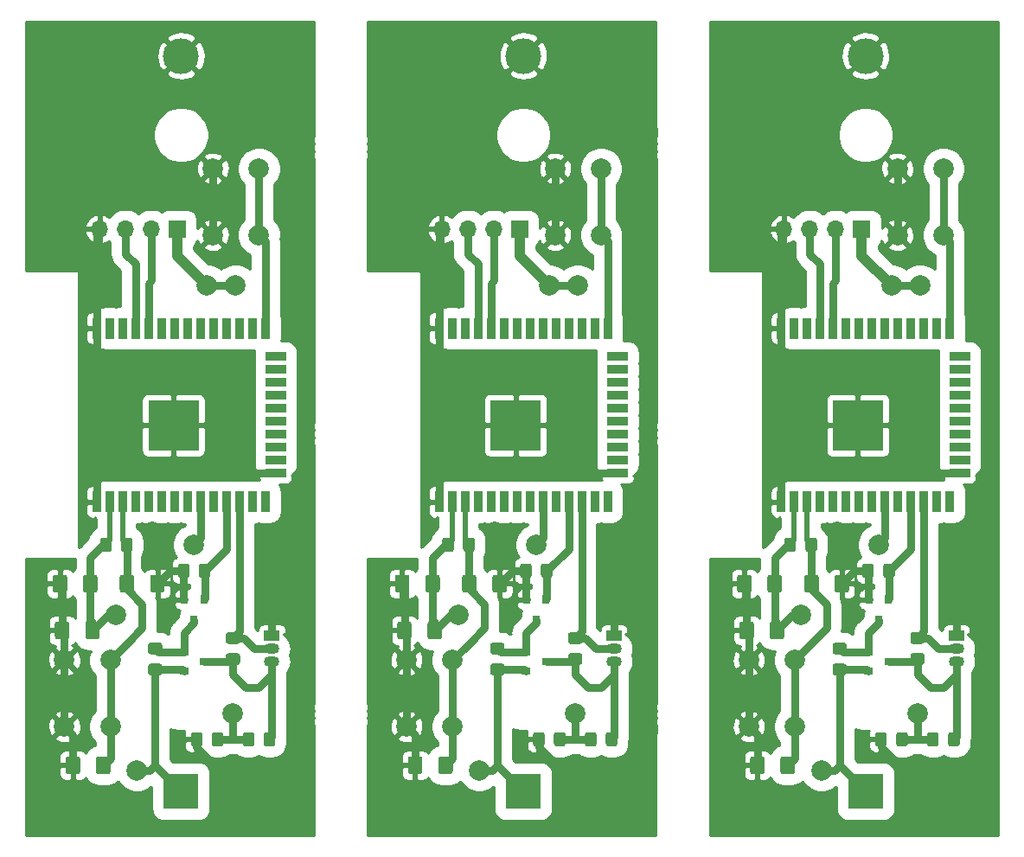
<source format=gbr>
G04 #@! TF.GenerationSoftware,KiCad,Pcbnew,5.1.6-c6e7f7d~87~ubuntu20.04.1*
G04 #@! TF.CreationDate,2020-11-03T14:00:41+02:00*
G04 #@! TF.ProjectId,temp_monitor,74656d70-5f6d-46f6-9e69-746f722e6b69,rev?*
G04 #@! TF.SameCoordinates,Original*
G04 #@! TF.FileFunction,Copper,L1,Top*
G04 #@! TF.FilePolarity,Positive*
%FSLAX46Y46*%
G04 Gerber Fmt 4.6, Leading zero omitted, Abs format (unit mm)*
G04 Created by KiCad (PCBNEW 5.1.6-c6e7f7d~87~ubuntu20.04.1) date 2020-11-03 14:00:41*
%MOMM*%
%LPD*%
G01*
G04 APERTURE LIST*
G04 #@! TA.AperFunction,ComponentPad*
%ADD10C,2.000000*%
G04 #@! TD*
G04 #@! TA.AperFunction,SMDPad,CuDef*
%ADD11R,0.900000X2.000000*%
G04 #@! TD*
G04 #@! TA.AperFunction,SMDPad,CuDef*
%ADD12R,2.000000X0.900000*%
G04 #@! TD*
G04 #@! TA.AperFunction,SMDPad,CuDef*
%ADD13R,5.000000X5.000000*%
G04 #@! TD*
G04 #@! TA.AperFunction,ComponentPad*
%ADD14R,1.500000X1.050000*%
G04 #@! TD*
G04 #@! TA.AperFunction,ComponentPad*
%ADD15O,1.500000X1.050000*%
G04 #@! TD*
G04 #@! TA.AperFunction,ComponentPad*
%ADD16R,3.500000X3.500000*%
G04 #@! TD*
G04 #@! TA.AperFunction,ComponentPad*
%ADD17C,3.500000*%
G04 #@! TD*
G04 #@! TA.AperFunction,SMDPad,CuDef*
%ADD18R,0.800000X0.900000*%
G04 #@! TD*
G04 #@! TA.AperFunction,ComponentPad*
%ADD19O,1.700000X1.700000*%
G04 #@! TD*
G04 #@! TA.AperFunction,ComponentPad*
%ADD20R,1.700000X1.700000*%
G04 #@! TD*
G04 #@! TA.AperFunction,SMDPad,CuDef*
%ADD21R,0.900000X0.800000*%
G04 #@! TD*
G04 #@! TA.AperFunction,ViaPad*
%ADD22C,2.000000*%
G04 #@! TD*
G04 #@! TA.AperFunction,Conductor*
%ADD23C,0.500000*%
G04 #@! TD*
G04 #@! TA.AperFunction,Conductor*
%ADD24C,0.750000*%
G04 #@! TD*
G04 #@! TA.AperFunction,Conductor*
%ADD25C,1.000000*%
G04 #@! TD*
G04 #@! TA.AperFunction,Conductor*
%ADD26C,0.254000*%
G04 #@! TD*
G04 APERTURE END LIST*
D10*
X113990000Y-43076000D03*
X109490000Y-43076000D03*
X113990000Y-36576000D03*
X109490000Y-36576000D03*
X80490000Y-43076000D03*
X75990000Y-43076000D03*
X80490000Y-36576000D03*
X75990000Y-36576000D03*
G04 #@! TA.AperFunction,SMDPad,CuDef*
G36*
G01*
X111900001Y-85166000D02*
X110999999Y-85166000D01*
G75*
G02*
X110750000Y-84916001I0J249999D01*
G01*
X110750000Y-84265999D01*
G75*
G02*
X110999999Y-84016000I249999J0D01*
G01*
X111900001Y-84016000D01*
G75*
G02*
X112150000Y-84265999I0J-249999D01*
G01*
X112150000Y-84916001D01*
G75*
G02*
X111900001Y-85166000I-249999J0D01*
G01*
G37*
G04 #@! TD.AperFunction*
G04 #@! TA.AperFunction,SMDPad,CuDef*
G36*
G01*
X111900001Y-83116000D02*
X110999999Y-83116000D01*
G75*
G02*
X110750000Y-82866001I0J249999D01*
G01*
X110750000Y-82215999D01*
G75*
G02*
X110999999Y-81966000I249999J0D01*
G01*
X111900001Y-81966000D01*
G75*
G02*
X112150000Y-82215999I0J-249999D01*
G01*
X112150000Y-82866001D01*
G75*
G02*
X111900001Y-83116000I-249999J0D01*
G01*
G37*
G04 #@! TD.AperFunction*
G04 #@! TA.AperFunction,SMDPad,CuDef*
G36*
G01*
X78400001Y-85166000D02*
X77499999Y-85166000D01*
G75*
G02*
X77250000Y-84916001I0J249999D01*
G01*
X77250000Y-84265999D01*
G75*
G02*
X77499999Y-84016000I249999J0D01*
G01*
X78400001Y-84016000D01*
G75*
G02*
X78650000Y-84265999I0J-249999D01*
G01*
X78650000Y-84916001D01*
G75*
G02*
X78400001Y-85166000I-249999J0D01*
G01*
G37*
G04 #@! TD.AperFunction*
G04 #@! TA.AperFunction,SMDPad,CuDef*
G36*
G01*
X78400001Y-83116000D02*
X77499999Y-83116000D01*
G75*
G02*
X77250000Y-82866001I0J249999D01*
G01*
X77250000Y-82215999D01*
G75*
G02*
X77499999Y-81966000I249999J0D01*
G01*
X78400001Y-81966000D01*
G75*
G02*
X78650000Y-82215999I0J-249999D01*
G01*
X78650000Y-82866001D01*
G75*
G02*
X78400001Y-83116000I-249999J0D01*
G01*
G37*
G04 #@! TD.AperFunction*
G04 #@! TA.AperFunction,SMDPad,CuDef*
G36*
G01*
X108460000Y-92005999D02*
X108460000Y-92906001D01*
G75*
G02*
X108210001Y-93156000I-249999J0D01*
G01*
X107559999Y-93156000D01*
G75*
G02*
X107310000Y-92906001I0J249999D01*
G01*
X107310000Y-92005999D01*
G75*
G02*
X107559999Y-91756000I249999J0D01*
G01*
X108210001Y-91756000D01*
G75*
G02*
X108460000Y-92005999I0J-249999D01*
G01*
G37*
G04 #@! TD.AperFunction*
G04 #@! TA.AperFunction,SMDPad,CuDef*
G36*
G01*
X110510000Y-92005999D02*
X110510000Y-92906001D01*
G75*
G02*
X110260001Y-93156000I-249999J0D01*
G01*
X109609999Y-93156000D01*
G75*
G02*
X109360000Y-92906001I0J249999D01*
G01*
X109360000Y-92005999D01*
G75*
G02*
X109609999Y-91756000I249999J0D01*
G01*
X110260001Y-91756000D01*
G75*
G02*
X110510000Y-92005999I0J-249999D01*
G01*
G37*
G04 #@! TD.AperFunction*
G04 #@! TA.AperFunction,SMDPad,CuDef*
G36*
G01*
X74960000Y-92005999D02*
X74960000Y-92906001D01*
G75*
G02*
X74710001Y-93156000I-249999J0D01*
G01*
X74059999Y-93156000D01*
G75*
G02*
X73810000Y-92906001I0J249999D01*
G01*
X73810000Y-92005999D01*
G75*
G02*
X74059999Y-91756000I249999J0D01*
G01*
X74710001Y-91756000D01*
G75*
G02*
X74960000Y-92005999I0J-249999D01*
G01*
G37*
G04 #@! TD.AperFunction*
G04 #@! TA.AperFunction,SMDPad,CuDef*
G36*
G01*
X77010000Y-92005999D02*
X77010000Y-92906001D01*
G75*
G02*
X76760001Y-93156000I-249999J0D01*
G01*
X76109999Y-93156000D01*
G75*
G02*
X75860000Y-92906001I0J249999D01*
G01*
X75860000Y-92005999D01*
G75*
G02*
X76109999Y-91756000I249999J0D01*
G01*
X76760001Y-91756000D01*
G75*
G02*
X77010000Y-92005999I0J-249999D01*
G01*
G37*
G04 #@! TD.AperFunction*
X99440000Y-91186000D03*
X94940000Y-91186000D03*
X99440000Y-84686000D03*
X94940000Y-84686000D03*
X65940000Y-91186000D03*
X61440000Y-91186000D03*
X65940000Y-84686000D03*
X61440000Y-84686000D03*
D11*
X98115000Y-52206000D03*
X99385000Y-52206000D03*
X100655000Y-52206000D03*
X101925000Y-52206000D03*
X103195000Y-52206000D03*
X104465000Y-52206000D03*
X105735000Y-52206000D03*
X107005000Y-52206000D03*
X108275000Y-52206000D03*
X109545000Y-52206000D03*
X110815000Y-52206000D03*
X112085000Y-52206000D03*
X113355000Y-52206000D03*
X114625000Y-52206000D03*
D12*
X115625000Y-54991000D03*
X115625000Y-56261000D03*
X115625000Y-57531000D03*
X115625000Y-58801000D03*
X115625000Y-60071000D03*
X115625000Y-61341000D03*
X115625000Y-62611000D03*
X115625000Y-63881000D03*
X115625000Y-65151000D03*
X115625000Y-66421000D03*
D11*
X114625000Y-69206000D03*
X113355000Y-69206000D03*
X112085000Y-69206000D03*
X110815000Y-69206000D03*
X109545000Y-69206000D03*
X108275000Y-69206000D03*
X107005000Y-69206000D03*
X105735000Y-69206000D03*
X104465000Y-69206000D03*
X103195000Y-69206000D03*
X101925000Y-69206000D03*
X100655000Y-69206000D03*
X99385000Y-69206000D03*
X98115000Y-69206000D03*
D13*
X105615000Y-61706000D03*
D11*
X64615000Y-52206000D03*
X65885000Y-52206000D03*
X67155000Y-52206000D03*
X68425000Y-52206000D03*
X69695000Y-52206000D03*
X70965000Y-52206000D03*
X72235000Y-52206000D03*
X73505000Y-52206000D03*
X74775000Y-52206000D03*
X76045000Y-52206000D03*
X77315000Y-52206000D03*
X78585000Y-52206000D03*
X79855000Y-52206000D03*
X81125000Y-52206000D03*
D12*
X82125000Y-54991000D03*
X82125000Y-56261000D03*
X82125000Y-57531000D03*
X82125000Y-58801000D03*
X82125000Y-60071000D03*
X82125000Y-61341000D03*
X82125000Y-62611000D03*
X82125000Y-63881000D03*
X82125000Y-65151000D03*
X82125000Y-66421000D03*
D11*
X81125000Y-69206000D03*
X79855000Y-69206000D03*
X78585000Y-69206000D03*
X77315000Y-69206000D03*
X76045000Y-69206000D03*
X74775000Y-69206000D03*
X73505000Y-69206000D03*
X72235000Y-69206000D03*
X70965000Y-69206000D03*
X69695000Y-69206000D03*
X68425000Y-69206000D03*
X67155000Y-69206000D03*
X65885000Y-69206000D03*
X64615000Y-69206000D03*
D13*
X72115000Y-61706000D03*
D14*
X115260000Y-82296000D03*
D15*
X115260000Y-84836000D03*
X115260000Y-83566000D03*
D14*
X81760000Y-82296000D03*
D15*
X81760000Y-84836000D03*
X81760000Y-83566000D03*
D16*
X106370000Y-97536000D03*
D17*
X106370000Y-25536000D03*
D16*
X72870000Y-97536000D03*
D17*
X72870000Y-25536000D03*
G04 #@! TA.AperFunction,SMDPad,CuDef*
G36*
G01*
X109240000Y-75495999D02*
X109240000Y-76396001D01*
G75*
G02*
X108990001Y-76646000I-249999J0D01*
G01*
X108339999Y-76646000D01*
G75*
G02*
X108090000Y-76396001I0J249999D01*
G01*
X108090000Y-75495999D01*
G75*
G02*
X108339999Y-75246000I249999J0D01*
G01*
X108990001Y-75246000D01*
G75*
G02*
X109240000Y-75495999I0J-249999D01*
G01*
G37*
G04 #@! TD.AperFunction*
G04 #@! TA.AperFunction,SMDPad,CuDef*
G36*
G01*
X107190000Y-75495999D02*
X107190000Y-76396001D01*
G75*
G02*
X106940001Y-76646000I-249999J0D01*
G01*
X106289999Y-76646000D01*
G75*
G02*
X106040000Y-76396001I0J249999D01*
G01*
X106040000Y-75495999D01*
G75*
G02*
X106289999Y-75246000I249999J0D01*
G01*
X106940001Y-75246000D01*
G75*
G02*
X107190000Y-75495999I0J-249999D01*
G01*
G37*
G04 #@! TD.AperFunction*
G04 #@! TA.AperFunction,SMDPad,CuDef*
G36*
G01*
X75740000Y-75495999D02*
X75740000Y-76396001D01*
G75*
G02*
X75490001Y-76646000I-249999J0D01*
G01*
X74839999Y-76646000D01*
G75*
G02*
X74590000Y-76396001I0J249999D01*
G01*
X74590000Y-75495999D01*
G75*
G02*
X74839999Y-75246000I249999J0D01*
G01*
X75490001Y-75246000D01*
G75*
G02*
X75740000Y-75495999I0J-249999D01*
G01*
G37*
G04 #@! TD.AperFunction*
G04 #@! TA.AperFunction,SMDPad,CuDef*
G36*
G01*
X73690000Y-75495999D02*
X73690000Y-76396001D01*
G75*
G02*
X73440001Y-76646000I-249999J0D01*
G01*
X72789999Y-76646000D01*
G75*
G02*
X72540000Y-76396001I0J249999D01*
G01*
X72540000Y-75495999D01*
G75*
G02*
X72789999Y-75246000I249999J0D01*
G01*
X73440001Y-75246000D01*
G75*
G02*
X73690000Y-75495999I0J-249999D01*
G01*
G37*
G04 #@! TD.AperFunction*
G04 #@! TA.AperFunction,SMDPad,CuDef*
G36*
G01*
X103379999Y-85041000D02*
X104280001Y-85041000D01*
G75*
G02*
X104530000Y-85290999I0J-249999D01*
G01*
X104530000Y-85941001D01*
G75*
G02*
X104280001Y-86191000I-249999J0D01*
G01*
X103379999Y-86191000D01*
G75*
G02*
X103130000Y-85941001I0J249999D01*
G01*
X103130000Y-85290999D01*
G75*
G02*
X103379999Y-85041000I249999J0D01*
G01*
G37*
G04 #@! TD.AperFunction*
G04 #@! TA.AperFunction,SMDPad,CuDef*
G36*
G01*
X103379999Y-82991000D02*
X104280001Y-82991000D01*
G75*
G02*
X104530000Y-83240999I0J-249999D01*
G01*
X104530000Y-83891001D01*
G75*
G02*
X104280001Y-84141000I-249999J0D01*
G01*
X103379999Y-84141000D01*
G75*
G02*
X103130000Y-83891001I0J249999D01*
G01*
X103130000Y-83240999D01*
G75*
G02*
X103379999Y-82991000I249999J0D01*
G01*
G37*
G04 #@! TD.AperFunction*
G04 #@! TA.AperFunction,SMDPad,CuDef*
G36*
G01*
X69879999Y-85041000D02*
X70780001Y-85041000D01*
G75*
G02*
X71030000Y-85290999I0J-249999D01*
G01*
X71030000Y-85941001D01*
G75*
G02*
X70780001Y-86191000I-249999J0D01*
G01*
X69879999Y-86191000D01*
G75*
G02*
X69630000Y-85941001I0J249999D01*
G01*
X69630000Y-85290999D01*
G75*
G02*
X69879999Y-85041000I249999J0D01*
G01*
G37*
G04 #@! TD.AperFunction*
G04 #@! TA.AperFunction,SMDPad,CuDef*
G36*
G01*
X69879999Y-82991000D02*
X70780001Y-82991000D01*
G75*
G02*
X71030000Y-83240999I0J-249999D01*
G01*
X71030000Y-83891001D01*
G75*
G02*
X70780001Y-84141000I-249999J0D01*
G01*
X69879999Y-84141000D01*
G75*
G02*
X69630000Y-83891001I0J249999D01*
G01*
X69630000Y-83240999D01*
G75*
G02*
X69879999Y-82991000I249999J0D01*
G01*
G37*
G04 #@! TD.AperFunction*
D18*
X108590000Y-78756000D03*
X106690000Y-78756000D03*
X107640000Y-80756000D03*
X75090000Y-78756000D03*
X73190000Y-78756000D03*
X74140000Y-80756000D03*
G04 #@! TA.AperFunction,SMDPad,CuDef*
G36*
G01*
X99462500Y-94371000D02*
X99462500Y-95621000D01*
G75*
G02*
X99212500Y-95871000I-250000J0D01*
G01*
X98287500Y-95871000D01*
G75*
G02*
X98037500Y-95621000I0J250000D01*
G01*
X98037500Y-94371000D01*
G75*
G02*
X98287500Y-94121000I250000J0D01*
G01*
X99212500Y-94121000D01*
G75*
G02*
X99462500Y-94371000I0J-250000D01*
G01*
G37*
G04 #@! TD.AperFunction*
G04 #@! TA.AperFunction,SMDPad,CuDef*
G36*
G01*
X96487500Y-94371000D02*
X96487500Y-95621000D01*
G75*
G02*
X96237500Y-95871000I-250000J0D01*
G01*
X95312500Y-95871000D01*
G75*
G02*
X95062500Y-95621000I0J250000D01*
G01*
X95062500Y-94371000D01*
G75*
G02*
X95312500Y-94121000I250000J0D01*
G01*
X96237500Y-94121000D01*
G75*
G02*
X96487500Y-94371000I0J-250000D01*
G01*
G37*
G04 #@! TD.AperFunction*
G04 #@! TA.AperFunction,SMDPad,CuDef*
G36*
G01*
X65962500Y-94371000D02*
X65962500Y-95621000D01*
G75*
G02*
X65712500Y-95871000I-250000J0D01*
G01*
X64787500Y-95871000D01*
G75*
G02*
X64537500Y-95621000I0J250000D01*
G01*
X64537500Y-94371000D01*
G75*
G02*
X64787500Y-94121000I250000J0D01*
G01*
X65712500Y-94121000D01*
G75*
G02*
X65962500Y-94371000I0J-250000D01*
G01*
G37*
G04 #@! TD.AperFunction*
G04 #@! TA.AperFunction,SMDPad,CuDef*
G36*
G01*
X62987500Y-94371000D02*
X62987500Y-95621000D01*
G75*
G02*
X62737500Y-95871000I-250000J0D01*
G01*
X61812500Y-95871000D01*
G75*
G02*
X61562500Y-95621000I0J250000D01*
G01*
X61562500Y-94371000D01*
G75*
G02*
X61812500Y-94121000I250000J0D01*
G01*
X62737500Y-94121000D01*
G75*
G02*
X62987500Y-94371000I0J-250000D01*
G01*
G37*
G04 #@! TD.AperFunction*
G04 #@! TA.AperFunction,SMDPad,CuDef*
G36*
G01*
X115590000Y-92005999D02*
X115590000Y-92906001D01*
G75*
G02*
X115340001Y-93156000I-249999J0D01*
G01*
X114689999Y-93156000D01*
G75*
G02*
X114440000Y-92906001I0J249999D01*
G01*
X114440000Y-92005999D01*
G75*
G02*
X114689999Y-91756000I249999J0D01*
G01*
X115340001Y-91756000D01*
G75*
G02*
X115590000Y-92005999I0J-249999D01*
G01*
G37*
G04 #@! TD.AperFunction*
G04 #@! TA.AperFunction,SMDPad,CuDef*
G36*
G01*
X113540000Y-92005999D02*
X113540000Y-92906001D01*
G75*
G02*
X113290001Y-93156000I-249999J0D01*
G01*
X112639999Y-93156000D01*
G75*
G02*
X112390000Y-92906001I0J249999D01*
G01*
X112390000Y-92005999D01*
G75*
G02*
X112639999Y-91756000I249999J0D01*
G01*
X113290001Y-91756000D01*
G75*
G02*
X113540000Y-92005999I0J-249999D01*
G01*
G37*
G04 #@! TD.AperFunction*
G04 #@! TA.AperFunction,SMDPad,CuDef*
G36*
G01*
X82090000Y-92005999D02*
X82090000Y-92906001D01*
G75*
G02*
X81840001Y-93156000I-249999J0D01*
G01*
X81189999Y-93156000D01*
G75*
G02*
X80940000Y-92906001I0J249999D01*
G01*
X80940000Y-92005999D01*
G75*
G02*
X81189999Y-91756000I249999J0D01*
G01*
X81840001Y-91756000D01*
G75*
G02*
X82090000Y-92005999I0J-249999D01*
G01*
G37*
G04 #@! TD.AperFunction*
G04 #@! TA.AperFunction,SMDPad,CuDef*
G36*
G01*
X80040000Y-92005999D02*
X80040000Y-92906001D01*
G75*
G02*
X79790001Y-93156000I-249999J0D01*
G01*
X79139999Y-93156000D01*
G75*
G02*
X78890000Y-92906001I0J249999D01*
G01*
X78890000Y-92005999D01*
G75*
G02*
X79139999Y-91756000I249999J0D01*
G01*
X79790001Y-91756000D01*
G75*
G02*
X80040000Y-92005999I0J-249999D01*
G01*
G37*
G04 #@! TD.AperFunction*
G04 #@! TA.AperFunction,SMDPad,CuDef*
G36*
G01*
X99570000Y-72955999D02*
X99570000Y-73856001D01*
G75*
G02*
X99320001Y-74106000I-249999J0D01*
G01*
X98669999Y-74106000D01*
G75*
G02*
X98420000Y-73856001I0J249999D01*
G01*
X98420000Y-72955999D01*
G75*
G02*
X98669999Y-72706000I249999J0D01*
G01*
X99320001Y-72706000D01*
G75*
G02*
X99570000Y-72955999I0J-249999D01*
G01*
G37*
G04 #@! TD.AperFunction*
G04 #@! TA.AperFunction,SMDPad,CuDef*
G36*
G01*
X101620000Y-72955999D02*
X101620000Y-73856001D01*
G75*
G02*
X101370001Y-74106000I-249999J0D01*
G01*
X100719999Y-74106000D01*
G75*
G02*
X100470000Y-73856001I0J249999D01*
G01*
X100470000Y-72955999D01*
G75*
G02*
X100719999Y-72706000I249999J0D01*
G01*
X101370001Y-72706000D01*
G75*
G02*
X101620000Y-72955999I0J-249999D01*
G01*
G37*
G04 #@! TD.AperFunction*
G04 #@! TA.AperFunction,SMDPad,CuDef*
G36*
G01*
X66070000Y-72955999D02*
X66070000Y-73856001D01*
G75*
G02*
X65820001Y-74106000I-249999J0D01*
G01*
X65169999Y-74106000D01*
G75*
G02*
X64920000Y-73856001I0J249999D01*
G01*
X64920000Y-72955999D01*
G75*
G02*
X65169999Y-72706000I249999J0D01*
G01*
X65820001Y-72706000D01*
G75*
G02*
X66070000Y-72955999I0J-249999D01*
G01*
G37*
G04 #@! TD.AperFunction*
G04 #@! TA.AperFunction,SMDPad,CuDef*
G36*
G01*
X68120000Y-72955999D02*
X68120000Y-73856001D01*
G75*
G02*
X67870001Y-74106000I-249999J0D01*
G01*
X67219999Y-74106000D01*
G75*
G02*
X66970000Y-73856001I0J249999D01*
G01*
X66970000Y-72955999D01*
G75*
G02*
X67219999Y-72706000I249999J0D01*
G01*
X67870001Y-72706000D01*
G75*
G02*
X68120000Y-72955999I0J-249999D01*
G01*
G37*
G04 #@! TD.AperFunction*
G04 #@! TA.AperFunction,SMDPad,CuDef*
G36*
G01*
X95435000Y-81163000D02*
X95435000Y-82413000D01*
G75*
G02*
X95185000Y-82663000I-250000J0D01*
G01*
X94260000Y-82663000D01*
G75*
G02*
X94010000Y-82413000I0J250000D01*
G01*
X94010000Y-81163000D01*
G75*
G02*
X94260000Y-80913000I250000J0D01*
G01*
X95185000Y-80913000D01*
G75*
G02*
X95435000Y-81163000I0J-250000D01*
G01*
G37*
G04 #@! TD.AperFunction*
G04 #@! TA.AperFunction,SMDPad,CuDef*
G36*
G01*
X98410000Y-81163000D02*
X98410000Y-82413000D01*
G75*
G02*
X98160000Y-82663000I-250000J0D01*
G01*
X97235000Y-82663000D01*
G75*
G02*
X96985000Y-82413000I0J250000D01*
G01*
X96985000Y-81163000D01*
G75*
G02*
X97235000Y-80913000I250000J0D01*
G01*
X98160000Y-80913000D01*
G75*
G02*
X98410000Y-81163000I0J-250000D01*
G01*
G37*
G04 #@! TD.AperFunction*
G04 #@! TA.AperFunction,SMDPad,CuDef*
G36*
G01*
X61935000Y-81163000D02*
X61935000Y-82413000D01*
G75*
G02*
X61685000Y-82663000I-250000J0D01*
G01*
X60760000Y-82663000D01*
G75*
G02*
X60510000Y-82413000I0J250000D01*
G01*
X60510000Y-81163000D01*
G75*
G02*
X60760000Y-80913000I250000J0D01*
G01*
X61685000Y-80913000D01*
G75*
G02*
X61935000Y-81163000I0J-250000D01*
G01*
G37*
G04 #@! TD.AperFunction*
G04 #@! TA.AperFunction,SMDPad,CuDef*
G36*
G01*
X64910000Y-81163000D02*
X64910000Y-82413000D01*
G75*
G02*
X64660000Y-82663000I-250000J0D01*
G01*
X63735000Y-82663000D01*
G75*
G02*
X63485000Y-82413000I0J250000D01*
G01*
X63485000Y-81163000D01*
G75*
G02*
X63735000Y-80913000I250000J0D01*
G01*
X64660000Y-80913000D01*
G75*
G02*
X64910000Y-81163000I0J-250000D01*
G01*
G37*
G04 #@! TD.AperFunction*
G04 #@! TA.AperFunction,SMDPad,CuDef*
G36*
G01*
X103335000Y-77841000D02*
X103335000Y-76591000D01*
G75*
G02*
X103585000Y-76341000I250000J0D01*
G01*
X104510000Y-76341000D01*
G75*
G02*
X104760000Y-76591000I0J-250000D01*
G01*
X104760000Y-77841000D01*
G75*
G02*
X104510000Y-78091000I-250000J0D01*
G01*
X103585000Y-78091000D01*
G75*
G02*
X103335000Y-77841000I0J250000D01*
G01*
G37*
G04 #@! TD.AperFunction*
G04 #@! TA.AperFunction,SMDPad,CuDef*
G36*
G01*
X100360000Y-77841000D02*
X100360000Y-76591000D01*
G75*
G02*
X100610000Y-76341000I250000J0D01*
G01*
X101535000Y-76341000D01*
G75*
G02*
X101785000Y-76591000I0J-250000D01*
G01*
X101785000Y-77841000D01*
G75*
G02*
X101535000Y-78091000I-250000J0D01*
G01*
X100610000Y-78091000D01*
G75*
G02*
X100360000Y-77841000I0J250000D01*
G01*
G37*
G04 #@! TD.AperFunction*
G04 #@! TA.AperFunction,SMDPad,CuDef*
G36*
G01*
X69835000Y-77841000D02*
X69835000Y-76591000D01*
G75*
G02*
X70085000Y-76341000I250000J0D01*
G01*
X71010000Y-76341000D01*
G75*
G02*
X71260000Y-76591000I0J-250000D01*
G01*
X71260000Y-77841000D01*
G75*
G02*
X71010000Y-78091000I-250000J0D01*
G01*
X70085000Y-78091000D01*
G75*
G02*
X69835000Y-77841000I0J250000D01*
G01*
G37*
G04 #@! TD.AperFunction*
G04 #@! TA.AperFunction,SMDPad,CuDef*
G36*
G01*
X66860000Y-77841000D02*
X66860000Y-76591000D01*
G75*
G02*
X67110000Y-76341000I250000J0D01*
G01*
X68035000Y-76341000D01*
G75*
G02*
X68285000Y-76591000I0J-250000D01*
G01*
X68285000Y-77841000D01*
G75*
G02*
X68035000Y-78091000I-250000J0D01*
G01*
X67110000Y-78091000D01*
G75*
G02*
X66860000Y-77841000I0J250000D01*
G01*
G37*
G04 #@! TD.AperFunction*
G04 #@! TA.AperFunction,SMDPad,CuDef*
G36*
G01*
X98192500Y-76591000D02*
X98192500Y-77841000D01*
G75*
G02*
X97942500Y-78091000I-250000J0D01*
G01*
X97017500Y-78091000D01*
G75*
G02*
X96767500Y-77841000I0J250000D01*
G01*
X96767500Y-76591000D01*
G75*
G02*
X97017500Y-76341000I250000J0D01*
G01*
X97942500Y-76341000D01*
G75*
G02*
X98192500Y-76591000I0J-250000D01*
G01*
G37*
G04 #@! TD.AperFunction*
G04 #@! TA.AperFunction,SMDPad,CuDef*
G36*
G01*
X95217500Y-76591000D02*
X95217500Y-77841000D01*
G75*
G02*
X94967500Y-78091000I-250000J0D01*
G01*
X94042500Y-78091000D01*
G75*
G02*
X93792500Y-77841000I0J250000D01*
G01*
X93792500Y-76591000D01*
G75*
G02*
X94042500Y-76341000I250000J0D01*
G01*
X94967500Y-76341000D01*
G75*
G02*
X95217500Y-76591000I0J-250000D01*
G01*
G37*
G04 #@! TD.AperFunction*
G04 #@! TA.AperFunction,SMDPad,CuDef*
G36*
G01*
X64692500Y-76591000D02*
X64692500Y-77841000D01*
G75*
G02*
X64442500Y-78091000I-250000J0D01*
G01*
X63517500Y-78091000D01*
G75*
G02*
X63267500Y-77841000I0J250000D01*
G01*
X63267500Y-76591000D01*
G75*
G02*
X63517500Y-76341000I250000J0D01*
G01*
X64442500Y-76341000D01*
G75*
G02*
X64692500Y-76591000I0J-250000D01*
G01*
G37*
G04 #@! TD.AperFunction*
G04 #@! TA.AperFunction,SMDPad,CuDef*
G36*
G01*
X61717500Y-76591000D02*
X61717500Y-77841000D01*
G75*
G02*
X61467500Y-78091000I-250000J0D01*
G01*
X60542500Y-78091000D01*
G75*
G02*
X60292500Y-77841000I0J250000D01*
G01*
X60292500Y-76591000D01*
G75*
G02*
X60542500Y-76341000I250000J0D01*
G01*
X61467500Y-76341000D01*
G75*
G02*
X61717500Y-76591000I0J-250000D01*
G01*
G37*
G04 #@! TD.AperFunction*
D19*
X98380000Y-42500000D03*
X100920000Y-42500000D03*
X103460000Y-42500000D03*
D20*
X106000000Y-42500000D03*
D19*
X64880000Y-42500000D03*
X67420000Y-42500000D03*
X69960000Y-42500000D03*
D20*
X72500000Y-42500000D03*
D21*
X108640000Y-84836000D03*
X106640000Y-85786000D03*
X106640000Y-83886000D03*
X75140000Y-84836000D03*
X73140000Y-85786000D03*
X73140000Y-83886000D03*
D17*
X39370000Y-25536000D03*
D16*
X39370000Y-97536000D03*
G04 #@! TA.AperFunction,SMDPad,CuDef*
G36*
G01*
X29487500Y-94371000D02*
X29487500Y-95621000D01*
G75*
G02*
X29237500Y-95871000I-250000J0D01*
G01*
X28312500Y-95871000D01*
G75*
G02*
X28062500Y-95621000I0J250000D01*
G01*
X28062500Y-94371000D01*
G75*
G02*
X28312500Y-94121000I250000J0D01*
G01*
X29237500Y-94121000D01*
G75*
G02*
X29487500Y-94371000I0J-250000D01*
G01*
G37*
G04 #@! TD.AperFunction*
G04 #@! TA.AperFunction,SMDPad,CuDef*
G36*
G01*
X32462500Y-94371000D02*
X32462500Y-95621000D01*
G75*
G02*
X32212500Y-95871000I-250000J0D01*
G01*
X31287500Y-95871000D01*
G75*
G02*
X31037500Y-95621000I0J250000D01*
G01*
X31037500Y-94371000D01*
G75*
G02*
X31287500Y-94121000I250000J0D01*
G01*
X32212500Y-94121000D01*
G75*
G02*
X32462500Y-94371000I0J-250000D01*
G01*
G37*
G04 #@! TD.AperFunction*
G04 #@! TA.AperFunction,SMDPad,CuDef*
G36*
G01*
X31410000Y-81163000D02*
X31410000Y-82413000D01*
G75*
G02*
X31160000Y-82663000I-250000J0D01*
G01*
X30235000Y-82663000D01*
G75*
G02*
X29985000Y-82413000I0J250000D01*
G01*
X29985000Y-81163000D01*
G75*
G02*
X30235000Y-80913000I250000J0D01*
G01*
X31160000Y-80913000D01*
G75*
G02*
X31410000Y-81163000I0J-250000D01*
G01*
G37*
G04 #@! TD.AperFunction*
G04 #@! TA.AperFunction,SMDPad,CuDef*
G36*
G01*
X28435000Y-81163000D02*
X28435000Y-82413000D01*
G75*
G02*
X28185000Y-82663000I-250000J0D01*
G01*
X27260000Y-82663000D01*
G75*
G02*
X27010000Y-82413000I0J250000D01*
G01*
X27010000Y-81163000D01*
G75*
G02*
X27260000Y-80913000I250000J0D01*
G01*
X28185000Y-80913000D01*
G75*
G02*
X28435000Y-81163000I0J-250000D01*
G01*
G37*
G04 #@! TD.AperFunction*
G04 #@! TA.AperFunction,SMDPad,CuDef*
G36*
G01*
X28217500Y-76591000D02*
X28217500Y-77841000D01*
G75*
G02*
X27967500Y-78091000I-250000J0D01*
G01*
X27042500Y-78091000D01*
G75*
G02*
X26792500Y-77841000I0J250000D01*
G01*
X26792500Y-76591000D01*
G75*
G02*
X27042500Y-76341000I250000J0D01*
G01*
X27967500Y-76341000D01*
G75*
G02*
X28217500Y-76591000I0J-250000D01*
G01*
G37*
G04 #@! TD.AperFunction*
G04 #@! TA.AperFunction,SMDPad,CuDef*
G36*
G01*
X31192500Y-76591000D02*
X31192500Y-77841000D01*
G75*
G02*
X30942500Y-78091000I-250000J0D01*
G01*
X30017500Y-78091000D01*
G75*
G02*
X29767500Y-77841000I0J250000D01*
G01*
X29767500Y-76591000D01*
G75*
G02*
X30017500Y-76341000I250000J0D01*
G01*
X30942500Y-76341000D01*
G75*
G02*
X31192500Y-76591000I0J-250000D01*
G01*
G37*
G04 #@! TD.AperFunction*
G04 #@! TA.AperFunction,SMDPad,CuDef*
G36*
G01*
X33360000Y-77841000D02*
X33360000Y-76591000D01*
G75*
G02*
X33610000Y-76341000I250000J0D01*
G01*
X34535000Y-76341000D01*
G75*
G02*
X34785000Y-76591000I0J-250000D01*
G01*
X34785000Y-77841000D01*
G75*
G02*
X34535000Y-78091000I-250000J0D01*
G01*
X33610000Y-78091000D01*
G75*
G02*
X33360000Y-77841000I0J250000D01*
G01*
G37*
G04 #@! TD.AperFunction*
G04 #@! TA.AperFunction,SMDPad,CuDef*
G36*
G01*
X36335000Y-77841000D02*
X36335000Y-76591000D01*
G75*
G02*
X36585000Y-76341000I250000J0D01*
G01*
X37510000Y-76341000D01*
G75*
G02*
X37760000Y-76591000I0J-250000D01*
G01*
X37760000Y-77841000D01*
G75*
G02*
X37510000Y-78091000I-250000J0D01*
G01*
X36585000Y-78091000D01*
G75*
G02*
X36335000Y-77841000I0J250000D01*
G01*
G37*
G04 #@! TD.AperFunction*
D20*
X39000000Y-42500000D03*
D19*
X36460000Y-42500000D03*
X33920000Y-42500000D03*
X31380000Y-42500000D03*
D21*
X39640000Y-83886000D03*
X39640000Y-85786000D03*
X41640000Y-84836000D03*
D18*
X40640000Y-80756000D03*
X39690000Y-78756000D03*
X41590000Y-78756000D03*
G04 #@! TA.AperFunction,SMDPad,CuDef*
G36*
G01*
X36379999Y-82991000D02*
X37280001Y-82991000D01*
G75*
G02*
X37530000Y-83240999I0J-249999D01*
G01*
X37530000Y-83891001D01*
G75*
G02*
X37280001Y-84141000I-249999J0D01*
G01*
X36379999Y-84141000D01*
G75*
G02*
X36130000Y-83891001I0J249999D01*
G01*
X36130000Y-83240999D01*
G75*
G02*
X36379999Y-82991000I249999J0D01*
G01*
G37*
G04 #@! TD.AperFunction*
G04 #@! TA.AperFunction,SMDPad,CuDef*
G36*
G01*
X36379999Y-85041000D02*
X37280001Y-85041000D01*
G75*
G02*
X37530000Y-85290999I0J-249999D01*
G01*
X37530000Y-85941001D01*
G75*
G02*
X37280001Y-86191000I-249999J0D01*
G01*
X36379999Y-86191000D01*
G75*
G02*
X36130000Y-85941001I0J249999D01*
G01*
X36130000Y-85290999D01*
G75*
G02*
X36379999Y-85041000I249999J0D01*
G01*
G37*
G04 #@! TD.AperFunction*
G04 #@! TA.AperFunction,SMDPad,CuDef*
G36*
G01*
X40190000Y-75495999D02*
X40190000Y-76396001D01*
G75*
G02*
X39940001Y-76646000I-249999J0D01*
G01*
X39289999Y-76646000D01*
G75*
G02*
X39040000Y-76396001I0J249999D01*
G01*
X39040000Y-75495999D01*
G75*
G02*
X39289999Y-75246000I249999J0D01*
G01*
X39940001Y-75246000D01*
G75*
G02*
X40190000Y-75495999I0J-249999D01*
G01*
G37*
G04 #@! TD.AperFunction*
G04 #@! TA.AperFunction,SMDPad,CuDef*
G36*
G01*
X42240000Y-75495999D02*
X42240000Y-76396001D01*
G75*
G02*
X41990001Y-76646000I-249999J0D01*
G01*
X41339999Y-76646000D01*
G75*
G02*
X41090000Y-76396001I0J249999D01*
G01*
X41090000Y-75495999D01*
G75*
G02*
X41339999Y-75246000I249999J0D01*
G01*
X41990001Y-75246000D01*
G75*
G02*
X42240000Y-75495999I0J-249999D01*
G01*
G37*
G04 #@! TD.AperFunction*
G04 #@! TA.AperFunction,SMDPad,CuDef*
G36*
G01*
X46540000Y-92005999D02*
X46540000Y-92906001D01*
G75*
G02*
X46290001Y-93156000I-249999J0D01*
G01*
X45639999Y-93156000D01*
G75*
G02*
X45390000Y-92906001I0J249999D01*
G01*
X45390000Y-92005999D01*
G75*
G02*
X45639999Y-91756000I249999J0D01*
G01*
X46290001Y-91756000D01*
G75*
G02*
X46540000Y-92005999I0J-249999D01*
G01*
G37*
G04 #@! TD.AperFunction*
G04 #@! TA.AperFunction,SMDPad,CuDef*
G36*
G01*
X48590000Y-92005999D02*
X48590000Y-92906001D01*
G75*
G02*
X48340001Y-93156000I-249999J0D01*
G01*
X47689999Y-93156000D01*
G75*
G02*
X47440000Y-92906001I0J249999D01*
G01*
X47440000Y-92005999D01*
G75*
G02*
X47689999Y-91756000I249999J0D01*
G01*
X48340001Y-91756000D01*
G75*
G02*
X48590000Y-92005999I0J-249999D01*
G01*
G37*
G04 #@! TD.AperFunction*
G04 #@! TA.AperFunction,SMDPad,CuDef*
G36*
G01*
X34620000Y-72955999D02*
X34620000Y-73856001D01*
G75*
G02*
X34370001Y-74106000I-249999J0D01*
G01*
X33719999Y-74106000D01*
G75*
G02*
X33470000Y-73856001I0J249999D01*
G01*
X33470000Y-72955999D01*
G75*
G02*
X33719999Y-72706000I249999J0D01*
G01*
X34370001Y-72706000D01*
G75*
G02*
X34620000Y-72955999I0J-249999D01*
G01*
G37*
G04 #@! TD.AperFunction*
G04 #@! TA.AperFunction,SMDPad,CuDef*
G36*
G01*
X32570000Y-72955999D02*
X32570000Y-73856001D01*
G75*
G02*
X32320001Y-74106000I-249999J0D01*
G01*
X31669999Y-74106000D01*
G75*
G02*
X31420000Y-73856001I0J249999D01*
G01*
X31420000Y-72955999D01*
G75*
G02*
X31669999Y-72706000I249999J0D01*
G01*
X32320001Y-72706000D01*
G75*
G02*
X32570000Y-72955999I0J-249999D01*
G01*
G37*
G04 #@! TD.AperFunction*
G04 #@! TA.AperFunction,SMDPad,CuDef*
G36*
G01*
X44900001Y-83116000D02*
X43999999Y-83116000D01*
G75*
G02*
X43750000Y-82866001I0J249999D01*
G01*
X43750000Y-82215999D01*
G75*
G02*
X43999999Y-81966000I249999J0D01*
G01*
X44900001Y-81966000D01*
G75*
G02*
X45150000Y-82215999I0J-249999D01*
G01*
X45150000Y-82866001D01*
G75*
G02*
X44900001Y-83116000I-249999J0D01*
G01*
G37*
G04 #@! TD.AperFunction*
G04 #@! TA.AperFunction,SMDPad,CuDef*
G36*
G01*
X44900001Y-85166000D02*
X43999999Y-85166000D01*
G75*
G02*
X43750000Y-84916001I0J249999D01*
G01*
X43750000Y-84265999D01*
G75*
G02*
X43999999Y-84016000I249999J0D01*
G01*
X44900001Y-84016000D01*
G75*
G02*
X45150000Y-84265999I0J-249999D01*
G01*
X45150000Y-84916001D01*
G75*
G02*
X44900001Y-85166000I-249999J0D01*
G01*
G37*
G04 #@! TD.AperFunction*
G04 #@! TA.AperFunction,SMDPad,CuDef*
G36*
G01*
X43510000Y-92005999D02*
X43510000Y-92906001D01*
G75*
G02*
X43260001Y-93156000I-249999J0D01*
G01*
X42609999Y-93156000D01*
G75*
G02*
X42360000Y-92906001I0J249999D01*
G01*
X42360000Y-92005999D01*
G75*
G02*
X42609999Y-91756000I249999J0D01*
G01*
X43260001Y-91756000D01*
G75*
G02*
X43510000Y-92005999I0J-249999D01*
G01*
G37*
G04 #@! TD.AperFunction*
G04 #@! TA.AperFunction,SMDPad,CuDef*
G36*
G01*
X41460000Y-92005999D02*
X41460000Y-92906001D01*
G75*
G02*
X41210001Y-93156000I-249999J0D01*
G01*
X40559999Y-93156000D01*
G75*
G02*
X40310000Y-92906001I0J249999D01*
G01*
X40310000Y-92005999D01*
G75*
G02*
X40559999Y-91756000I249999J0D01*
G01*
X41210001Y-91756000D01*
G75*
G02*
X41460000Y-92005999I0J-249999D01*
G01*
G37*
G04 #@! TD.AperFunction*
D10*
X27940000Y-84686000D03*
X32440000Y-84686000D03*
X27940000Y-91186000D03*
X32440000Y-91186000D03*
X42490000Y-36576000D03*
X46990000Y-36576000D03*
X42490000Y-43076000D03*
X46990000Y-43076000D03*
D13*
X38615000Y-61706000D03*
D11*
X31115000Y-69206000D03*
X32385000Y-69206000D03*
X33655000Y-69206000D03*
X34925000Y-69206000D03*
X36195000Y-69206000D03*
X37465000Y-69206000D03*
X38735000Y-69206000D03*
X40005000Y-69206000D03*
X41275000Y-69206000D03*
X42545000Y-69206000D03*
X43815000Y-69206000D03*
X45085000Y-69206000D03*
X46355000Y-69206000D03*
X47625000Y-69206000D03*
D12*
X48625000Y-66421000D03*
X48625000Y-65151000D03*
X48625000Y-63881000D03*
X48625000Y-62611000D03*
X48625000Y-61341000D03*
X48625000Y-60071000D03*
X48625000Y-58801000D03*
X48625000Y-57531000D03*
X48625000Y-56261000D03*
X48625000Y-54991000D03*
D11*
X47625000Y-52206000D03*
X46355000Y-52206000D03*
X45085000Y-52206000D03*
X43815000Y-52206000D03*
X42545000Y-52206000D03*
X41275000Y-52206000D03*
X40005000Y-52206000D03*
X38735000Y-52206000D03*
X37465000Y-52206000D03*
X36195000Y-52206000D03*
X34925000Y-52206000D03*
X33655000Y-52206000D03*
X32385000Y-52206000D03*
X31115000Y-52206000D03*
D15*
X48260000Y-83566000D03*
X48260000Y-84836000D03*
D14*
X48260000Y-82296000D03*
D22*
X36576000Y-72136000D03*
X29972000Y-87884000D03*
X70076000Y-72136000D03*
X103576000Y-72136000D03*
X63472000Y-87884000D03*
X96972000Y-87884000D03*
X33020000Y-80264000D03*
X41910000Y-48006000D03*
X44704000Y-48006000D03*
X35052000Y-95504000D03*
X78204000Y-48006000D03*
X111704000Y-48006000D03*
X68552000Y-95504000D03*
X102052000Y-95504000D03*
X66520000Y-80264000D03*
X100020000Y-80264000D03*
X75410000Y-48006000D03*
X108910000Y-48006000D03*
X44450000Y-89916000D03*
X40640000Y-73406000D03*
X77950000Y-89916000D03*
X111450000Y-89916000D03*
X74140000Y-73406000D03*
X107640000Y-73406000D03*
D23*
X33655000Y-73016000D02*
X34045000Y-73406000D01*
X33655000Y-69206000D02*
X33655000Y-73016000D01*
D24*
X34045000Y-77188500D02*
X34072500Y-77216000D01*
X34045000Y-73406000D02*
X34045000Y-77188500D01*
X34072500Y-77216000D02*
X34072500Y-77760500D01*
X34072500Y-77760500D02*
X35560000Y-79248000D01*
X35560000Y-81566000D02*
X34072500Y-83053500D01*
X35560000Y-79248000D02*
X35560000Y-81566000D01*
X32440000Y-94306000D02*
X31750000Y-94996000D01*
X34072500Y-83053500D02*
X32440000Y-84686000D01*
X32440000Y-91186000D02*
X32440000Y-94306000D01*
X32440000Y-84686000D02*
X32440000Y-91186000D01*
X67545000Y-73406000D02*
X67545000Y-77188500D01*
X101045000Y-73406000D02*
X101045000Y-77188500D01*
X67545000Y-77188500D02*
X67572500Y-77216000D01*
X101045000Y-77188500D02*
X101072500Y-77216000D01*
D23*
X67155000Y-69206000D02*
X67155000Y-73016000D01*
X100655000Y-69206000D02*
X100655000Y-73016000D01*
X67155000Y-73016000D02*
X67545000Y-73406000D01*
X100655000Y-73016000D02*
X101045000Y-73406000D01*
D24*
X67572500Y-77760500D02*
X69060000Y-79248000D01*
X101072500Y-77760500D02*
X102560000Y-79248000D01*
X65940000Y-94306000D02*
X65250000Y-94996000D01*
X99440000Y-94306000D02*
X98750000Y-94996000D01*
X65940000Y-84686000D02*
X65940000Y-91186000D01*
X99440000Y-84686000D02*
X99440000Y-91186000D01*
X69060000Y-81566000D02*
X67572500Y-83053500D01*
X102560000Y-81566000D02*
X101072500Y-83053500D01*
X67572500Y-77216000D02*
X67572500Y-77760500D01*
X101072500Y-77216000D02*
X101072500Y-77760500D01*
X65940000Y-91186000D02*
X65940000Y-94306000D01*
X99440000Y-91186000D02*
X99440000Y-94306000D01*
X69060000Y-79248000D02*
X69060000Y-81566000D01*
X102560000Y-79248000D02*
X102560000Y-81566000D01*
X67572500Y-83053500D02*
X65940000Y-84686000D01*
X101072500Y-83053500D02*
X99440000Y-84686000D01*
X38317500Y-75946000D02*
X37047500Y-77216000D01*
X39615000Y-75946000D02*
X38317500Y-75946000D01*
X39615000Y-78681000D02*
X39690000Y-78756000D01*
X39615000Y-75946000D02*
X39615000Y-78681000D01*
X27940000Y-81243500D02*
X27722500Y-81026000D01*
X27722500Y-77433500D02*
X27505000Y-77216000D01*
X27722500Y-81026000D02*
X27722500Y-77433500D01*
X48260000Y-82296000D02*
X48260000Y-80772000D01*
X48625000Y-66421000D02*
X45085000Y-66421000D01*
X31115000Y-69206000D02*
X31115000Y-66167000D01*
X36576000Y-72644000D02*
X37084000Y-73152000D01*
X40885000Y-92456000D02*
X40885000Y-93209000D01*
X40885000Y-93209000D02*
X43688000Y-96012000D01*
X36576000Y-72136000D02*
X36576000Y-72644000D01*
X31115000Y-52206000D02*
X31115000Y-55245000D01*
X28775000Y-94996000D02*
X28775000Y-92021000D01*
X27940000Y-84686000D02*
X27940000Y-81243500D01*
X27940000Y-91186000D02*
X27940000Y-84686000D01*
X28775000Y-92021000D02*
X27940000Y-91186000D01*
X42490000Y-43076000D02*
X42490000Y-36576000D01*
X31115000Y-42765000D02*
X31380000Y-42500000D01*
X31115000Y-52206000D02*
X31115000Y-42765000D01*
X61222500Y-81026000D02*
X61222500Y-77433500D01*
X94722500Y-81026000D02*
X94722500Y-77433500D01*
X73115000Y-75946000D02*
X73115000Y-78681000D01*
X106615000Y-75946000D02*
X106615000Y-78681000D01*
X62275000Y-92021000D02*
X61440000Y-91186000D01*
X95775000Y-92021000D02*
X94940000Y-91186000D01*
X75990000Y-43076000D02*
X75990000Y-36576000D01*
X109490000Y-43076000D02*
X109490000Y-36576000D01*
X64615000Y-42765000D02*
X64880000Y-42500000D01*
X98115000Y-42765000D02*
X98380000Y-42500000D01*
X61440000Y-81243500D02*
X61222500Y-81026000D01*
X94940000Y-81243500D02*
X94722500Y-81026000D01*
X71817500Y-75946000D02*
X70547500Y-77216000D01*
X105317500Y-75946000D02*
X104047500Y-77216000D01*
X70076000Y-72644000D02*
X70584000Y-73152000D01*
X103576000Y-72644000D02*
X104084000Y-73152000D01*
X73115000Y-78681000D02*
X73190000Y-78756000D01*
X106615000Y-78681000D02*
X106690000Y-78756000D01*
X64615000Y-52206000D02*
X64615000Y-55245000D01*
X98115000Y-52206000D02*
X98115000Y-55245000D01*
X62275000Y-94996000D02*
X62275000Y-92021000D01*
X95775000Y-94996000D02*
X95775000Y-92021000D01*
X73115000Y-75946000D02*
X71817500Y-75946000D01*
X106615000Y-75946000D02*
X105317500Y-75946000D01*
X61222500Y-77433500D02*
X61005000Y-77216000D01*
X94722500Y-77433500D02*
X94505000Y-77216000D01*
X74385000Y-92456000D02*
X74385000Y-93209000D01*
X107885000Y-92456000D02*
X107885000Y-93209000D01*
X81760000Y-82296000D02*
X81760000Y-80772000D01*
X115260000Y-82296000D02*
X115260000Y-80772000D01*
X70076000Y-72136000D02*
X70076000Y-72644000D01*
X103576000Y-72136000D02*
X103576000Y-72644000D01*
X82125000Y-66421000D02*
X78585000Y-66421000D01*
X115625000Y-66421000D02*
X112085000Y-66421000D01*
X74385000Y-93209000D02*
X77188000Y-96012000D01*
X107885000Y-93209000D02*
X110688000Y-96012000D01*
X61440000Y-84686000D02*
X61440000Y-81243500D01*
X94940000Y-84686000D02*
X94940000Y-81243500D01*
X61440000Y-91186000D02*
X61440000Y-84686000D01*
X94940000Y-91186000D02*
X94940000Y-84686000D01*
X64615000Y-69206000D02*
X64615000Y-66167000D01*
X98115000Y-69206000D02*
X98115000Y-66167000D01*
X64615000Y-52206000D02*
X64615000Y-42765000D01*
X98115000Y-52206000D02*
X98115000Y-42765000D01*
D23*
X32385000Y-73016000D02*
X31995000Y-73406000D01*
X32385000Y-69206000D02*
X32385000Y-73016000D01*
D24*
X31995000Y-73406000D02*
X31750000Y-73406000D01*
X30480000Y-74676000D02*
X30480000Y-77216000D01*
X31750000Y-73406000D02*
X30480000Y-74676000D01*
X39470000Y-85616000D02*
X39640000Y-85786000D01*
X36830000Y-85616000D02*
X39470000Y-85616000D01*
X30480000Y-80808500D02*
X30697500Y-81026000D01*
X30480000Y-77216000D02*
X30480000Y-80808500D01*
X36830000Y-85616000D02*
X36830000Y-94996000D01*
X32221500Y-80264000D02*
X30697500Y-81788000D01*
X33020000Y-80264000D02*
X32221500Y-80264000D01*
X44704000Y-48006000D02*
X41910000Y-48006000D01*
X36322000Y-95504000D02*
X36830000Y-94996000D01*
X35052000Y-95504000D02*
X36322000Y-95504000D01*
X36830000Y-94996000D02*
X39370000Y-97536000D01*
D25*
X41910000Y-48006000D02*
X39000000Y-45096000D01*
X39000000Y-45096000D02*
X39000000Y-42500000D01*
D24*
X65721500Y-80264000D02*
X64197500Y-81788000D01*
X99221500Y-80264000D02*
X97697500Y-81788000D01*
X63980000Y-80808500D02*
X64197500Y-81026000D01*
X97480000Y-80808500D02*
X97697500Y-81026000D01*
X66520000Y-80264000D02*
X65721500Y-80264000D01*
X100020000Y-80264000D02*
X99221500Y-80264000D01*
X68552000Y-95504000D02*
X69822000Y-95504000D01*
X102052000Y-95504000D02*
X103322000Y-95504000D01*
X70330000Y-85616000D02*
X70330000Y-94996000D01*
X103830000Y-85616000D02*
X103830000Y-94996000D01*
X78204000Y-48006000D02*
X75410000Y-48006000D01*
X111704000Y-48006000D02*
X108910000Y-48006000D01*
X69822000Y-95504000D02*
X70330000Y-94996000D01*
X103322000Y-95504000D02*
X103830000Y-94996000D01*
X70330000Y-94996000D02*
X72870000Y-97536000D01*
X103830000Y-94996000D02*
X106370000Y-97536000D01*
D23*
X65885000Y-73016000D02*
X65495000Y-73406000D01*
X99385000Y-73016000D02*
X98995000Y-73406000D01*
D24*
X70330000Y-85616000D02*
X72970000Y-85616000D01*
X103830000Y-85616000D02*
X106470000Y-85616000D01*
X65495000Y-73406000D02*
X65250000Y-73406000D01*
X98995000Y-73406000D02*
X98750000Y-73406000D01*
X63980000Y-77216000D02*
X63980000Y-80808500D01*
X97480000Y-77216000D02*
X97480000Y-80808500D01*
D23*
X65885000Y-69206000D02*
X65885000Y-73016000D01*
X99385000Y-69206000D02*
X99385000Y-73016000D01*
D24*
X72970000Y-85616000D02*
X73140000Y-85786000D01*
X106470000Y-85616000D02*
X106640000Y-85786000D01*
X65250000Y-73406000D02*
X63980000Y-74676000D01*
X98750000Y-73406000D02*
X97480000Y-74676000D01*
X63980000Y-74676000D02*
X63980000Y-77216000D01*
X97480000Y-74676000D02*
X97480000Y-77216000D01*
D25*
X75410000Y-48006000D02*
X72500000Y-45096000D01*
X108910000Y-48006000D02*
X106000000Y-45096000D01*
X72500000Y-45096000D02*
X72500000Y-42500000D01*
X106000000Y-45096000D02*
X106000000Y-42500000D01*
D24*
X33920000Y-44920000D02*
X33920000Y-42500000D01*
X34925000Y-45925000D02*
X33920000Y-44920000D01*
X34925000Y-52206000D02*
X34925000Y-45925000D01*
X67420000Y-44920000D02*
X67420000Y-42500000D01*
X100920000Y-44920000D02*
X100920000Y-42500000D01*
X68425000Y-52206000D02*
X68425000Y-45925000D01*
X101925000Y-52206000D02*
X101925000Y-45925000D01*
X68425000Y-45925000D02*
X67420000Y-44920000D01*
X101925000Y-45925000D02*
X100920000Y-44920000D01*
X36460000Y-47540000D02*
X36460000Y-42500000D01*
X36195000Y-47805000D02*
X36460000Y-47540000D01*
X36195000Y-52206000D02*
X36195000Y-47805000D01*
X69960000Y-47540000D02*
X69960000Y-42500000D01*
X103460000Y-47540000D02*
X103460000Y-42500000D01*
X69695000Y-52206000D02*
X69695000Y-47805000D01*
X103195000Y-52206000D02*
X103195000Y-47805000D01*
X69695000Y-47805000D02*
X69960000Y-47540000D01*
X103195000Y-47805000D02*
X103460000Y-47540000D01*
X40640000Y-80756000D02*
X40640000Y-81026000D01*
X39640000Y-82026000D02*
X39640000Y-83886000D01*
X40640000Y-81026000D02*
X39640000Y-82026000D01*
X37150000Y-83886000D02*
X36830000Y-83566000D01*
X39640000Y-83886000D02*
X37150000Y-83886000D01*
X74140000Y-81026000D02*
X73140000Y-82026000D01*
X107640000Y-81026000D02*
X106640000Y-82026000D01*
X70650000Y-83886000D02*
X70330000Y-83566000D01*
X104150000Y-83886000D02*
X103830000Y-83566000D01*
X73140000Y-83886000D02*
X70650000Y-83886000D01*
X106640000Y-83886000D02*
X104150000Y-83886000D01*
X74140000Y-80756000D02*
X74140000Y-81026000D01*
X107640000Y-80756000D02*
X107640000Y-81026000D01*
X73140000Y-82026000D02*
X73140000Y-83886000D01*
X106640000Y-82026000D02*
X106640000Y-83886000D01*
X44205000Y-84836000D02*
X44450000Y-84591000D01*
X41640000Y-84836000D02*
X44205000Y-84836000D01*
X44450000Y-84591000D02*
X44450000Y-86106000D01*
X44450000Y-86106000D02*
X45720000Y-87376000D01*
X45720000Y-87376000D02*
X46990000Y-87376000D01*
X46990000Y-87376000D02*
X48260000Y-86106000D01*
X48260000Y-86106000D02*
X48260000Y-84836000D01*
X48260000Y-92211000D02*
X48015000Y-92456000D01*
X48260000Y-84836000D02*
X48260000Y-92211000D01*
X77705000Y-84836000D02*
X77950000Y-84591000D01*
X111205000Y-84836000D02*
X111450000Y-84591000D01*
X81760000Y-92211000D02*
X81515000Y-92456000D01*
X115260000Y-92211000D02*
X115015000Y-92456000D01*
X81760000Y-84836000D02*
X81760000Y-92211000D01*
X115260000Y-84836000D02*
X115260000Y-92211000D01*
X75140000Y-84836000D02*
X77705000Y-84836000D01*
X108640000Y-84836000D02*
X111205000Y-84836000D01*
X77950000Y-84591000D02*
X77950000Y-86106000D01*
X111450000Y-84591000D02*
X111450000Y-86106000D01*
X77950000Y-86106000D02*
X79220000Y-87376000D01*
X111450000Y-86106000D02*
X112720000Y-87376000D01*
X79220000Y-87376000D02*
X80490000Y-87376000D01*
X112720000Y-87376000D02*
X113990000Y-87376000D01*
X80490000Y-87376000D02*
X81760000Y-86106000D01*
X113990000Y-87376000D02*
X115260000Y-86106000D01*
X81760000Y-86106000D02*
X81760000Y-84836000D01*
X115260000Y-86106000D02*
X115260000Y-84836000D01*
X43815000Y-73796000D02*
X41665000Y-75946000D01*
X43815000Y-69206000D02*
X43815000Y-73796000D01*
X41665000Y-78681000D02*
X41590000Y-78756000D01*
X41665000Y-75946000D02*
X41665000Y-78681000D01*
X75165000Y-75946000D02*
X75165000Y-78681000D01*
X108665000Y-75946000D02*
X108665000Y-78681000D01*
X77315000Y-73796000D02*
X75165000Y-75946000D01*
X110815000Y-73796000D02*
X108665000Y-75946000D01*
X77315000Y-69206000D02*
X77315000Y-73796000D01*
X110815000Y-69206000D02*
X110815000Y-73796000D01*
X75165000Y-78681000D02*
X75090000Y-78756000D01*
X108665000Y-78681000D02*
X108590000Y-78756000D01*
X47625000Y-43711000D02*
X46990000Y-43076000D01*
X47625000Y-52206000D02*
X47625000Y-43711000D01*
X46990000Y-36576000D02*
X46990000Y-43076000D01*
X80490000Y-36576000D02*
X80490000Y-43076000D01*
X113990000Y-36576000D02*
X113990000Y-43076000D01*
X81125000Y-43711000D02*
X80490000Y-43076000D01*
X114625000Y-43711000D02*
X113990000Y-43076000D01*
X81125000Y-52206000D02*
X81125000Y-43711000D01*
X114625000Y-52206000D02*
X114625000Y-43711000D01*
X44450000Y-82541000D02*
X45475000Y-82541000D01*
X46500000Y-83566000D02*
X48260000Y-83566000D01*
X45475000Y-82541000D02*
X46500000Y-83566000D01*
X45085000Y-81906000D02*
X45085000Y-69206000D01*
X44450000Y-82541000D02*
X45085000Y-81906000D01*
X77950000Y-82541000D02*
X78975000Y-82541000D01*
X111450000Y-82541000D02*
X112475000Y-82541000D01*
X80000000Y-83566000D02*
X81760000Y-83566000D01*
X113500000Y-83566000D02*
X115260000Y-83566000D01*
X78975000Y-82541000D02*
X80000000Y-83566000D01*
X112475000Y-82541000D02*
X113500000Y-83566000D01*
X78585000Y-81906000D02*
X78585000Y-69206000D01*
X112085000Y-81906000D02*
X112085000Y-69206000D01*
X77950000Y-82541000D02*
X78585000Y-81906000D01*
X111450000Y-82541000D02*
X112085000Y-81906000D01*
X44450000Y-92456000D02*
X44450000Y-89916000D01*
X45965000Y-92456000D02*
X44450000Y-92456000D01*
X44450000Y-92456000D02*
X42935000Y-92456000D01*
X41275000Y-72771000D02*
X40640000Y-73406000D01*
X41275000Y-69206000D02*
X41275000Y-72771000D01*
X77950000Y-92456000D02*
X77950000Y-89916000D01*
X111450000Y-92456000D02*
X111450000Y-89916000D01*
X79465000Y-92456000D02*
X77950000Y-92456000D01*
X112965000Y-92456000D02*
X111450000Y-92456000D01*
X77950000Y-92456000D02*
X76435000Y-92456000D01*
X111450000Y-92456000D02*
X109935000Y-92456000D01*
X74775000Y-72771000D02*
X74140000Y-73406000D01*
X108275000Y-72771000D02*
X107640000Y-73406000D01*
X74775000Y-69206000D02*
X74775000Y-72771000D01*
X108275000Y-69206000D02*
X108275000Y-72771000D01*
D26*
G36*
X52348000Y-32556594D02*
G01*
X52364668Y-32725830D01*
X52373000Y-32753297D01*
X52373000Y-33363009D01*
X52323000Y-33614377D01*
X52323000Y-33885623D01*
X52370615Y-34125000D01*
X52323000Y-34364377D01*
X52323000Y-34635623D01*
X52370615Y-34875000D01*
X52323000Y-35114377D01*
X52323000Y-35385623D01*
X52373000Y-35636991D01*
X52373000Y-61363009D01*
X52323000Y-61614377D01*
X52323000Y-61885623D01*
X52370615Y-62125000D01*
X52323000Y-62364377D01*
X52323000Y-62635623D01*
X52370615Y-62875000D01*
X52323000Y-63114377D01*
X52323000Y-63385623D01*
X52373000Y-63636991D01*
X52373000Y-88863009D01*
X52323000Y-89114377D01*
X52323000Y-89385623D01*
X52370615Y-89625000D01*
X52323000Y-89864377D01*
X52323000Y-90135623D01*
X52370615Y-90375000D01*
X52323000Y-90614377D01*
X52323000Y-90885623D01*
X52373000Y-91136991D01*
X52373000Y-91746706D01*
X52364669Y-91774169D01*
X52348001Y-91943405D01*
X52348000Y-101848000D01*
X24152000Y-101848000D01*
X24152000Y-95871000D01*
X27424428Y-95871000D01*
X27436688Y-95995482D01*
X27472998Y-96115180D01*
X27531963Y-96225494D01*
X27611315Y-96322185D01*
X27708006Y-96401537D01*
X27818320Y-96460502D01*
X27938018Y-96496812D01*
X28062500Y-96509072D01*
X28489250Y-96506000D01*
X28648000Y-96347250D01*
X28648000Y-95123000D01*
X27586250Y-95123000D01*
X27427500Y-95281750D01*
X27424428Y-95871000D01*
X24152000Y-95871000D01*
X24152000Y-94121000D01*
X27424428Y-94121000D01*
X27427500Y-94710250D01*
X27586250Y-94869000D01*
X28648000Y-94869000D01*
X28648000Y-93644750D01*
X28489250Y-93486000D01*
X28062500Y-93482928D01*
X27938018Y-93495188D01*
X27818320Y-93531498D01*
X27708006Y-93590463D01*
X27611315Y-93669815D01*
X27531963Y-93766506D01*
X27472998Y-93876820D01*
X27436688Y-93996518D01*
X27424428Y-94121000D01*
X24152000Y-94121000D01*
X24152000Y-92321413D01*
X26984192Y-92321413D01*
X27079956Y-92585814D01*
X27369571Y-92726704D01*
X27681108Y-92808384D01*
X28002595Y-92827718D01*
X28321675Y-92783961D01*
X28626088Y-92678795D01*
X28800044Y-92585814D01*
X28895808Y-92321413D01*
X27940000Y-91365605D01*
X26984192Y-92321413D01*
X24152000Y-92321413D01*
X24152000Y-91248595D01*
X26298282Y-91248595D01*
X26342039Y-91567675D01*
X26447205Y-91872088D01*
X26540186Y-92046044D01*
X26804587Y-92141808D01*
X27760395Y-91186000D01*
X28119605Y-91186000D01*
X29075413Y-92141808D01*
X29339814Y-92046044D01*
X29480704Y-91756429D01*
X29562384Y-91444892D01*
X29581718Y-91123405D01*
X29537961Y-90804325D01*
X29432795Y-90499912D01*
X29339814Y-90325956D01*
X29075413Y-90230192D01*
X28119605Y-91186000D01*
X27760395Y-91186000D01*
X26804587Y-90230192D01*
X26540186Y-90325956D01*
X26399296Y-90615571D01*
X26317616Y-90927108D01*
X26298282Y-91248595D01*
X24152000Y-91248595D01*
X24152000Y-90050587D01*
X26984192Y-90050587D01*
X27940000Y-91006395D01*
X28895808Y-90050587D01*
X28800044Y-89786186D01*
X28510429Y-89645296D01*
X28198892Y-89563616D01*
X27877405Y-89544282D01*
X27558325Y-89588039D01*
X27253912Y-89693205D01*
X27079956Y-89786186D01*
X26984192Y-90050587D01*
X24152000Y-90050587D01*
X24152000Y-85821413D01*
X26984192Y-85821413D01*
X27079956Y-86085814D01*
X27369571Y-86226704D01*
X27681108Y-86308384D01*
X28002595Y-86327718D01*
X28321675Y-86283961D01*
X28626088Y-86178795D01*
X28800044Y-86085814D01*
X28895808Y-85821413D01*
X27940000Y-84865605D01*
X26984192Y-85821413D01*
X24152000Y-85821413D01*
X24152000Y-84748595D01*
X26298282Y-84748595D01*
X26342039Y-85067675D01*
X26447205Y-85372088D01*
X26540186Y-85546044D01*
X26804587Y-85641808D01*
X27760395Y-84686000D01*
X28119605Y-84686000D01*
X29075413Y-85641808D01*
X29339814Y-85546044D01*
X29480704Y-85256429D01*
X29562384Y-84944892D01*
X29581718Y-84623405D01*
X29537961Y-84304325D01*
X29432795Y-83999912D01*
X29339814Y-83825956D01*
X29075413Y-83730192D01*
X28119605Y-84686000D01*
X27760395Y-84686000D01*
X26804587Y-83730192D01*
X26540186Y-83825956D01*
X26399296Y-84115571D01*
X26317616Y-84427108D01*
X26298282Y-84748595D01*
X24152000Y-84748595D01*
X24152000Y-80913000D01*
X26371928Y-80913000D01*
X26375000Y-81502250D01*
X26533750Y-81661000D01*
X27595500Y-81661000D01*
X27595500Y-80436750D01*
X27436750Y-80278000D01*
X27010000Y-80274928D01*
X26885518Y-80287188D01*
X26765820Y-80323498D01*
X26655506Y-80382463D01*
X26558815Y-80461815D01*
X26479463Y-80558506D01*
X26420498Y-80668820D01*
X26384188Y-80788518D01*
X26371928Y-80913000D01*
X24152000Y-80913000D01*
X24152000Y-78091000D01*
X26154428Y-78091000D01*
X26166688Y-78215482D01*
X26202998Y-78335180D01*
X26261963Y-78445494D01*
X26341315Y-78542185D01*
X26438006Y-78621537D01*
X26548320Y-78680502D01*
X26668018Y-78716812D01*
X26792500Y-78729072D01*
X27219250Y-78726000D01*
X27378000Y-78567250D01*
X27378000Y-77343000D01*
X26316250Y-77343000D01*
X26157500Y-77501750D01*
X26154428Y-78091000D01*
X24152000Y-78091000D01*
X24152000Y-76341000D01*
X26154428Y-76341000D01*
X26157500Y-76930250D01*
X26316250Y-77089000D01*
X27378000Y-77089000D01*
X27378000Y-75864750D01*
X27219250Y-75706000D01*
X26792500Y-75702928D01*
X26668018Y-75715188D01*
X26548320Y-75751498D01*
X26438006Y-75810463D01*
X26341315Y-75889815D01*
X26261963Y-75986506D01*
X26202998Y-76096820D01*
X26166688Y-76216518D01*
X26154428Y-76341000D01*
X24152000Y-76341000D01*
X24152000Y-74803000D01*
X28978000Y-74803000D01*
X28978000Y-75688953D01*
X28868032Y-75822950D01*
X28764324Y-76016976D01*
X28748037Y-75986506D01*
X28668685Y-75889815D01*
X28571994Y-75810463D01*
X28461680Y-75751498D01*
X28341982Y-75715188D01*
X28217500Y-75702928D01*
X27790750Y-75706000D01*
X27632000Y-75864750D01*
X27632000Y-77089000D01*
X27652000Y-77089000D01*
X27652000Y-77343000D01*
X27632000Y-77343000D01*
X27632000Y-78567250D01*
X27790750Y-78726000D01*
X28217500Y-78729072D01*
X28341982Y-78716812D01*
X28461680Y-78680502D01*
X28571994Y-78621537D01*
X28668685Y-78542185D01*
X28748037Y-78445494D01*
X28764324Y-78415024D01*
X28868032Y-78609050D01*
X28978000Y-78743047D01*
X28978001Y-80581824D01*
X28965537Y-80558506D01*
X28886185Y-80461815D01*
X28789494Y-80382463D01*
X28679180Y-80323498D01*
X28559482Y-80287188D01*
X28435000Y-80274928D01*
X28008250Y-80278000D01*
X27849500Y-80436750D01*
X27849500Y-81661000D01*
X27869500Y-81661000D01*
X27869500Y-81915000D01*
X27849500Y-81915000D01*
X27849500Y-81935000D01*
X27595500Y-81935000D01*
X27595500Y-81915000D01*
X26533750Y-81915000D01*
X26375000Y-82073750D01*
X26371928Y-82663000D01*
X26384188Y-82787482D01*
X26420498Y-82907180D01*
X26479463Y-83017494D01*
X26558815Y-83114185D01*
X26655506Y-83193537D01*
X26765820Y-83252502D01*
X26885518Y-83288812D01*
X27010000Y-83301072D01*
X27074733Y-83300606D01*
X26984192Y-83550587D01*
X27940000Y-84506395D01*
X28895808Y-83550587D01*
X28800044Y-83286186D01*
X28703777Y-83239355D01*
X28789494Y-83193537D01*
X28886185Y-83114185D01*
X28965537Y-83017494D01*
X28981824Y-82987024D01*
X29085532Y-83181050D01*
X29257458Y-83390542D01*
X29466950Y-83562468D01*
X29705958Y-83690220D01*
X29965297Y-83768890D01*
X30235000Y-83795453D01*
X30506628Y-83795453D01*
X30394739Y-84065577D01*
X30313000Y-84476509D01*
X30313000Y-84895491D01*
X30394739Y-85306423D01*
X30555077Y-85693512D01*
X30787851Y-86041884D01*
X30938000Y-86192033D01*
X30938001Y-89679966D01*
X30787851Y-89830116D01*
X30555077Y-90178488D01*
X30394739Y-90565577D01*
X30313000Y-90976509D01*
X30313000Y-91395491D01*
X30394739Y-91806423D01*
X30555077Y-92193512D01*
X30787851Y-92541884D01*
X30938000Y-92692033D01*
X30938001Y-93039316D01*
X30758458Y-93093780D01*
X30519450Y-93221532D01*
X30309958Y-93393458D01*
X30138032Y-93602950D01*
X30034324Y-93796976D01*
X30018037Y-93766506D01*
X29938685Y-93669815D01*
X29841994Y-93590463D01*
X29731680Y-93531498D01*
X29611982Y-93495188D01*
X29487500Y-93482928D01*
X29060750Y-93486000D01*
X28902000Y-93644750D01*
X28902000Y-94869000D01*
X28922000Y-94869000D01*
X28922000Y-95123000D01*
X28902000Y-95123000D01*
X28902000Y-96347250D01*
X29060750Y-96506000D01*
X29487500Y-96509072D01*
X29611982Y-96496812D01*
X29731680Y-96460502D01*
X29841994Y-96401537D01*
X29938685Y-96322185D01*
X30018037Y-96225494D01*
X30034324Y-96195024D01*
X30138032Y-96389050D01*
X30309958Y-96598542D01*
X30519450Y-96770468D01*
X30758458Y-96898220D01*
X31017797Y-96976890D01*
X31287500Y-97003453D01*
X32212500Y-97003453D01*
X32482203Y-96976890D01*
X32741542Y-96898220D01*
X32980550Y-96770468D01*
X33190042Y-96598542D01*
X33209437Y-96574909D01*
X33399851Y-96859884D01*
X33696116Y-97156149D01*
X34044488Y-97388923D01*
X34431577Y-97549261D01*
X34842509Y-97631000D01*
X35261491Y-97631000D01*
X35672423Y-97549261D01*
X36059512Y-97388923D01*
X36407884Y-97156149D01*
X36487547Y-97076486D01*
X36487547Y-99286000D01*
X36509307Y-99506931D01*
X36573750Y-99719371D01*
X36678400Y-99915157D01*
X36819235Y-100086765D01*
X36990843Y-100227600D01*
X37186629Y-100332250D01*
X37399069Y-100396693D01*
X37620000Y-100418453D01*
X41120000Y-100418453D01*
X41340931Y-100396693D01*
X41553371Y-100332250D01*
X41749157Y-100227600D01*
X41920765Y-100086765D01*
X42061600Y-99915157D01*
X42166250Y-99719371D01*
X42230693Y-99506931D01*
X42252453Y-99286000D01*
X42252453Y-95786000D01*
X42230693Y-95565069D01*
X42166250Y-95352629D01*
X42061600Y-95156843D01*
X41920765Y-94985235D01*
X41749157Y-94844400D01*
X41553371Y-94739750D01*
X41340931Y-94675307D01*
X41120000Y-94653547D01*
X38611695Y-94653547D01*
X38332000Y-94373853D01*
X38332000Y-93156000D01*
X39671928Y-93156000D01*
X39684188Y-93280482D01*
X39720498Y-93400180D01*
X39779463Y-93510494D01*
X39858815Y-93607185D01*
X39955506Y-93686537D01*
X40065820Y-93745502D01*
X40185518Y-93781812D01*
X40310000Y-93794072D01*
X40599250Y-93791000D01*
X40758000Y-93632250D01*
X40758000Y-92583000D01*
X39833750Y-92583000D01*
X39675000Y-92741750D01*
X39671928Y-93156000D01*
X38332000Y-93156000D01*
X38332000Y-91412730D01*
X38574563Y-91513203D01*
X39101414Y-91618000D01*
X39638586Y-91618000D01*
X39691480Y-91607479D01*
X39684188Y-91631518D01*
X39671928Y-91756000D01*
X39675000Y-92170250D01*
X39833750Y-92329000D01*
X40758000Y-92329000D01*
X40758000Y-92309000D01*
X41012000Y-92309000D01*
X41012000Y-92329000D01*
X41032000Y-92329000D01*
X41032000Y-92583000D01*
X41012000Y-92583000D01*
X41012000Y-93632250D01*
X41170750Y-93791000D01*
X41460000Y-93794072D01*
X41551626Y-93785048D01*
X41632458Y-93883542D01*
X41841950Y-94055468D01*
X42080958Y-94183220D01*
X42340296Y-94261890D01*
X42609999Y-94288453D01*
X43260001Y-94288453D01*
X43529704Y-94261890D01*
X43789042Y-94183220D01*
X44028050Y-94055468D01*
X44146815Y-93958000D01*
X44376217Y-93958000D01*
X44450000Y-93965267D01*
X44523783Y-93958000D01*
X44753185Y-93958000D01*
X44871950Y-94055468D01*
X45110958Y-94183220D01*
X45370296Y-94261890D01*
X45639999Y-94288453D01*
X46290001Y-94288453D01*
X46559704Y-94261890D01*
X46819042Y-94183220D01*
X46990000Y-94091841D01*
X47160958Y-94183220D01*
X47420296Y-94261890D01*
X47689999Y-94288453D01*
X48340001Y-94288453D01*
X48609704Y-94261890D01*
X48869042Y-94183220D01*
X49108050Y-94055468D01*
X49317542Y-93883542D01*
X49489468Y-93674050D01*
X49617220Y-93435042D01*
X49695890Y-93175704D01*
X49722453Y-92906001D01*
X49722453Y-92564168D01*
X49740267Y-92505443D01*
X49762000Y-92284783D01*
X49762000Y-92284776D01*
X49769266Y-92211001D01*
X49762000Y-92137225D01*
X49762000Y-86179777D01*
X49769266Y-86106001D01*
X49762000Y-86032225D01*
X49762000Y-85884033D01*
X49865234Y-85758243D01*
X50018634Y-85471252D01*
X50113097Y-85159849D01*
X50144993Y-84836000D01*
X50113097Y-84512151D01*
X50018710Y-84201000D01*
X50113097Y-83889849D01*
X50144993Y-83566000D01*
X50113097Y-83242151D01*
X50018634Y-82930748D01*
X49865234Y-82643757D01*
X49658792Y-82392208D01*
X49407243Y-82185766D01*
X49375876Y-82169000D01*
X49486250Y-82169000D01*
X49645000Y-82010250D01*
X49648072Y-81771000D01*
X49635812Y-81646518D01*
X49599502Y-81526820D01*
X49540537Y-81416506D01*
X49461185Y-81319815D01*
X49364494Y-81240463D01*
X49254180Y-81181498D01*
X49134482Y-81145188D01*
X49010000Y-81132928D01*
X48545750Y-81136000D01*
X48387000Y-81294750D01*
X48387000Y-81914000D01*
X48133000Y-81914000D01*
X48133000Y-81294750D01*
X47974250Y-81136000D01*
X47510000Y-81132928D01*
X47385518Y-81145188D01*
X47265820Y-81181498D01*
X47155506Y-81240463D01*
X47058815Y-81319815D01*
X46979463Y-81416506D01*
X46920498Y-81526820D01*
X46884188Y-81646518D01*
X46871928Y-81771000D01*
X46872484Y-81814337D01*
X46589256Y-81531109D01*
X46587000Y-81528360D01*
X46587000Y-71338453D01*
X46805000Y-71338453D01*
X46990000Y-71320232D01*
X47175000Y-71338453D01*
X48075000Y-71338453D01*
X48295931Y-71316693D01*
X48508371Y-71252250D01*
X48704157Y-71147600D01*
X48875765Y-71006765D01*
X49016600Y-70835157D01*
X49121250Y-70639371D01*
X49185693Y-70426931D01*
X49207453Y-70206000D01*
X49207453Y-68206000D01*
X49185693Y-67985069D01*
X49121250Y-67772629D01*
X49016600Y-67576843D01*
X48958630Y-67506206D01*
X49625000Y-67509072D01*
X49749482Y-67496812D01*
X49869180Y-67460502D01*
X49979494Y-67401537D01*
X50076185Y-67322185D01*
X50155537Y-67225494D01*
X50214502Y-67115180D01*
X50250812Y-66995482D01*
X50263072Y-66871000D01*
X50260000Y-66706750D01*
X50150993Y-66597743D01*
X50244051Y-66548002D01*
X50260000Y-66548002D01*
X50260000Y-66537805D01*
X50425765Y-66401765D01*
X50566600Y-66230157D01*
X50671250Y-66034371D01*
X50735693Y-65821931D01*
X50757453Y-65601000D01*
X50757453Y-64701000D01*
X50739232Y-64516000D01*
X50757453Y-64331000D01*
X50757453Y-63431000D01*
X50739232Y-63246000D01*
X50757453Y-63061000D01*
X50757453Y-62161000D01*
X50739232Y-61976000D01*
X50757453Y-61791000D01*
X50757453Y-60891000D01*
X50739232Y-60706000D01*
X50757453Y-60521000D01*
X50757453Y-59621000D01*
X50739232Y-59436000D01*
X50757453Y-59251000D01*
X50757453Y-58351000D01*
X50739232Y-58166000D01*
X50757453Y-57981000D01*
X50757453Y-57081000D01*
X50739232Y-56896000D01*
X50757453Y-56711000D01*
X50757453Y-55811000D01*
X50739232Y-55626000D01*
X50757453Y-55441000D01*
X50757453Y-54541000D01*
X50735693Y-54320069D01*
X50671250Y-54107629D01*
X50566600Y-53911843D01*
X50425765Y-53740235D01*
X50254157Y-53599400D01*
X50058371Y-53494750D01*
X49845931Y-53430307D01*
X49625000Y-53408547D01*
X49187504Y-53408547D01*
X49207453Y-53206000D01*
X49207453Y-51206000D01*
X49185693Y-50985069D01*
X49127000Y-50791584D01*
X49127000Y-43784783D01*
X49134267Y-43711000D01*
X49105267Y-43416556D01*
X49096608Y-43388011D01*
X49117000Y-43285491D01*
X49117000Y-42866509D01*
X49035261Y-42455577D01*
X48874923Y-42068488D01*
X48642149Y-41720116D01*
X48492000Y-41569967D01*
X48492000Y-38082033D01*
X48642149Y-37931884D01*
X48874923Y-37583512D01*
X49035261Y-37196423D01*
X49117000Y-36785491D01*
X49117000Y-36366509D01*
X49035261Y-35955577D01*
X48874923Y-35568488D01*
X48642149Y-35220116D01*
X48345884Y-34923851D01*
X47997512Y-34691077D01*
X47610423Y-34530739D01*
X47199491Y-34449000D01*
X46780509Y-34449000D01*
X46369577Y-34530739D01*
X45982488Y-34691077D01*
X45634116Y-34923851D01*
X45337851Y-35220116D01*
X45105077Y-35568488D01*
X44944739Y-35955577D01*
X44863000Y-36366509D01*
X44863000Y-36785491D01*
X44944739Y-37196423D01*
X45105077Y-37583512D01*
X45337851Y-37931884D01*
X45488000Y-38082033D01*
X45488001Y-41569966D01*
X45337851Y-41720116D01*
X45105077Y-42068488D01*
X44944739Y-42455577D01*
X44863000Y-42866509D01*
X44863000Y-43285491D01*
X44944739Y-43696423D01*
X45105077Y-44083512D01*
X45337851Y-44431884D01*
X45634116Y-44728149D01*
X45982488Y-44960923D01*
X46123001Y-45019126D01*
X46123001Y-46416968D01*
X46059884Y-46353851D01*
X45711512Y-46121077D01*
X45324423Y-45960739D01*
X44913491Y-45879000D01*
X44494509Y-45879000D01*
X44083577Y-45960739D01*
X43696488Y-46121077D01*
X43348116Y-46353851D01*
X43307000Y-46394967D01*
X43265884Y-46353851D01*
X42917512Y-46121077D01*
X42530423Y-45960739D01*
X42119491Y-45879000D01*
X42083925Y-45879000D01*
X40627000Y-44422075D01*
X40627000Y-44211413D01*
X41534192Y-44211413D01*
X41629956Y-44475814D01*
X41919571Y-44616704D01*
X42231108Y-44698384D01*
X42552595Y-44717718D01*
X42871675Y-44673961D01*
X43176088Y-44568795D01*
X43350044Y-44475814D01*
X43445808Y-44211413D01*
X42490000Y-43255605D01*
X41534192Y-44211413D01*
X40627000Y-44211413D01*
X40627000Y-44170268D01*
X40650765Y-44150765D01*
X40791600Y-43979157D01*
X40896250Y-43783371D01*
X40946888Y-43616440D01*
X40997205Y-43762088D01*
X41090186Y-43936044D01*
X41354587Y-44031808D01*
X42310395Y-43076000D01*
X42669605Y-43076000D01*
X43625413Y-44031808D01*
X43889814Y-43936044D01*
X44030704Y-43646429D01*
X44112384Y-43334892D01*
X44131718Y-43013405D01*
X44087961Y-42694325D01*
X43982795Y-42389912D01*
X43889814Y-42215956D01*
X43625413Y-42120192D01*
X42669605Y-43076000D01*
X42310395Y-43076000D01*
X41354587Y-42120192D01*
X41090186Y-42215956D01*
X40982453Y-42437413D01*
X40982453Y-41940587D01*
X41534192Y-41940587D01*
X42490000Y-42896395D01*
X43445808Y-41940587D01*
X43350044Y-41676186D01*
X43060429Y-41535296D01*
X42748892Y-41453616D01*
X42427405Y-41434282D01*
X42108325Y-41478039D01*
X41803912Y-41583205D01*
X41629956Y-41676186D01*
X41534192Y-41940587D01*
X40982453Y-41940587D01*
X40982453Y-41650000D01*
X40960693Y-41429069D01*
X40896250Y-41216629D01*
X40791600Y-41020843D01*
X40650765Y-40849235D01*
X40479157Y-40708400D01*
X40283371Y-40603750D01*
X40070931Y-40539307D01*
X39850000Y-40517547D01*
X38150000Y-40517547D01*
X37929069Y-40539307D01*
X37716629Y-40603750D01*
X37520843Y-40708400D01*
X37438421Y-40776042D01*
X37396461Y-40748005D01*
X37036670Y-40598975D01*
X36654718Y-40523000D01*
X36265282Y-40523000D01*
X35883330Y-40598975D01*
X35523539Y-40748005D01*
X35199736Y-40964364D01*
X35190000Y-40974100D01*
X35180264Y-40964364D01*
X34856461Y-40748005D01*
X34496670Y-40598975D01*
X34114718Y-40523000D01*
X33725282Y-40523000D01*
X33343330Y-40598975D01*
X32983539Y-40748005D01*
X32659736Y-40964364D01*
X32384364Y-41239736D01*
X32310459Y-41350342D01*
X32146920Y-41228359D01*
X31884099Y-41103175D01*
X31736890Y-41058524D01*
X31507000Y-41179845D01*
X31507000Y-42373000D01*
X31527000Y-42373000D01*
X31527000Y-42627000D01*
X31507000Y-42627000D01*
X31507000Y-43820155D01*
X31736890Y-43941476D01*
X31884099Y-43896825D01*
X32146920Y-43771641D01*
X32310459Y-43649658D01*
X32384364Y-43760264D01*
X32418000Y-43793900D01*
X32418000Y-44846216D01*
X32410733Y-44920000D01*
X32435939Y-45175924D01*
X32439733Y-45214442D01*
X32525619Y-45497570D01*
X32665090Y-45758503D01*
X32852787Y-45987213D01*
X32910109Y-46034256D01*
X33423001Y-46547148D01*
X33423000Y-50073547D01*
X33205000Y-50073547D01*
X33020000Y-50091768D01*
X32835000Y-50073547D01*
X31935000Y-50073547D01*
X31714069Y-50095307D01*
X31501629Y-50159750D01*
X31305843Y-50264400D01*
X31134235Y-50405235D01*
X30998195Y-50571000D01*
X30987998Y-50571000D01*
X30987998Y-50586949D01*
X30938257Y-50680007D01*
X30829250Y-50571000D01*
X30665000Y-50567928D01*
X30540518Y-50580188D01*
X30420820Y-50616498D01*
X30310506Y-50675463D01*
X30213815Y-50754815D01*
X30134463Y-50851506D01*
X30075498Y-50961820D01*
X30039188Y-51081518D01*
X30026928Y-51206000D01*
X30030000Y-51920250D01*
X30188750Y-52079000D01*
X30802547Y-52079000D01*
X30802547Y-52333000D01*
X30188750Y-52333000D01*
X30030000Y-52491750D01*
X30026928Y-53206000D01*
X30039188Y-53330482D01*
X30075498Y-53450180D01*
X30134463Y-53560494D01*
X30213815Y-53657185D01*
X30310506Y-53736537D01*
X30420820Y-53795502D01*
X30540518Y-53831812D01*
X30665000Y-53844072D01*
X30829250Y-53841000D01*
X30938257Y-53731993D01*
X30987998Y-53825051D01*
X30987998Y-53841000D01*
X30998195Y-53841000D01*
X31134235Y-54006765D01*
X31305843Y-54147600D01*
X31501629Y-54252250D01*
X31714069Y-54316693D01*
X31935000Y-54338453D01*
X32835000Y-54338453D01*
X33020000Y-54320232D01*
X33205000Y-54338453D01*
X34105000Y-54338453D01*
X34290000Y-54320232D01*
X34475000Y-54338453D01*
X35375000Y-54338453D01*
X35560000Y-54320232D01*
X35745000Y-54338453D01*
X36645000Y-54338453D01*
X36830000Y-54320232D01*
X37015000Y-54338453D01*
X37915000Y-54338453D01*
X38100000Y-54320232D01*
X38285000Y-54338453D01*
X39185000Y-54338453D01*
X39370000Y-54320232D01*
X39555000Y-54338453D01*
X40455000Y-54338453D01*
X40640000Y-54320232D01*
X40825000Y-54338453D01*
X41725000Y-54338453D01*
X41910000Y-54320232D01*
X42095000Y-54338453D01*
X42995000Y-54338453D01*
X43180000Y-54320232D01*
X43365000Y-54338453D01*
X44265000Y-54338453D01*
X44450000Y-54320232D01*
X44635000Y-54338453D01*
X45535000Y-54338453D01*
X45720000Y-54320232D01*
X45905000Y-54338453D01*
X46512496Y-54338453D01*
X46492547Y-54541000D01*
X46492547Y-55441000D01*
X46510768Y-55626000D01*
X46492547Y-55811000D01*
X46492547Y-56711000D01*
X46510768Y-56896000D01*
X46492547Y-57081000D01*
X46492547Y-57981000D01*
X46510768Y-58166000D01*
X46492547Y-58351000D01*
X46492547Y-59251000D01*
X46510768Y-59436000D01*
X46492547Y-59621000D01*
X46492547Y-60521000D01*
X46510768Y-60706000D01*
X46492547Y-60891000D01*
X46492547Y-61791000D01*
X46510768Y-61976000D01*
X46492547Y-62161000D01*
X46492547Y-63061000D01*
X46510768Y-63246000D01*
X46492547Y-63431000D01*
X46492547Y-64331000D01*
X46510768Y-64516000D01*
X46492547Y-64701000D01*
X46492547Y-65601000D01*
X46514307Y-65821931D01*
X46578750Y-66034371D01*
X46683400Y-66230157D01*
X46824235Y-66401765D01*
X46990000Y-66537805D01*
X46990000Y-66548002D01*
X47005949Y-66548002D01*
X47099007Y-66597743D01*
X46990000Y-66706750D01*
X46986928Y-66871000D01*
X46999188Y-66995482D01*
X47027282Y-67088096D01*
X46990000Y-67091768D01*
X46805000Y-67073547D01*
X45905000Y-67073547D01*
X45720000Y-67091768D01*
X45535000Y-67073547D01*
X44635000Y-67073547D01*
X44450000Y-67091768D01*
X44265000Y-67073547D01*
X43365000Y-67073547D01*
X43180000Y-67091768D01*
X42995000Y-67073547D01*
X42095000Y-67073547D01*
X41910000Y-67091768D01*
X41725000Y-67073547D01*
X40825000Y-67073547D01*
X40640000Y-67091768D01*
X40455000Y-67073547D01*
X39555000Y-67073547D01*
X39370000Y-67091768D01*
X39185000Y-67073547D01*
X38285000Y-67073547D01*
X38100000Y-67091768D01*
X37915000Y-67073547D01*
X37015000Y-67073547D01*
X36830000Y-67091768D01*
X36645000Y-67073547D01*
X35745000Y-67073547D01*
X35560000Y-67091768D01*
X35375000Y-67073547D01*
X34475000Y-67073547D01*
X34290000Y-67091768D01*
X34105000Y-67073547D01*
X33205000Y-67073547D01*
X33020000Y-67091768D01*
X32835000Y-67073547D01*
X31935000Y-67073547D01*
X31714069Y-67095307D01*
X31501629Y-67159750D01*
X31305843Y-67264400D01*
X31134235Y-67405235D01*
X30998195Y-67571000D01*
X30987998Y-67571000D01*
X30987998Y-67586949D01*
X30938257Y-67680007D01*
X30829250Y-67571000D01*
X30665000Y-67567928D01*
X30540518Y-67580188D01*
X30420820Y-67616498D01*
X30310506Y-67675463D01*
X30213815Y-67754815D01*
X30134463Y-67851506D01*
X30075498Y-67961820D01*
X30039188Y-68081518D01*
X30026928Y-68206000D01*
X30030000Y-68920250D01*
X30188750Y-69079000D01*
X30802547Y-69079000D01*
X30802547Y-69333000D01*
X30188750Y-69333000D01*
X30030000Y-69491750D01*
X30026928Y-70206000D01*
X30039188Y-70330482D01*
X30075498Y-70450180D01*
X30134463Y-70560494D01*
X30213815Y-70657185D01*
X30310506Y-70736537D01*
X30420820Y-70795502D01*
X30540518Y-70831812D01*
X30665000Y-70844072D01*
X30829250Y-70841000D01*
X30938257Y-70731993D01*
X30987998Y-70825051D01*
X30987998Y-70841000D01*
X30998195Y-70841000D01*
X31008000Y-70852948D01*
X31008001Y-71749847D01*
X30901950Y-71806532D01*
X30692458Y-71978458D01*
X30520532Y-72187950D01*
X30392780Y-72426958D01*
X30314110Y-72686296D01*
X30310675Y-72721177D01*
X29470108Y-73561744D01*
X29412787Y-73608787D01*
X29337000Y-73701134D01*
X29337000Y-64206000D01*
X35476928Y-64206000D01*
X35489188Y-64330482D01*
X35525498Y-64450180D01*
X35584463Y-64560494D01*
X35663815Y-64657185D01*
X35760506Y-64736537D01*
X35870820Y-64795502D01*
X35990518Y-64831812D01*
X36115000Y-64844072D01*
X38329250Y-64841000D01*
X38488000Y-64682250D01*
X38488000Y-61833000D01*
X38742000Y-61833000D01*
X38742000Y-64682250D01*
X38900750Y-64841000D01*
X41115000Y-64844072D01*
X41239482Y-64831812D01*
X41359180Y-64795502D01*
X41469494Y-64736537D01*
X41566185Y-64657185D01*
X41645537Y-64560494D01*
X41704502Y-64450180D01*
X41740812Y-64330482D01*
X41753072Y-64206000D01*
X41750000Y-61991750D01*
X41591250Y-61833000D01*
X38742000Y-61833000D01*
X38488000Y-61833000D01*
X35638750Y-61833000D01*
X35480000Y-61991750D01*
X35476928Y-64206000D01*
X29337000Y-64206000D01*
X29337000Y-59206000D01*
X35476928Y-59206000D01*
X35480000Y-61420250D01*
X35638750Y-61579000D01*
X38488000Y-61579000D01*
X38488000Y-58729750D01*
X38742000Y-58729750D01*
X38742000Y-61579000D01*
X41591250Y-61579000D01*
X41750000Y-61420250D01*
X41753072Y-59206000D01*
X41740812Y-59081518D01*
X41704502Y-58961820D01*
X41645537Y-58851506D01*
X41566185Y-58754815D01*
X41469494Y-58675463D01*
X41359180Y-58616498D01*
X41239482Y-58580188D01*
X41115000Y-58567928D01*
X38900750Y-58571000D01*
X38742000Y-58729750D01*
X38488000Y-58729750D01*
X38329250Y-58571000D01*
X36115000Y-58567928D01*
X35990518Y-58580188D01*
X35870820Y-58616498D01*
X35760506Y-58675463D01*
X35663815Y-58754815D01*
X35584463Y-58851506D01*
X35525498Y-58961820D01*
X35489188Y-59081518D01*
X35476928Y-59206000D01*
X29337000Y-59206000D01*
X29337000Y-46736000D01*
X29334560Y-46711224D01*
X29327333Y-46687399D01*
X29315597Y-46665443D01*
X29299803Y-46646197D01*
X29280557Y-46630403D01*
X29258601Y-46618667D01*
X29234776Y-46611440D01*
X29210000Y-46609000D01*
X24152000Y-46609000D01*
X24152000Y-42856891D01*
X29938519Y-42856891D01*
X30035843Y-43131252D01*
X30184822Y-43381355D01*
X30379731Y-43597588D01*
X30613080Y-43771641D01*
X30875901Y-43896825D01*
X31023110Y-43941476D01*
X31253000Y-43820155D01*
X31253000Y-42627000D01*
X30059186Y-42627000D01*
X29938519Y-42856891D01*
X24152000Y-42856891D01*
X24152000Y-42143109D01*
X29938519Y-42143109D01*
X30059186Y-42373000D01*
X31253000Y-42373000D01*
X31253000Y-41179845D01*
X31023110Y-41058524D01*
X30875901Y-41103175D01*
X30613080Y-41228359D01*
X30379731Y-41402412D01*
X30184822Y-41618645D01*
X30035843Y-41868748D01*
X29938519Y-42143109D01*
X24152000Y-42143109D01*
X24152000Y-37711413D01*
X41534192Y-37711413D01*
X41629956Y-37975814D01*
X41919571Y-38116704D01*
X42231108Y-38198384D01*
X42552595Y-38217718D01*
X42871675Y-38173961D01*
X43176088Y-38068795D01*
X43350044Y-37975814D01*
X43445808Y-37711413D01*
X42490000Y-36755605D01*
X41534192Y-37711413D01*
X24152000Y-37711413D01*
X24152000Y-36638595D01*
X40848282Y-36638595D01*
X40892039Y-36957675D01*
X40997205Y-37262088D01*
X41090186Y-37436044D01*
X41354587Y-37531808D01*
X42310395Y-36576000D01*
X42669605Y-36576000D01*
X43625413Y-37531808D01*
X43889814Y-37436044D01*
X44030704Y-37146429D01*
X44112384Y-36834892D01*
X44131718Y-36513405D01*
X44087961Y-36194325D01*
X43982795Y-35889912D01*
X43889814Y-35715956D01*
X43625413Y-35620192D01*
X42669605Y-36576000D01*
X42310395Y-36576000D01*
X41354587Y-35620192D01*
X41090186Y-35715956D01*
X40949296Y-36005571D01*
X40867616Y-36317108D01*
X40848282Y-36638595D01*
X24152000Y-36638595D01*
X24152000Y-33012414D01*
X36643000Y-33012414D01*
X36643000Y-33549586D01*
X36747797Y-34076437D01*
X36953364Y-34572719D01*
X37251801Y-35019361D01*
X37631639Y-35399199D01*
X38078281Y-35697636D01*
X38574563Y-35903203D01*
X39101414Y-36008000D01*
X39638586Y-36008000D01*
X40165437Y-35903203D01*
X40661719Y-35697636D01*
X41046419Y-35440587D01*
X41534192Y-35440587D01*
X42490000Y-36396395D01*
X43445808Y-35440587D01*
X43350044Y-35176186D01*
X43060429Y-35035296D01*
X42748892Y-34953616D01*
X42427405Y-34934282D01*
X42108325Y-34978039D01*
X41803912Y-35083205D01*
X41629956Y-35176186D01*
X41534192Y-35440587D01*
X41046419Y-35440587D01*
X41108361Y-35399199D01*
X41488199Y-35019361D01*
X41786636Y-34572719D01*
X41992203Y-34076437D01*
X42097000Y-33549586D01*
X42097000Y-33012414D01*
X41992203Y-32485563D01*
X41786636Y-31989281D01*
X41488199Y-31542639D01*
X41108361Y-31162801D01*
X40661719Y-30864364D01*
X40165437Y-30658797D01*
X39638586Y-30554000D01*
X39101414Y-30554000D01*
X38574563Y-30658797D01*
X38078281Y-30864364D01*
X37631639Y-31162801D01*
X37251801Y-31542639D01*
X36953364Y-31989281D01*
X36747797Y-32485563D01*
X36643000Y-33012414D01*
X24152000Y-33012414D01*
X24152000Y-27205609D01*
X37879997Y-27205609D01*
X38066073Y-27546766D01*
X38483409Y-27762513D01*
X38934815Y-27892696D01*
X39402946Y-27932313D01*
X39869811Y-27879842D01*
X40317468Y-27737297D01*
X40673927Y-27546766D01*
X40860003Y-27205609D01*
X39370000Y-25715605D01*
X37879997Y-27205609D01*
X24152000Y-27205609D01*
X24152000Y-25568946D01*
X36973687Y-25568946D01*
X37026158Y-26035811D01*
X37168703Y-26483468D01*
X37359234Y-26839927D01*
X37700391Y-27026003D01*
X39190395Y-25536000D01*
X39549605Y-25536000D01*
X41039609Y-27026003D01*
X41380766Y-26839927D01*
X41596513Y-26422591D01*
X41726696Y-25971185D01*
X41766313Y-25503054D01*
X41713842Y-25036189D01*
X41571297Y-24588532D01*
X41380766Y-24232073D01*
X41039609Y-24045997D01*
X39549605Y-25536000D01*
X39190395Y-25536000D01*
X37700391Y-24045997D01*
X37359234Y-24232073D01*
X37143487Y-24649409D01*
X37013304Y-25100815D01*
X36973687Y-25568946D01*
X24152000Y-25568946D01*
X24152000Y-23866391D01*
X37879997Y-23866391D01*
X39370000Y-25356395D01*
X40860003Y-23866391D01*
X40673927Y-23525234D01*
X40256591Y-23309487D01*
X39805185Y-23179304D01*
X39337054Y-23139687D01*
X38870189Y-23192158D01*
X38422532Y-23334703D01*
X38066073Y-23525234D01*
X37879997Y-23866391D01*
X24152000Y-23866391D01*
X24152000Y-22152000D01*
X52348001Y-22152000D01*
X52348000Y-32556594D01*
G37*
X52348000Y-32556594D02*
X52364668Y-32725830D01*
X52373000Y-32753297D01*
X52373000Y-33363009D01*
X52323000Y-33614377D01*
X52323000Y-33885623D01*
X52370615Y-34125000D01*
X52323000Y-34364377D01*
X52323000Y-34635623D01*
X52370615Y-34875000D01*
X52323000Y-35114377D01*
X52323000Y-35385623D01*
X52373000Y-35636991D01*
X52373000Y-61363009D01*
X52323000Y-61614377D01*
X52323000Y-61885623D01*
X52370615Y-62125000D01*
X52323000Y-62364377D01*
X52323000Y-62635623D01*
X52370615Y-62875000D01*
X52323000Y-63114377D01*
X52323000Y-63385623D01*
X52373000Y-63636991D01*
X52373000Y-88863009D01*
X52323000Y-89114377D01*
X52323000Y-89385623D01*
X52370615Y-89625000D01*
X52323000Y-89864377D01*
X52323000Y-90135623D01*
X52370615Y-90375000D01*
X52323000Y-90614377D01*
X52323000Y-90885623D01*
X52373000Y-91136991D01*
X52373000Y-91746706D01*
X52364669Y-91774169D01*
X52348001Y-91943405D01*
X52348000Y-101848000D01*
X24152000Y-101848000D01*
X24152000Y-95871000D01*
X27424428Y-95871000D01*
X27436688Y-95995482D01*
X27472998Y-96115180D01*
X27531963Y-96225494D01*
X27611315Y-96322185D01*
X27708006Y-96401537D01*
X27818320Y-96460502D01*
X27938018Y-96496812D01*
X28062500Y-96509072D01*
X28489250Y-96506000D01*
X28648000Y-96347250D01*
X28648000Y-95123000D01*
X27586250Y-95123000D01*
X27427500Y-95281750D01*
X27424428Y-95871000D01*
X24152000Y-95871000D01*
X24152000Y-94121000D01*
X27424428Y-94121000D01*
X27427500Y-94710250D01*
X27586250Y-94869000D01*
X28648000Y-94869000D01*
X28648000Y-93644750D01*
X28489250Y-93486000D01*
X28062500Y-93482928D01*
X27938018Y-93495188D01*
X27818320Y-93531498D01*
X27708006Y-93590463D01*
X27611315Y-93669815D01*
X27531963Y-93766506D01*
X27472998Y-93876820D01*
X27436688Y-93996518D01*
X27424428Y-94121000D01*
X24152000Y-94121000D01*
X24152000Y-92321413D01*
X26984192Y-92321413D01*
X27079956Y-92585814D01*
X27369571Y-92726704D01*
X27681108Y-92808384D01*
X28002595Y-92827718D01*
X28321675Y-92783961D01*
X28626088Y-92678795D01*
X28800044Y-92585814D01*
X28895808Y-92321413D01*
X27940000Y-91365605D01*
X26984192Y-92321413D01*
X24152000Y-92321413D01*
X24152000Y-91248595D01*
X26298282Y-91248595D01*
X26342039Y-91567675D01*
X26447205Y-91872088D01*
X26540186Y-92046044D01*
X26804587Y-92141808D01*
X27760395Y-91186000D01*
X28119605Y-91186000D01*
X29075413Y-92141808D01*
X29339814Y-92046044D01*
X29480704Y-91756429D01*
X29562384Y-91444892D01*
X29581718Y-91123405D01*
X29537961Y-90804325D01*
X29432795Y-90499912D01*
X29339814Y-90325956D01*
X29075413Y-90230192D01*
X28119605Y-91186000D01*
X27760395Y-91186000D01*
X26804587Y-90230192D01*
X26540186Y-90325956D01*
X26399296Y-90615571D01*
X26317616Y-90927108D01*
X26298282Y-91248595D01*
X24152000Y-91248595D01*
X24152000Y-90050587D01*
X26984192Y-90050587D01*
X27940000Y-91006395D01*
X28895808Y-90050587D01*
X28800044Y-89786186D01*
X28510429Y-89645296D01*
X28198892Y-89563616D01*
X27877405Y-89544282D01*
X27558325Y-89588039D01*
X27253912Y-89693205D01*
X27079956Y-89786186D01*
X26984192Y-90050587D01*
X24152000Y-90050587D01*
X24152000Y-85821413D01*
X26984192Y-85821413D01*
X27079956Y-86085814D01*
X27369571Y-86226704D01*
X27681108Y-86308384D01*
X28002595Y-86327718D01*
X28321675Y-86283961D01*
X28626088Y-86178795D01*
X28800044Y-86085814D01*
X28895808Y-85821413D01*
X27940000Y-84865605D01*
X26984192Y-85821413D01*
X24152000Y-85821413D01*
X24152000Y-84748595D01*
X26298282Y-84748595D01*
X26342039Y-85067675D01*
X26447205Y-85372088D01*
X26540186Y-85546044D01*
X26804587Y-85641808D01*
X27760395Y-84686000D01*
X28119605Y-84686000D01*
X29075413Y-85641808D01*
X29339814Y-85546044D01*
X29480704Y-85256429D01*
X29562384Y-84944892D01*
X29581718Y-84623405D01*
X29537961Y-84304325D01*
X29432795Y-83999912D01*
X29339814Y-83825956D01*
X29075413Y-83730192D01*
X28119605Y-84686000D01*
X27760395Y-84686000D01*
X26804587Y-83730192D01*
X26540186Y-83825956D01*
X26399296Y-84115571D01*
X26317616Y-84427108D01*
X26298282Y-84748595D01*
X24152000Y-84748595D01*
X24152000Y-80913000D01*
X26371928Y-80913000D01*
X26375000Y-81502250D01*
X26533750Y-81661000D01*
X27595500Y-81661000D01*
X27595500Y-80436750D01*
X27436750Y-80278000D01*
X27010000Y-80274928D01*
X26885518Y-80287188D01*
X26765820Y-80323498D01*
X26655506Y-80382463D01*
X26558815Y-80461815D01*
X26479463Y-80558506D01*
X26420498Y-80668820D01*
X26384188Y-80788518D01*
X26371928Y-80913000D01*
X24152000Y-80913000D01*
X24152000Y-78091000D01*
X26154428Y-78091000D01*
X26166688Y-78215482D01*
X26202998Y-78335180D01*
X26261963Y-78445494D01*
X26341315Y-78542185D01*
X26438006Y-78621537D01*
X26548320Y-78680502D01*
X26668018Y-78716812D01*
X26792500Y-78729072D01*
X27219250Y-78726000D01*
X27378000Y-78567250D01*
X27378000Y-77343000D01*
X26316250Y-77343000D01*
X26157500Y-77501750D01*
X26154428Y-78091000D01*
X24152000Y-78091000D01*
X24152000Y-76341000D01*
X26154428Y-76341000D01*
X26157500Y-76930250D01*
X26316250Y-77089000D01*
X27378000Y-77089000D01*
X27378000Y-75864750D01*
X27219250Y-75706000D01*
X26792500Y-75702928D01*
X26668018Y-75715188D01*
X26548320Y-75751498D01*
X26438006Y-75810463D01*
X26341315Y-75889815D01*
X26261963Y-75986506D01*
X26202998Y-76096820D01*
X26166688Y-76216518D01*
X26154428Y-76341000D01*
X24152000Y-76341000D01*
X24152000Y-74803000D01*
X28978000Y-74803000D01*
X28978000Y-75688953D01*
X28868032Y-75822950D01*
X28764324Y-76016976D01*
X28748037Y-75986506D01*
X28668685Y-75889815D01*
X28571994Y-75810463D01*
X28461680Y-75751498D01*
X28341982Y-75715188D01*
X28217500Y-75702928D01*
X27790750Y-75706000D01*
X27632000Y-75864750D01*
X27632000Y-77089000D01*
X27652000Y-77089000D01*
X27652000Y-77343000D01*
X27632000Y-77343000D01*
X27632000Y-78567250D01*
X27790750Y-78726000D01*
X28217500Y-78729072D01*
X28341982Y-78716812D01*
X28461680Y-78680502D01*
X28571994Y-78621537D01*
X28668685Y-78542185D01*
X28748037Y-78445494D01*
X28764324Y-78415024D01*
X28868032Y-78609050D01*
X28978000Y-78743047D01*
X28978001Y-80581824D01*
X28965537Y-80558506D01*
X28886185Y-80461815D01*
X28789494Y-80382463D01*
X28679180Y-80323498D01*
X28559482Y-80287188D01*
X28435000Y-80274928D01*
X28008250Y-80278000D01*
X27849500Y-80436750D01*
X27849500Y-81661000D01*
X27869500Y-81661000D01*
X27869500Y-81915000D01*
X27849500Y-81915000D01*
X27849500Y-81935000D01*
X27595500Y-81935000D01*
X27595500Y-81915000D01*
X26533750Y-81915000D01*
X26375000Y-82073750D01*
X26371928Y-82663000D01*
X26384188Y-82787482D01*
X26420498Y-82907180D01*
X26479463Y-83017494D01*
X26558815Y-83114185D01*
X26655506Y-83193537D01*
X26765820Y-83252502D01*
X26885518Y-83288812D01*
X27010000Y-83301072D01*
X27074733Y-83300606D01*
X26984192Y-83550587D01*
X27940000Y-84506395D01*
X28895808Y-83550587D01*
X28800044Y-83286186D01*
X28703777Y-83239355D01*
X28789494Y-83193537D01*
X28886185Y-83114185D01*
X28965537Y-83017494D01*
X28981824Y-82987024D01*
X29085532Y-83181050D01*
X29257458Y-83390542D01*
X29466950Y-83562468D01*
X29705958Y-83690220D01*
X29965297Y-83768890D01*
X30235000Y-83795453D01*
X30506628Y-83795453D01*
X30394739Y-84065577D01*
X30313000Y-84476509D01*
X30313000Y-84895491D01*
X30394739Y-85306423D01*
X30555077Y-85693512D01*
X30787851Y-86041884D01*
X30938000Y-86192033D01*
X30938001Y-89679966D01*
X30787851Y-89830116D01*
X30555077Y-90178488D01*
X30394739Y-90565577D01*
X30313000Y-90976509D01*
X30313000Y-91395491D01*
X30394739Y-91806423D01*
X30555077Y-92193512D01*
X30787851Y-92541884D01*
X30938000Y-92692033D01*
X30938001Y-93039316D01*
X30758458Y-93093780D01*
X30519450Y-93221532D01*
X30309958Y-93393458D01*
X30138032Y-93602950D01*
X30034324Y-93796976D01*
X30018037Y-93766506D01*
X29938685Y-93669815D01*
X29841994Y-93590463D01*
X29731680Y-93531498D01*
X29611982Y-93495188D01*
X29487500Y-93482928D01*
X29060750Y-93486000D01*
X28902000Y-93644750D01*
X28902000Y-94869000D01*
X28922000Y-94869000D01*
X28922000Y-95123000D01*
X28902000Y-95123000D01*
X28902000Y-96347250D01*
X29060750Y-96506000D01*
X29487500Y-96509072D01*
X29611982Y-96496812D01*
X29731680Y-96460502D01*
X29841994Y-96401537D01*
X29938685Y-96322185D01*
X30018037Y-96225494D01*
X30034324Y-96195024D01*
X30138032Y-96389050D01*
X30309958Y-96598542D01*
X30519450Y-96770468D01*
X30758458Y-96898220D01*
X31017797Y-96976890D01*
X31287500Y-97003453D01*
X32212500Y-97003453D01*
X32482203Y-96976890D01*
X32741542Y-96898220D01*
X32980550Y-96770468D01*
X33190042Y-96598542D01*
X33209437Y-96574909D01*
X33399851Y-96859884D01*
X33696116Y-97156149D01*
X34044488Y-97388923D01*
X34431577Y-97549261D01*
X34842509Y-97631000D01*
X35261491Y-97631000D01*
X35672423Y-97549261D01*
X36059512Y-97388923D01*
X36407884Y-97156149D01*
X36487547Y-97076486D01*
X36487547Y-99286000D01*
X36509307Y-99506931D01*
X36573750Y-99719371D01*
X36678400Y-99915157D01*
X36819235Y-100086765D01*
X36990843Y-100227600D01*
X37186629Y-100332250D01*
X37399069Y-100396693D01*
X37620000Y-100418453D01*
X41120000Y-100418453D01*
X41340931Y-100396693D01*
X41553371Y-100332250D01*
X41749157Y-100227600D01*
X41920765Y-100086765D01*
X42061600Y-99915157D01*
X42166250Y-99719371D01*
X42230693Y-99506931D01*
X42252453Y-99286000D01*
X42252453Y-95786000D01*
X42230693Y-95565069D01*
X42166250Y-95352629D01*
X42061600Y-95156843D01*
X41920765Y-94985235D01*
X41749157Y-94844400D01*
X41553371Y-94739750D01*
X41340931Y-94675307D01*
X41120000Y-94653547D01*
X38611695Y-94653547D01*
X38332000Y-94373853D01*
X38332000Y-93156000D01*
X39671928Y-93156000D01*
X39684188Y-93280482D01*
X39720498Y-93400180D01*
X39779463Y-93510494D01*
X39858815Y-93607185D01*
X39955506Y-93686537D01*
X40065820Y-93745502D01*
X40185518Y-93781812D01*
X40310000Y-93794072D01*
X40599250Y-93791000D01*
X40758000Y-93632250D01*
X40758000Y-92583000D01*
X39833750Y-92583000D01*
X39675000Y-92741750D01*
X39671928Y-93156000D01*
X38332000Y-93156000D01*
X38332000Y-91412730D01*
X38574563Y-91513203D01*
X39101414Y-91618000D01*
X39638586Y-91618000D01*
X39691480Y-91607479D01*
X39684188Y-91631518D01*
X39671928Y-91756000D01*
X39675000Y-92170250D01*
X39833750Y-92329000D01*
X40758000Y-92329000D01*
X40758000Y-92309000D01*
X41012000Y-92309000D01*
X41012000Y-92329000D01*
X41032000Y-92329000D01*
X41032000Y-92583000D01*
X41012000Y-92583000D01*
X41012000Y-93632250D01*
X41170750Y-93791000D01*
X41460000Y-93794072D01*
X41551626Y-93785048D01*
X41632458Y-93883542D01*
X41841950Y-94055468D01*
X42080958Y-94183220D01*
X42340296Y-94261890D01*
X42609999Y-94288453D01*
X43260001Y-94288453D01*
X43529704Y-94261890D01*
X43789042Y-94183220D01*
X44028050Y-94055468D01*
X44146815Y-93958000D01*
X44376217Y-93958000D01*
X44450000Y-93965267D01*
X44523783Y-93958000D01*
X44753185Y-93958000D01*
X44871950Y-94055468D01*
X45110958Y-94183220D01*
X45370296Y-94261890D01*
X45639999Y-94288453D01*
X46290001Y-94288453D01*
X46559704Y-94261890D01*
X46819042Y-94183220D01*
X46990000Y-94091841D01*
X47160958Y-94183220D01*
X47420296Y-94261890D01*
X47689999Y-94288453D01*
X48340001Y-94288453D01*
X48609704Y-94261890D01*
X48869042Y-94183220D01*
X49108050Y-94055468D01*
X49317542Y-93883542D01*
X49489468Y-93674050D01*
X49617220Y-93435042D01*
X49695890Y-93175704D01*
X49722453Y-92906001D01*
X49722453Y-92564168D01*
X49740267Y-92505443D01*
X49762000Y-92284783D01*
X49762000Y-92284776D01*
X49769266Y-92211001D01*
X49762000Y-92137225D01*
X49762000Y-86179777D01*
X49769266Y-86106001D01*
X49762000Y-86032225D01*
X49762000Y-85884033D01*
X49865234Y-85758243D01*
X50018634Y-85471252D01*
X50113097Y-85159849D01*
X50144993Y-84836000D01*
X50113097Y-84512151D01*
X50018710Y-84201000D01*
X50113097Y-83889849D01*
X50144993Y-83566000D01*
X50113097Y-83242151D01*
X50018634Y-82930748D01*
X49865234Y-82643757D01*
X49658792Y-82392208D01*
X49407243Y-82185766D01*
X49375876Y-82169000D01*
X49486250Y-82169000D01*
X49645000Y-82010250D01*
X49648072Y-81771000D01*
X49635812Y-81646518D01*
X49599502Y-81526820D01*
X49540537Y-81416506D01*
X49461185Y-81319815D01*
X49364494Y-81240463D01*
X49254180Y-81181498D01*
X49134482Y-81145188D01*
X49010000Y-81132928D01*
X48545750Y-81136000D01*
X48387000Y-81294750D01*
X48387000Y-81914000D01*
X48133000Y-81914000D01*
X48133000Y-81294750D01*
X47974250Y-81136000D01*
X47510000Y-81132928D01*
X47385518Y-81145188D01*
X47265820Y-81181498D01*
X47155506Y-81240463D01*
X47058815Y-81319815D01*
X46979463Y-81416506D01*
X46920498Y-81526820D01*
X46884188Y-81646518D01*
X46871928Y-81771000D01*
X46872484Y-81814337D01*
X46589256Y-81531109D01*
X46587000Y-81528360D01*
X46587000Y-71338453D01*
X46805000Y-71338453D01*
X46990000Y-71320232D01*
X47175000Y-71338453D01*
X48075000Y-71338453D01*
X48295931Y-71316693D01*
X48508371Y-71252250D01*
X48704157Y-71147600D01*
X48875765Y-71006765D01*
X49016600Y-70835157D01*
X49121250Y-70639371D01*
X49185693Y-70426931D01*
X49207453Y-70206000D01*
X49207453Y-68206000D01*
X49185693Y-67985069D01*
X49121250Y-67772629D01*
X49016600Y-67576843D01*
X48958630Y-67506206D01*
X49625000Y-67509072D01*
X49749482Y-67496812D01*
X49869180Y-67460502D01*
X49979494Y-67401537D01*
X50076185Y-67322185D01*
X50155537Y-67225494D01*
X50214502Y-67115180D01*
X50250812Y-66995482D01*
X50263072Y-66871000D01*
X50260000Y-66706750D01*
X50150993Y-66597743D01*
X50244051Y-66548002D01*
X50260000Y-66548002D01*
X50260000Y-66537805D01*
X50425765Y-66401765D01*
X50566600Y-66230157D01*
X50671250Y-66034371D01*
X50735693Y-65821931D01*
X50757453Y-65601000D01*
X50757453Y-64701000D01*
X50739232Y-64516000D01*
X50757453Y-64331000D01*
X50757453Y-63431000D01*
X50739232Y-63246000D01*
X50757453Y-63061000D01*
X50757453Y-62161000D01*
X50739232Y-61976000D01*
X50757453Y-61791000D01*
X50757453Y-60891000D01*
X50739232Y-60706000D01*
X50757453Y-60521000D01*
X50757453Y-59621000D01*
X50739232Y-59436000D01*
X50757453Y-59251000D01*
X50757453Y-58351000D01*
X50739232Y-58166000D01*
X50757453Y-57981000D01*
X50757453Y-57081000D01*
X50739232Y-56896000D01*
X50757453Y-56711000D01*
X50757453Y-55811000D01*
X50739232Y-55626000D01*
X50757453Y-55441000D01*
X50757453Y-54541000D01*
X50735693Y-54320069D01*
X50671250Y-54107629D01*
X50566600Y-53911843D01*
X50425765Y-53740235D01*
X50254157Y-53599400D01*
X50058371Y-53494750D01*
X49845931Y-53430307D01*
X49625000Y-53408547D01*
X49187504Y-53408547D01*
X49207453Y-53206000D01*
X49207453Y-51206000D01*
X49185693Y-50985069D01*
X49127000Y-50791584D01*
X49127000Y-43784783D01*
X49134267Y-43711000D01*
X49105267Y-43416556D01*
X49096608Y-43388011D01*
X49117000Y-43285491D01*
X49117000Y-42866509D01*
X49035261Y-42455577D01*
X48874923Y-42068488D01*
X48642149Y-41720116D01*
X48492000Y-41569967D01*
X48492000Y-38082033D01*
X48642149Y-37931884D01*
X48874923Y-37583512D01*
X49035261Y-37196423D01*
X49117000Y-36785491D01*
X49117000Y-36366509D01*
X49035261Y-35955577D01*
X48874923Y-35568488D01*
X48642149Y-35220116D01*
X48345884Y-34923851D01*
X47997512Y-34691077D01*
X47610423Y-34530739D01*
X47199491Y-34449000D01*
X46780509Y-34449000D01*
X46369577Y-34530739D01*
X45982488Y-34691077D01*
X45634116Y-34923851D01*
X45337851Y-35220116D01*
X45105077Y-35568488D01*
X44944739Y-35955577D01*
X44863000Y-36366509D01*
X44863000Y-36785491D01*
X44944739Y-37196423D01*
X45105077Y-37583512D01*
X45337851Y-37931884D01*
X45488000Y-38082033D01*
X45488001Y-41569966D01*
X45337851Y-41720116D01*
X45105077Y-42068488D01*
X44944739Y-42455577D01*
X44863000Y-42866509D01*
X44863000Y-43285491D01*
X44944739Y-43696423D01*
X45105077Y-44083512D01*
X45337851Y-44431884D01*
X45634116Y-44728149D01*
X45982488Y-44960923D01*
X46123001Y-45019126D01*
X46123001Y-46416968D01*
X46059884Y-46353851D01*
X45711512Y-46121077D01*
X45324423Y-45960739D01*
X44913491Y-45879000D01*
X44494509Y-45879000D01*
X44083577Y-45960739D01*
X43696488Y-46121077D01*
X43348116Y-46353851D01*
X43307000Y-46394967D01*
X43265884Y-46353851D01*
X42917512Y-46121077D01*
X42530423Y-45960739D01*
X42119491Y-45879000D01*
X42083925Y-45879000D01*
X40627000Y-44422075D01*
X40627000Y-44211413D01*
X41534192Y-44211413D01*
X41629956Y-44475814D01*
X41919571Y-44616704D01*
X42231108Y-44698384D01*
X42552595Y-44717718D01*
X42871675Y-44673961D01*
X43176088Y-44568795D01*
X43350044Y-44475814D01*
X43445808Y-44211413D01*
X42490000Y-43255605D01*
X41534192Y-44211413D01*
X40627000Y-44211413D01*
X40627000Y-44170268D01*
X40650765Y-44150765D01*
X40791600Y-43979157D01*
X40896250Y-43783371D01*
X40946888Y-43616440D01*
X40997205Y-43762088D01*
X41090186Y-43936044D01*
X41354587Y-44031808D01*
X42310395Y-43076000D01*
X42669605Y-43076000D01*
X43625413Y-44031808D01*
X43889814Y-43936044D01*
X44030704Y-43646429D01*
X44112384Y-43334892D01*
X44131718Y-43013405D01*
X44087961Y-42694325D01*
X43982795Y-42389912D01*
X43889814Y-42215956D01*
X43625413Y-42120192D01*
X42669605Y-43076000D01*
X42310395Y-43076000D01*
X41354587Y-42120192D01*
X41090186Y-42215956D01*
X40982453Y-42437413D01*
X40982453Y-41940587D01*
X41534192Y-41940587D01*
X42490000Y-42896395D01*
X43445808Y-41940587D01*
X43350044Y-41676186D01*
X43060429Y-41535296D01*
X42748892Y-41453616D01*
X42427405Y-41434282D01*
X42108325Y-41478039D01*
X41803912Y-41583205D01*
X41629956Y-41676186D01*
X41534192Y-41940587D01*
X40982453Y-41940587D01*
X40982453Y-41650000D01*
X40960693Y-41429069D01*
X40896250Y-41216629D01*
X40791600Y-41020843D01*
X40650765Y-40849235D01*
X40479157Y-40708400D01*
X40283371Y-40603750D01*
X40070931Y-40539307D01*
X39850000Y-40517547D01*
X38150000Y-40517547D01*
X37929069Y-40539307D01*
X37716629Y-40603750D01*
X37520843Y-40708400D01*
X37438421Y-40776042D01*
X37396461Y-40748005D01*
X37036670Y-40598975D01*
X36654718Y-40523000D01*
X36265282Y-40523000D01*
X35883330Y-40598975D01*
X35523539Y-40748005D01*
X35199736Y-40964364D01*
X35190000Y-40974100D01*
X35180264Y-40964364D01*
X34856461Y-40748005D01*
X34496670Y-40598975D01*
X34114718Y-40523000D01*
X33725282Y-40523000D01*
X33343330Y-40598975D01*
X32983539Y-40748005D01*
X32659736Y-40964364D01*
X32384364Y-41239736D01*
X32310459Y-41350342D01*
X32146920Y-41228359D01*
X31884099Y-41103175D01*
X31736890Y-41058524D01*
X31507000Y-41179845D01*
X31507000Y-42373000D01*
X31527000Y-42373000D01*
X31527000Y-42627000D01*
X31507000Y-42627000D01*
X31507000Y-43820155D01*
X31736890Y-43941476D01*
X31884099Y-43896825D01*
X32146920Y-43771641D01*
X32310459Y-43649658D01*
X32384364Y-43760264D01*
X32418000Y-43793900D01*
X32418000Y-44846216D01*
X32410733Y-44920000D01*
X32435939Y-45175924D01*
X32439733Y-45214442D01*
X32525619Y-45497570D01*
X32665090Y-45758503D01*
X32852787Y-45987213D01*
X32910109Y-46034256D01*
X33423001Y-46547148D01*
X33423000Y-50073547D01*
X33205000Y-50073547D01*
X33020000Y-50091768D01*
X32835000Y-50073547D01*
X31935000Y-50073547D01*
X31714069Y-50095307D01*
X31501629Y-50159750D01*
X31305843Y-50264400D01*
X31134235Y-50405235D01*
X30998195Y-50571000D01*
X30987998Y-50571000D01*
X30987998Y-50586949D01*
X30938257Y-50680007D01*
X30829250Y-50571000D01*
X30665000Y-50567928D01*
X30540518Y-50580188D01*
X30420820Y-50616498D01*
X30310506Y-50675463D01*
X30213815Y-50754815D01*
X30134463Y-50851506D01*
X30075498Y-50961820D01*
X30039188Y-51081518D01*
X30026928Y-51206000D01*
X30030000Y-51920250D01*
X30188750Y-52079000D01*
X30802547Y-52079000D01*
X30802547Y-52333000D01*
X30188750Y-52333000D01*
X30030000Y-52491750D01*
X30026928Y-53206000D01*
X30039188Y-53330482D01*
X30075498Y-53450180D01*
X30134463Y-53560494D01*
X30213815Y-53657185D01*
X30310506Y-53736537D01*
X30420820Y-53795502D01*
X30540518Y-53831812D01*
X30665000Y-53844072D01*
X30829250Y-53841000D01*
X30938257Y-53731993D01*
X30987998Y-53825051D01*
X30987998Y-53841000D01*
X30998195Y-53841000D01*
X31134235Y-54006765D01*
X31305843Y-54147600D01*
X31501629Y-54252250D01*
X31714069Y-54316693D01*
X31935000Y-54338453D01*
X32835000Y-54338453D01*
X33020000Y-54320232D01*
X33205000Y-54338453D01*
X34105000Y-54338453D01*
X34290000Y-54320232D01*
X34475000Y-54338453D01*
X35375000Y-54338453D01*
X35560000Y-54320232D01*
X35745000Y-54338453D01*
X36645000Y-54338453D01*
X36830000Y-54320232D01*
X37015000Y-54338453D01*
X37915000Y-54338453D01*
X38100000Y-54320232D01*
X38285000Y-54338453D01*
X39185000Y-54338453D01*
X39370000Y-54320232D01*
X39555000Y-54338453D01*
X40455000Y-54338453D01*
X40640000Y-54320232D01*
X40825000Y-54338453D01*
X41725000Y-54338453D01*
X41910000Y-54320232D01*
X42095000Y-54338453D01*
X42995000Y-54338453D01*
X43180000Y-54320232D01*
X43365000Y-54338453D01*
X44265000Y-54338453D01*
X44450000Y-54320232D01*
X44635000Y-54338453D01*
X45535000Y-54338453D01*
X45720000Y-54320232D01*
X45905000Y-54338453D01*
X46512496Y-54338453D01*
X46492547Y-54541000D01*
X46492547Y-55441000D01*
X46510768Y-55626000D01*
X46492547Y-55811000D01*
X46492547Y-56711000D01*
X46510768Y-56896000D01*
X46492547Y-57081000D01*
X46492547Y-57981000D01*
X46510768Y-58166000D01*
X46492547Y-58351000D01*
X46492547Y-59251000D01*
X46510768Y-59436000D01*
X46492547Y-59621000D01*
X46492547Y-60521000D01*
X46510768Y-60706000D01*
X46492547Y-60891000D01*
X46492547Y-61791000D01*
X46510768Y-61976000D01*
X46492547Y-62161000D01*
X46492547Y-63061000D01*
X46510768Y-63246000D01*
X46492547Y-63431000D01*
X46492547Y-64331000D01*
X46510768Y-64516000D01*
X46492547Y-64701000D01*
X46492547Y-65601000D01*
X46514307Y-65821931D01*
X46578750Y-66034371D01*
X46683400Y-66230157D01*
X46824235Y-66401765D01*
X46990000Y-66537805D01*
X46990000Y-66548002D01*
X47005949Y-66548002D01*
X47099007Y-66597743D01*
X46990000Y-66706750D01*
X46986928Y-66871000D01*
X46999188Y-66995482D01*
X47027282Y-67088096D01*
X46990000Y-67091768D01*
X46805000Y-67073547D01*
X45905000Y-67073547D01*
X45720000Y-67091768D01*
X45535000Y-67073547D01*
X44635000Y-67073547D01*
X44450000Y-67091768D01*
X44265000Y-67073547D01*
X43365000Y-67073547D01*
X43180000Y-67091768D01*
X42995000Y-67073547D01*
X42095000Y-67073547D01*
X41910000Y-67091768D01*
X41725000Y-67073547D01*
X40825000Y-67073547D01*
X40640000Y-67091768D01*
X40455000Y-67073547D01*
X39555000Y-67073547D01*
X39370000Y-67091768D01*
X39185000Y-67073547D01*
X38285000Y-67073547D01*
X38100000Y-67091768D01*
X37915000Y-67073547D01*
X37015000Y-67073547D01*
X36830000Y-67091768D01*
X36645000Y-67073547D01*
X35745000Y-67073547D01*
X35560000Y-67091768D01*
X35375000Y-67073547D01*
X34475000Y-67073547D01*
X34290000Y-67091768D01*
X34105000Y-67073547D01*
X33205000Y-67073547D01*
X33020000Y-67091768D01*
X32835000Y-67073547D01*
X31935000Y-67073547D01*
X31714069Y-67095307D01*
X31501629Y-67159750D01*
X31305843Y-67264400D01*
X31134235Y-67405235D01*
X30998195Y-67571000D01*
X30987998Y-67571000D01*
X30987998Y-67586949D01*
X30938257Y-67680007D01*
X30829250Y-67571000D01*
X30665000Y-67567928D01*
X30540518Y-67580188D01*
X30420820Y-67616498D01*
X30310506Y-67675463D01*
X30213815Y-67754815D01*
X30134463Y-67851506D01*
X30075498Y-67961820D01*
X30039188Y-68081518D01*
X30026928Y-68206000D01*
X30030000Y-68920250D01*
X30188750Y-69079000D01*
X30802547Y-69079000D01*
X30802547Y-69333000D01*
X30188750Y-69333000D01*
X30030000Y-69491750D01*
X30026928Y-70206000D01*
X30039188Y-70330482D01*
X30075498Y-70450180D01*
X30134463Y-70560494D01*
X30213815Y-70657185D01*
X30310506Y-70736537D01*
X30420820Y-70795502D01*
X30540518Y-70831812D01*
X30665000Y-70844072D01*
X30829250Y-70841000D01*
X30938257Y-70731993D01*
X30987998Y-70825051D01*
X30987998Y-70841000D01*
X30998195Y-70841000D01*
X31008000Y-70852948D01*
X31008001Y-71749847D01*
X30901950Y-71806532D01*
X30692458Y-71978458D01*
X30520532Y-72187950D01*
X30392780Y-72426958D01*
X30314110Y-72686296D01*
X30310675Y-72721177D01*
X29470108Y-73561744D01*
X29412787Y-73608787D01*
X29337000Y-73701134D01*
X29337000Y-64206000D01*
X35476928Y-64206000D01*
X35489188Y-64330482D01*
X35525498Y-64450180D01*
X35584463Y-64560494D01*
X35663815Y-64657185D01*
X35760506Y-64736537D01*
X35870820Y-64795502D01*
X35990518Y-64831812D01*
X36115000Y-64844072D01*
X38329250Y-64841000D01*
X38488000Y-64682250D01*
X38488000Y-61833000D01*
X38742000Y-61833000D01*
X38742000Y-64682250D01*
X38900750Y-64841000D01*
X41115000Y-64844072D01*
X41239482Y-64831812D01*
X41359180Y-64795502D01*
X41469494Y-64736537D01*
X41566185Y-64657185D01*
X41645537Y-64560494D01*
X41704502Y-64450180D01*
X41740812Y-64330482D01*
X41753072Y-64206000D01*
X41750000Y-61991750D01*
X41591250Y-61833000D01*
X38742000Y-61833000D01*
X38488000Y-61833000D01*
X35638750Y-61833000D01*
X35480000Y-61991750D01*
X35476928Y-64206000D01*
X29337000Y-64206000D01*
X29337000Y-59206000D01*
X35476928Y-59206000D01*
X35480000Y-61420250D01*
X35638750Y-61579000D01*
X38488000Y-61579000D01*
X38488000Y-58729750D01*
X38742000Y-58729750D01*
X38742000Y-61579000D01*
X41591250Y-61579000D01*
X41750000Y-61420250D01*
X41753072Y-59206000D01*
X41740812Y-59081518D01*
X41704502Y-58961820D01*
X41645537Y-58851506D01*
X41566185Y-58754815D01*
X41469494Y-58675463D01*
X41359180Y-58616498D01*
X41239482Y-58580188D01*
X41115000Y-58567928D01*
X38900750Y-58571000D01*
X38742000Y-58729750D01*
X38488000Y-58729750D01*
X38329250Y-58571000D01*
X36115000Y-58567928D01*
X35990518Y-58580188D01*
X35870820Y-58616498D01*
X35760506Y-58675463D01*
X35663815Y-58754815D01*
X35584463Y-58851506D01*
X35525498Y-58961820D01*
X35489188Y-59081518D01*
X35476928Y-59206000D01*
X29337000Y-59206000D01*
X29337000Y-46736000D01*
X29334560Y-46711224D01*
X29327333Y-46687399D01*
X29315597Y-46665443D01*
X29299803Y-46646197D01*
X29280557Y-46630403D01*
X29258601Y-46618667D01*
X29234776Y-46611440D01*
X29210000Y-46609000D01*
X24152000Y-46609000D01*
X24152000Y-42856891D01*
X29938519Y-42856891D01*
X30035843Y-43131252D01*
X30184822Y-43381355D01*
X30379731Y-43597588D01*
X30613080Y-43771641D01*
X30875901Y-43896825D01*
X31023110Y-43941476D01*
X31253000Y-43820155D01*
X31253000Y-42627000D01*
X30059186Y-42627000D01*
X29938519Y-42856891D01*
X24152000Y-42856891D01*
X24152000Y-42143109D01*
X29938519Y-42143109D01*
X30059186Y-42373000D01*
X31253000Y-42373000D01*
X31253000Y-41179845D01*
X31023110Y-41058524D01*
X30875901Y-41103175D01*
X30613080Y-41228359D01*
X30379731Y-41402412D01*
X30184822Y-41618645D01*
X30035843Y-41868748D01*
X29938519Y-42143109D01*
X24152000Y-42143109D01*
X24152000Y-37711413D01*
X41534192Y-37711413D01*
X41629956Y-37975814D01*
X41919571Y-38116704D01*
X42231108Y-38198384D01*
X42552595Y-38217718D01*
X42871675Y-38173961D01*
X43176088Y-38068795D01*
X43350044Y-37975814D01*
X43445808Y-37711413D01*
X42490000Y-36755605D01*
X41534192Y-37711413D01*
X24152000Y-37711413D01*
X24152000Y-36638595D01*
X40848282Y-36638595D01*
X40892039Y-36957675D01*
X40997205Y-37262088D01*
X41090186Y-37436044D01*
X41354587Y-37531808D01*
X42310395Y-36576000D01*
X42669605Y-36576000D01*
X43625413Y-37531808D01*
X43889814Y-37436044D01*
X44030704Y-37146429D01*
X44112384Y-36834892D01*
X44131718Y-36513405D01*
X44087961Y-36194325D01*
X43982795Y-35889912D01*
X43889814Y-35715956D01*
X43625413Y-35620192D01*
X42669605Y-36576000D01*
X42310395Y-36576000D01*
X41354587Y-35620192D01*
X41090186Y-35715956D01*
X40949296Y-36005571D01*
X40867616Y-36317108D01*
X40848282Y-36638595D01*
X24152000Y-36638595D01*
X24152000Y-33012414D01*
X36643000Y-33012414D01*
X36643000Y-33549586D01*
X36747797Y-34076437D01*
X36953364Y-34572719D01*
X37251801Y-35019361D01*
X37631639Y-35399199D01*
X38078281Y-35697636D01*
X38574563Y-35903203D01*
X39101414Y-36008000D01*
X39638586Y-36008000D01*
X40165437Y-35903203D01*
X40661719Y-35697636D01*
X41046419Y-35440587D01*
X41534192Y-35440587D01*
X42490000Y-36396395D01*
X43445808Y-35440587D01*
X43350044Y-35176186D01*
X43060429Y-35035296D01*
X42748892Y-34953616D01*
X42427405Y-34934282D01*
X42108325Y-34978039D01*
X41803912Y-35083205D01*
X41629956Y-35176186D01*
X41534192Y-35440587D01*
X41046419Y-35440587D01*
X41108361Y-35399199D01*
X41488199Y-35019361D01*
X41786636Y-34572719D01*
X41992203Y-34076437D01*
X42097000Y-33549586D01*
X42097000Y-33012414D01*
X41992203Y-32485563D01*
X41786636Y-31989281D01*
X41488199Y-31542639D01*
X41108361Y-31162801D01*
X40661719Y-30864364D01*
X40165437Y-30658797D01*
X39638586Y-30554000D01*
X39101414Y-30554000D01*
X38574563Y-30658797D01*
X38078281Y-30864364D01*
X37631639Y-31162801D01*
X37251801Y-31542639D01*
X36953364Y-31989281D01*
X36747797Y-32485563D01*
X36643000Y-33012414D01*
X24152000Y-33012414D01*
X24152000Y-27205609D01*
X37879997Y-27205609D01*
X38066073Y-27546766D01*
X38483409Y-27762513D01*
X38934815Y-27892696D01*
X39402946Y-27932313D01*
X39869811Y-27879842D01*
X40317468Y-27737297D01*
X40673927Y-27546766D01*
X40860003Y-27205609D01*
X39370000Y-25715605D01*
X37879997Y-27205609D01*
X24152000Y-27205609D01*
X24152000Y-25568946D01*
X36973687Y-25568946D01*
X37026158Y-26035811D01*
X37168703Y-26483468D01*
X37359234Y-26839927D01*
X37700391Y-27026003D01*
X39190395Y-25536000D01*
X39549605Y-25536000D01*
X41039609Y-27026003D01*
X41380766Y-26839927D01*
X41596513Y-26422591D01*
X41726696Y-25971185D01*
X41766313Y-25503054D01*
X41713842Y-25036189D01*
X41571297Y-24588532D01*
X41380766Y-24232073D01*
X41039609Y-24045997D01*
X39549605Y-25536000D01*
X39190395Y-25536000D01*
X37700391Y-24045997D01*
X37359234Y-24232073D01*
X37143487Y-24649409D01*
X37013304Y-25100815D01*
X36973687Y-25568946D01*
X24152000Y-25568946D01*
X24152000Y-23866391D01*
X37879997Y-23866391D01*
X39370000Y-25356395D01*
X40860003Y-23866391D01*
X40673927Y-23525234D01*
X40256591Y-23309487D01*
X39805185Y-23179304D01*
X39337054Y-23139687D01*
X38870189Y-23192158D01*
X38422532Y-23334703D01*
X38066073Y-23525234D01*
X37879997Y-23866391D01*
X24152000Y-23866391D01*
X24152000Y-22152000D01*
X52348001Y-22152000D01*
X52348000Y-32556594D01*
G36*
X39555000Y-71338453D02*
G01*
X39773001Y-71338453D01*
X39773001Y-71462875D01*
X39632488Y-71521077D01*
X39284116Y-71753851D01*
X38987851Y-72050116D01*
X38755077Y-72398488D01*
X38594739Y-72785577D01*
X38513000Y-73196509D01*
X38513000Y-73615491D01*
X38594739Y-74026423D01*
X38755077Y-74413512D01*
X38896939Y-74625824D01*
X38795820Y-74656498D01*
X38685506Y-74715463D01*
X38588815Y-74794815D01*
X38509463Y-74891506D01*
X38450498Y-75001820D01*
X38414188Y-75121518D01*
X38401928Y-75246000D01*
X38405000Y-75660250D01*
X38563750Y-75819000D01*
X39488000Y-75819000D01*
X39488000Y-75799000D01*
X39742000Y-75799000D01*
X39742000Y-75819000D01*
X39762000Y-75819000D01*
X39762000Y-76073000D01*
X39742000Y-76073000D01*
X39742000Y-77122250D01*
X39900750Y-77281000D01*
X40163000Y-77283785D01*
X40163001Y-77675118D01*
X40090000Y-77667928D01*
X39975750Y-77671000D01*
X39817000Y-77829750D01*
X39817000Y-78629000D01*
X39837000Y-78629000D01*
X39837000Y-78883000D01*
X39817000Y-78883000D01*
X39817000Y-78903000D01*
X39563000Y-78903000D01*
X39563000Y-78883000D01*
X38813750Y-78883000D01*
X38655000Y-79041750D01*
X38651928Y-79206000D01*
X38664188Y-79330482D01*
X38700498Y-79450180D01*
X38759463Y-79560494D01*
X38838815Y-79657185D01*
X38935506Y-79736537D01*
X39045820Y-79795502D01*
X39165518Y-79831812D01*
X39213064Y-79836495D01*
X39193750Y-79872629D01*
X39129307Y-80085069D01*
X39107547Y-80306000D01*
X39107547Y-80434305D01*
X38630109Y-80911744D01*
X38572787Y-80958787D01*
X38385090Y-81187497D01*
X38245619Y-81448430D01*
X38198557Y-81603572D01*
X38159733Y-81731557D01*
X38130733Y-82026000D01*
X38138000Y-82099784D01*
X38138000Y-82165352D01*
X38048050Y-82091532D01*
X37809042Y-81963780D01*
X37549704Y-81885110D01*
X37280001Y-81858547D01*
X37040454Y-81858547D01*
X37069267Y-81566000D01*
X37062000Y-81492217D01*
X37062000Y-79321783D01*
X37069267Y-79248000D01*
X37040267Y-78953556D01*
X37014213Y-78867670D01*
X36954381Y-78670429D01*
X36906639Y-78581111D01*
X36920500Y-78567250D01*
X36920500Y-77343000D01*
X37174500Y-77343000D01*
X37174500Y-78567250D01*
X37333250Y-78726000D01*
X37760000Y-78729072D01*
X37884482Y-78716812D01*
X38004180Y-78680502D01*
X38114494Y-78621537D01*
X38211185Y-78542185D01*
X38290537Y-78445494D01*
X38349502Y-78335180D01*
X38358353Y-78306000D01*
X38651928Y-78306000D01*
X38655000Y-78470250D01*
X38813750Y-78629000D01*
X39563000Y-78629000D01*
X39563000Y-77829750D01*
X39404250Y-77671000D01*
X39290000Y-77667928D01*
X39165518Y-77680188D01*
X39045820Y-77716498D01*
X38935506Y-77775463D01*
X38838815Y-77854815D01*
X38759463Y-77951506D01*
X38700498Y-78061820D01*
X38664188Y-78181518D01*
X38651928Y-78306000D01*
X38358353Y-78306000D01*
X38385812Y-78215482D01*
X38398072Y-78091000D01*
X38395000Y-77501750D01*
X38236250Y-77343000D01*
X37174500Y-77343000D01*
X36920500Y-77343000D01*
X36900500Y-77343000D01*
X36900500Y-77089000D01*
X36920500Y-77089000D01*
X36920500Y-75864750D01*
X37174500Y-75864750D01*
X37174500Y-77089000D01*
X38236250Y-77089000D01*
X38395000Y-76930250D01*
X38396481Y-76646000D01*
X38401928Y-76646000D01*
X38414188Y-76770482D01*
X38450498Y-76890180D01*
X38509463Y-77000494D01*
X38588815Y-77097185D01*
X38685506Y-77176537D01*
X38795820Y-77235502D01*
X38915518Y-77271812D01*
X39040000Y-77284072D01*
X39329250Y-77281000D01*
X39488000Y-77122250D01*
X39488000Y-76073000D01*
X38563750Y-76073000D01*
X38405000Y-76231750D01*
X38401928Y-76646000D01*
X38396481Y-76646000D01*
X38398072Y-76341000D01*
X38385812Y-76216518D01*
X38349502Y-76096820D01*
X38290537Y-75986506D01*
X38211185Y-75889815D01*
X38114494Y-75810463D01*
X38004180Y-75751498D01*
X37884482Y-75715188D01*
X37760000Y-75702928D01*
X37333250Y-75706000D01*
X37174500Y-75864750D01*
X36920500Y-75864750D01*
X36761750Y-75706000D01*
X36335000Y-75702928D01*
X36210518Y-75715188D01*
X36090820Y-75751498D01*
X35980506Y-75810463D01*
X35883815Y-75889815D01*
X35804463Y-75986506D01*
X35788176Y-76016976D01*
X35684468Y-75822950D01*
X35547000Y-75655445D01*
X35547000Y-74572541D01*
X35647220Y-74385042D01*
X35725890Y-74125704D01*
X35752453Y-73856001D01*
X35752453Y-72955999D01*
X35725890Y-72686296D01*
X35647220Y-72426958D01*
X35519468Y-72187950D01*
X35347542Y-71978458D01*
X35138050Y-71806532D01*
X35032000Y-71749847D01*
X35032000Y-71338453D01*
X35375000Y-71338453D01*
X35560000Y-71320232D01*
X35745000Y-71338453D01*
X36645000Y-71338453D01*
X36830000Y-71320232D01*
X37015000Y-71338453D01*
X37915000Y-71338453D01*
X38100000Y-71320232D01*
X38285000Y-71338453D01*
X39185000Y-71338453D01*
X39370000Y-71320232D01*
X39555000Y-71338453D01*
G37*
X39555000Y-71338453D02*
X39773001Y-71338453D01*
X39773001Y-71462875D01*
X39632488Y-71521077D01*
X39284116Y-71753851D01*
X38987851Y-72050116D01*
X38755077Y-72398488D01*
X38594739Y-72785577D01*
X38513000Y-73196509D01*
X38513000Y-73615491D01*
X38594739Y-74026423D01*
X38755077Y-74413512D01*
X38896939Y-74625824D01*
X38795820Y-74656498D01*
X38685506Y-74715463D01*
X38588815Y-74794815D01*
X38509463Y-74891506D01*
X38450498Y-75001820D01*
X38414188Y-75121518D01*
X38401928Y-75246000D01*
X38405000Y-75660250D01*
X38563750Y-75819000D01*
X39488000Y-75819000D01*
X39488000Y-75799000D01*
X39742000Y-75799000D01*
X39742000Y-75819000D01*
X39762000Y-75819000D01*
X39762000Y-76073000D01*
X39742000Y-76073000D01*
X39742000Y-77122250D01*
X39900750Y-77281000D01*
X40163000Y-77283785D01*
X40163001Y-77675118D01*
X40090000Y-77667928D01*
X39975750Y-77671000D01*
X39817000Y-77829750D01*
X39817000Y-78629000D01*
X39837000Y-78629000D01*
X39837000Y-78883000D01*
X39817000Y-78883000D01*
X39817000Y-78903000D01*
X39563000Y-78903000D01*
X39563000Y-78883000D01*
X38813750Y-78883000D01*
X38655000Y-79041750D01*
X38651928Y-79206000D01*
X38664188Y-79330482D01*
X38700498Y-79450180D01*
X38759463Y-79560494D01*
X38838815Y-79657185D01*
X38935506Y-79736537D01*
X39045820Y-79795502D01*
X39165518Y-79831812D01*
X39213064Y-79836495D01*
X39193750Y-79872629D01*
X39129307Y-80085069D01*
X39107547Y-80306000D01*
X39107547Y-80434305D01*
X38630109Y-80911744D01*
X38572787Y-80958787D01*
X38385090Y-81187497D01*
X38245619Y-81448430D01*
X38198557Y-81603572D01*
X38159733Y-81731557D01*
X38130733Y-82026000D01*
X38138000Y-82099784D01*
X38138000Y-82165352D01*
X38048050Y-82091532D01*
X37809042Y-81963780D01*
X37549704Y-81885110D01*
X37280001Y-81858547D01*
X37040454Y-81858547D01*
X37069267Y-81566000D01*
X37062000Y-81492217D01*
X37062000Y-79321783D01*
X37069267Y-79248000D01*
X37040267Y-78953556D01*
X37014213Y-78867670D01*
X36954381Y-78670429D01*
X36906639Y-78581111D01*
X36920500Y-78567250D01*
X36920500Y-77343000D01*
X37174500Y-77343000D01*
X37174500Y-78567250D01*
X37333250Y-78726000D01*
X37760000Y-78729072D01*
X37884482Y-78716812D01*
X38004180Y-78680502D01*
X38114494Y-78621537D01*
X38211185Y-78542185D01*
X38290537Y-78445494D01*
X38349502Y-78335180D01*
X38358353Y-78306000D01*
X38651928Y-78306000D01*
X38655000Y-78470250D01*
X38813750Y-78629000D01*
X39563000Y-78629000D01*
X39563000Y-77829750D01*
X39404250Y-77671000D01*
X39290000Y-77667928D01*
X39165518Y-77680188D01*
X39045820Y-77716498D01*
X38935506Y-77775463D01*
X38838815Y-77854815D01*
X38759463Y-77951506D01*
X38700498Y-78061820D01*
X38664188Y-78181518D01*
X38651928Y-78306000D01*
X38358353Y-78306000D01*
X38385812Y-78215482D01*
X38398072Y-78091000D01*
X38395000Y-77501750D01*
X38236250Y-77343000D01*
X37174500Y-77343000D01*
X36920500Y-77343000D01*
X36900500Y-77343000D01*
X36900500Y-77089000D01*
X36920500Y-77089000D01*
X36920500Y-75864750D01*
X37174500Y-75864750D01*
X37174500Y-77089000D01*
X38236250Y-77089000D01*
X38395000Y-76930250D01*
X38396481Y-76646000D01*
X38401928Y-76646000D01*
X38414188Y-76770482D01*
X38450498Y-76890180D01*
X38509463Y-77000494D01*
X38588815Y-77097185D01*
X38685506Y-77176537D01*
X38795820Y-77235502D01*
X38915518Y-77271812D01*
X39040000Y-77284072D01*
X39329250Y-77281000D01*
X39488000Y-77122250D01*
X39488000Y-76073000D01*
X38563750Y-76073000D01*
X38405000Y-76231750D01*
X38401928Y-76646000D01*
X38396481Y-76646000D01*
X38398072Y-76341000D01*
X38385812Y-76216518D01*
X38349502Y-76096820D01*
X38290537Y-75986506D01*
X38211185Y-75889815D01*
X38114494Y-75810463D01*
X38004180Y-75751498D01*
X37884482Y-75715188D01*
X37760000Y-75702928D01*
X37333250Y-75706000D01*
X37174500Y-75864750D01*
X36920500Y-75864750D01*
X36761750Y-75706000D01*
X36335000Y-75702928D01*
X36210518Y-75715188D01*
X36090820Y-75751498D01*
X35980506Y-75810463D01*
X35883815Y-75889815D01*
X35804463Y-75986506D01*
X35788176Y-76016976D01*
X35684468Y-75822950D01*
X35547000Y-75655445D01*
X35547000Y-74572541D01*
X35647220Y-74385042D01*
X35725890Y-74125704D01*
X35752453Y-73856001D01*
X35752453Y-72955999D01*
X35725890Y-72686296D01*
X35647220Y-72426958D01*
X35519468Y-72187950D01*
X35347542Y-71978458D01*
X35138050Y-71806532D01*
X35032000Y-71749847D01*
X35032000Y-71338453D01*
X35375000Y-71338453D01*
X35560000Y-71320232D01*
X35745000Y-71338453D01*
X36645000Y-71338453D01*
X36830000Y-71320232D01*
X37015000Y-71338453D01*
X37915000Y-71338453D01*
X38100000Y-71320232D01*
X38285000Y-71338453D01*
X39185000Y-71338453D01*
X39370000Y-71320232D01*
X39555000Y-71338453D01*
G36*
X85848000Y-32556594D02*
G01*
X85864668Y-32725830D01*
X85873000Y-32753297D01*
X85873000Y-33363009D01*
X85823000Y-33614377D01*
X85823000Y-33885623D01*
X85870615Y-34125000D01*
X85823000Y-34364377D01*
X85823000Y-34635623D01*
X85870615Y-34875000D01*
X85823000Y-35114377D01*
X85823000Y-35385623D01*
X85873000Y-35636991D01*
X85873000Y-61363009D01*
X85823000Y-61614377D01*
X85823000Y-61885623D01*
X85870615Y-62125000D01*
X85823000Y-62364377D01*
X85823000Y-62635623D01*
X85870615Y-62875000D01*
X85823000Y-63114377D01*
X85823000Y-63385623D01*
X85873000Y-63636991D01*
X85873000Y-88863009D01*
X85823000Y-89114377D01*
X85823000Y-89385623D01*
X85870615Y-89625000D01*
X85823000Y-89864377D01*
X85823000Y-90135623D01*
X85870615Y-90375000D01*
X85823000Y-90614377D01*
X85823000Y-90885623D01*
X85873000Y-91136991D01*
X85873000Y-91746706D01*
X85864669Y-91774169D01*
X85848001Y-91943405D01*
X85848000Y-101848000D01*
X57652000Y-101848000D01*
X57652000Y-95871000D01*
X60924428Y-95871000D01*
X60936688Y-95995482D01*
X60972998Y-96115180D01*
X61031963Y-96225494D01*
X61111315Y-96322185D01*
X61208006Y-96401537D01*
X61318320Y-96460502D01*
X61438018Y-96496812D01*
X61562500Y-96509072D01*
X61989250Y-96506000D01*
X62148000Y-96347250D01*
X62148000Y-95123000D01*
X61086250Y-95123000D01*
X60927500Y-95281750D01*
X60924428Y-95871000D01*
X57652000Y-95871000D01*
X57652000Y-94121000D01*
X60924428Y-94121000D01*
X60927500Y-94710250D01*
X61086250Y-94869000D01*
X62148000Y-94869000D01*
X62148000Y-93644750D01*
X61989250Y-93486000D01*
X61562500Y-93482928D01*
X61438018Y-93495188D01*
X61318320Y-93531498D01*
X61208006Y-93590463D01*
X61111315Y-93669815D01*
X61031963Y-93766506D01*
X60972998Y-93876820D01*
X60936688Y-93996518D01*
X60924428Y-94121000D01*
X57652000Y-94121000D01*
X57652000Y-92321413D01*
X60484192Y-92321413D01*
X60579956Y-92585814D01*
X60869571Y-92726704D01*
X61181108Y-92808384D01*
X61502595Y-92827718D01*
X61821675Y-92783961D01*
X62126088Y-92678795D01*
X62300044Y-92585814D01*
X62395808Y-92321413D01*
X61440000Y-91365605D01*
X60484192Y-92321413D01*
X57652000Y-92321413D01*
X57652000Y-91943405D01*
X57635332Y-91774169D01*
X57627000Y-91746702D01*
X57627000Y-91248595D01*
X59798282Y-91248595D01*
X59842039Y-91567675D01*
X59947205Y-91872088D01*
X60040186Y-92046044D01*
X60304587Y-92141808D01*
X61260395Y-91186000D01*
X61619605Y-91186000D01*
X62575413Y-92141808D01*
X62839814Y-92046044D01*
X62980704Y-91756429D01*
X63062384Y-91444892D01*
X63081718Y-91123405D01*
X63037961Y-90804325D01*
X62932795Y-90499912D01*
X62839814Y-90325956D01*
X62575413Y-90230192D01*
X61619605Y-91186000D01*
X61260395Y-91186000D01*
X60304587Y-90230192D01*
X60040186Y-90325956D01*
X59899296Y-90615571D01*
X59817616Y-90927108D01*
X59798282Y-91248595D01*
X57627000Y-91248595D01*
X57627000Y-91136991D01*
X57677000Y-90885623D01*
X57677000Y-90614377D01*
X57629385Y-90375000D01*
X57677000Y-90135623D01*
X57677000Y-90050587D01*
X60484192Y-90050587D01*
X61440000Y-91006395D01*
X62395808Y-90050587D01*
X62300044Y-89786186D01*
X62010429Y-89645296D01*
X61698892Y-89563616D01*
X61377405Y-89544282D01*
X61058325Y-89588039D01*
X60753912Y-89693205D01*
X60579956Y-89786186D01*
X60484192Y-90050587D01*
X57677000Y-90050587D01*
X57677000Y-89864377D01*
X57629385Y-89625000D01*
X57677000Y-89385623D01*
X57677000Y-89114377D01*
X57627000Y-88863009D01*
X57627000Y-85821413D01*
X60484192Y-85821413D01*
X60579956Y-86085814D01*
X60869571Y-86226704D01*
X61181108Y-86308384D01*
X61502595Y-86327718D01*
X61821675Y-86283961D01*
X62126088Y-86178795D01*
X62300044Y-86085814D01*
X62395808Y-85821413D01*
X61440000Y-84865605D01*
X60484192Y-85821413D01*
X57627000Y-85821413D01*
X57627000Y-84748595D01*
X59798282Y-84748595D01*
X59842039Y-85067675D01*
X59947205Y-85372088D01*
X60040186Y-85546044D01*
X60304587Y-85641808D01*
X61260395Y-84686000D01*
X61619605Y-84686000D01*
X62575413Y-85641808D01*
X62839814Y-85546044D01*
X62980704Y-85256429D01*
X63062384Y-84944892D01*
X63081718Y-84623405D01*
X63037961Y-84304325D01*
X62932795Y-83999912D01*
X62839814Y-83825956D01*
X62575413Y-83730192D01*
X61619605Y-84686000D01*
X61260395Y-84686000D01*
X60304587Y-83730192D01*
X60040186Y-83825956D01*
X59899296Y-84115571D01*
X59817616Y-84427108D01*
X59798282Y-84748595D01*
X57627000Y-84748595D01*
X57627000Y-80913000D01*
X59871928Y-80913000D01*
X59875000Y-81502250D01*
X60033750Y-81661000D01*
X61095500Y-81661000D01*
X61095500Y-80436750D01*
X60936750Y-80278000D01*
X60510000Y-80274928D01*
X60385518Y-80287188D01*
X60265820Y-80323498D01*
X60155506Y-80382463D01*
X60058815Y-80461815D01*
X59979463Y-80558506D01*
X59920498Y-80668820D01*
X59884188Y-80788518D01*
X59871928Y-80913000D01*
X57627000Y-80913000D01*
X57627000Y-78091000D01*
X59654428Y-78091000D01*
X59666688Y-78215482D01*
X59702998Y-78335180D01*
X59761963Y-78445494D01*
X59841315Y-78542185D01*
X59938006Y-78621537D01*
X60048320Y-78680502D01*
X60168018Y-78716812D01*
X60292500Y-78729072D01*
X60719250Y-78726000D01*
X60878000Y-78567250D01*
X60878000Y-77343000D01*
X59816250Y-77343000D01*
X59657500Y-77501750D01*
X59654428Y-78091000D01*
X57627000Y-78091000D01*
X57627000Y-76341000D01*
X59654428Y-76341000D01*
X59657500Y-76930250D01*
X59816250Y-77089000D01*
X60878000Y-77089000D01*
X60878000Y-75864750D01*
X60719250Y-75706000D01*
X60292500Y-75702928D01*
X60168018Y-75715188D01*
X60048320Y-75751498D01*
X59938006Y-75810463D01*
X59841315Y-75889815D01*
X59761963Y-75986506D01*
X59702998Y-76096820D01*
X59666688Y-76216518D01*
X59654428Y-76341000D01*
X57627000Y-76341000D01*
X57627000Y-74803000D01*
X62478000Y-74803000D01*
X62478000Y-75688953D01*
X62368032Y-75822950D01*
X62264324Y-76016976D01*
X62248037Y-75986506D01*
X62168685Y-75889815D01*
X62071994Y-75810463D01*
X61961680Y-75751498D01*
X61841982Y-75715188D01*
X61717500Y-75702928D01*
X61290750Y-75706000D01*
X61132000Y-75864750D01*
X61132000Y-77089000D01*
X61152000Y-77089000D01*
X61152000Y-77343000D01*
X61132000Y-77343000D01*
X61132000Y-78567250D01*
X61290750Y-78726000D01*
X61717500Y-78729072D01*
X61841982Y-78716812D01*
X61961680Y-78680502D01*
X62071994Y-78621537D01*
X62168685Y-78542185D01*
X62248037Y-78445494D01*
X62264324Y-78415024D01*
X62368032Y-78609050D01*
X62478000Y-78743047D01*
X62478001Y-80581824D01*
X62465537Y-80558506D01*
X62386185Y-80461815D01*
X62289494Y-80382463D01*
X62179180Y-80323498D01*
X62059482Y-80287188D01*
X61935000Y-80274928D01*
X61508250Y-80278000D01*
X61349500Y-80436750D01*
X61349500Y-81661000D01*
X61369500Y-81661000D01*
X61369500Y-81915000D01*
X61349500Y-81915000D01*
X61349500Y-81935000D01*
X61095500Y-81935000D01*
X61095500Y-81915000D01*
X60033750Y-81915000D01*
X59875000Y-82073750D01*
X59871928Y-82663000D01*
X59884188Y-82787482D01*
X59920498Y-82907180D01*
X59979463Y-83017494D01*
X60058815Y-83114185D01*
X60155506Y-83193537D01*
X60265820Y-83252502D01*
X60385518Y-83288812D01*
X60510000Y-83301072D01*
X60574733Y-83300606D01*
X60484192Y-83550587D01*
X61440000Y-84506395D01*
X62395808Y-83550587D01*
X62300044Y-83286186D01*
X62203777Y-83239355D01*
X62289494Y-83193537D01*
X62386185Y-83114185D01*
X62465537Y-83017494D01*
X62481824Y-82987024D01*
X62585532Y-83181050D01*
X62757458Y-83390542D01*
X62966950Y-83562468D01*
X63205958Y-83690220D01*
X63465297Y-83768890D01*
X63735000Y-83795453D01*
X64006628Y-83795453D01*
X63894739Y-84065577D01*
X63813000Y-84476509D01*
X63813000Y-84895491D01*
X63894739Y-85306423D01*
X64055077Y-85693512D01*
X64287851Y-86041884D01*
X64438000Y-86192033D01*
X64438001Y-89679966D01*
X64287851Y-89830116D01*
X64055077Y-90178488D01*
X63894739Y-90565577D01*
X63813000Y-90976509D01*
X63813000Y-91395491D01*
X63894739Y-91806423D01*
X64055077Y-92193512D01*
X64287851Y-92541884D01*
X64438000Y-92692033D01*
X64438001Y-93039316D01*
X64258458Y-93093780D01*
X64019450Y-93221532D01*
X63809958Y-93393458D01*
X63638032Y-93602950D01*
X63534324Y-93796976D01*
X63518037Y-93766506D01*
X63438685Y-93669815D01*
X63341994Y-93590463D01*
X63231680Y-93531498D01*
X63111982Y-93495188D01*
X62987500Y-93482928D01*
X62560750Y-93486000D01*
X62402000Y-93644750D01*
X62402000Y-94869000D01*
X62422000Y-94869000D01*
X62422000Y-95123000D01*
X62402000Y-95123000D01*
X62402000Y-96347250D01*
X62560750Y-96506000D01*
X62987500Y-96509072D01*
X63111982Y-96496812D01*
X63231680Y-96460502D01*
X63341994Y-96401537D01*
X63438685Y-96322185D01*
X63518037Y-96225494D01*
X63534324Y-96195024D01*
X63638032Y-96389050D01*
X63809958Y-96598542D01*
X64019450Y-96770468D01*
X64258458Y-96898220D01*
X64517797Y-96976890D01*
X64787500Y-97003453D01*
X65712500Y-97003453D01*
X65982203Y-96976890D01*
X66241542Y-96898220D01*
X66480550Y-96770468D01*
X66690042Y-96598542D01*
X66709437Y-96574909D01*
X66899851Y-96859884D01*
X67196116Y-97156149D01*
X67544488Y-97388923D01*
X67931577Y-97549261D01*
X68342509Y-97631000D01*
X68761491Y-97631000D01*
X69172423Y-97549261D01*
X69559512Y-97388923D01*
X69907884Y-97156149D01*
X69987547Y-97076486D01*
X69987547Y-99286000D01*
X70009307Y-99506931D01*
X70073750Y-99719371D01*
X70178400Y-99915157D01*
X70319235Y-100086765D01*
X70490843Y-100227600D01*
X70686629Y-100332250D01*
X70899069Y-100396693D01*
X71120000Y-100418453D01*
X74620000Y-100418453D01*
X74840931Y-100396693D01*
X75053371Y-100332250D01*
X75249157Y-100227600D01*
X75420765Y-100086765D01*
X75561600Y-99915157D01*
X75666250Y-99719371D01*
X75730693Y-99506931D01*
X75752453Y-99286000D01*
X75752453Y-95786000D01*
X75730693Y-95565069D01*
X75666250Y-95352629D01*
X75561600Y-95156843D01*
X75420765Y-94985235D01*
X75249157Y-94844400D01*
X75053371Y-94739750D01*
X74840931Y-94675307D01*
X74620000Y-94653547D01*
X72111695Y-94653547D01*
X71832000Y-94373853D01*
X71832000Y-93156000D01*
X73171928Y-93156000D01*
X73184188Y-93280482D01*
X73220498Y-93400180D01*
X73279463Y-93510494D01*
X73358815Y-93607185D01*
X73455506Y-93686537D01*
X73565820Y-93745502D01*
X73685518Y-93781812D01*
X73810000Y-93794072D01*
X74099250Y-93791000D01*
X74258000Y-93632250D01*
X74258000Y-92583000D01*
X73333750Y-92583000D01*
X73175000Y-92741750D01*
X73171928Y-93156000D01*
X71832000Y-93156000D01*
X71832000Y-91412730D01*
X72074563Y-91513203D01*
X72601414Y-91618000D01*
X73138586Y-91618000D01*
X73191480Y-91607479D01*
X73184188Y-91631518D01*
X73171928Y-91756000D01*
X73175000Y-92170250D01*
X73333750Y-92329000D01*
X74258000Y-92329000D01*
X74258000Y-92309000D01*
X74512000Y-92309000D01*
X74512000Y-92329000D01*
X74532000Y-92329000D01*
X74532000Y-92583000D01*
X74512000Y-92583000D01*
X74512000Y-93632250D01*
X74670750Y-93791000D01*
X74960000Y-93794072D01*
X75051626Y-93785048D01*
X75132458Y-93883542D01*
X75341950Y-94055468D01*
X75580958Y-94183220D01*
X75840296Y-94261890D01*
X76109999Y-94288453D01*
X76760001Y-94288453D01*
X77029704Y-94261890D01*
X77289042Y-94183220D01*
X77528050Y-94055468D01*
X77646815Y-93958000D01*
X77876217Y-93958000D01*
X77950000Y-93965267D01*
X78023783Y-93958000D01*
X78253185Y-93958000D01*
X78371950Y-94055468D01*
X78610958Y-94183220D01*
X78870296Y-94261890D01*
X79139999Y-94288453D01*
X79790001Y-94288453D01*
X80059704Y-94261890D01*
X80319042Y-94183220D01*
X80490000Y-94091841D01*
X80660958Y-94183220D01*
X80920296Y-94261890D01*
X81189999Y-94288453D01*
X81840001Y-94288453D01*
X82109704Y-94261890D01*
X82369042Y-94183220D01*
X82608050Y-94055468D01*
X82817542Y-93883542D01*
X82989468Y-93674050D01*
X83117220Y-93435042D01*
X83195890Y-93175704D01*
X83222453Y-92906001D01*
X83222453Y-92564168D01*
X83240267Y-92505443D01*
X83262000Y-92284783D01*
X83262000Y-92284776D01*
X83269266Y-92211001D01*
X83262000Y-92137225D01*
X83262000Y-86179777D01*
X83269266Y-86106001D01*
X83262000Y-86032225D01*
X83262000Y-85884033D01*
X83365234Y-85758243D01*
X83518634Y-85471252D01*
X83613097Y-85159849D01*
X83644993Y-84836000D01*
X83613097Y-84512151D01*
X83518710Y-84201000D01*
X83613097Y-83889849D01*
X83644993Y-83566000D01*
X83613097Y-83242151D01*
X83518634Y-82930748D01*
X83365234Y-82643757D01*
X83158792Y-82392208D01*
X82907243Y-82185766D01*
X82875876Y-82169000D01*
X82986250Y-82169000D01*
X83145000Y-82010250D01*
X83148072Y-81771000D01*
X83135812Y-81646518D01*
X83099502Y-81526820D01*
X83040537Y-81416506D01*
X82961185Y-81319815D01*
X82864494Y-81240463D01*
X82754180Y-81181498D01*
X82634482Y-81145188D01*
X82510000Y-81132928D01*
X82045750Y-81136000D01*
X81887000Y-81294750D01*
X81887000Y-81914000D01*
X81633000Y-81914000D01*
X81633000Y-81294750D01*
X81474250Y-81136000D01*
X81010000Y-81132928D01*
X80885518Y-81145188D01*
X80765820Y-81181498D01*
X80655506Y-81240463D01*
X80558815Y-81319815D01*
X80479463Y-81416506D01*
X80420498Y-81526820D01*
X80384188Y-81646518D01*
X80371928Y-81771000D01*
X80372484Y-81814337D01*
X80089256Y-81531109D01*
X80087000Y-81528360D01*
X80087000Y-71338453D01*
X80305000Y-71338453D01*
X80490000Y-71320232D01*
X80675000Y-71338453D01*
X81575000Y-71338453D01*
X81795931Y-71316693D01*
X82008371Y-71252250D01*
X82204157Y-71147600D01*
X82375765Y-71006765D01*
X82516600Y-70835157D01*
X82621250Y-70639371D01*
X82685693Y-70426931D01*
X82707453Y-70206000D01*
X82707453Y-68206000D01*
X82685693Y-67985069D01*
X82621250Y-67772629D01*
X82516600Y-67576843D01*
X82458630Y-67506206D01*
X83125000Y-67509072D01*
X83249482Y-67496812D01*
X83369180Y-67460502D01*
X83479494Y-67401537D01*
X83576185Y-67322185D01*
X83655537Y-67225494D01*
X83714502Y-67115180D01*
X83750812Y-66995482D01*
X83763072Y-66871000D01*
X83760000Y-66706750D01*
X83650993Y-66597743D01*
X83744051Y-66548002D01*
X83760000Y-66548002D01*
X83760000Y-66537805D01*
X83925765Y-66401765D01*
X84066600Y-66230157D01*
X84171250Y-66034371D01*
X84235693Y-65821931D01*
X84257453Y-65601000D01*
X84257453Y-64701000D01*
X84239232Y-64516000D01*
X84257453Y-64331000D01*
X84257453Y-63431000D01*
X84239232Y-63246000D01*
X84257453Y-63061000D01*
X84257453Y-62161000D01*
X84239232Y-61976000D01*
X84257453Y-61791000D01*
X84257453Y-60891000D01*
X84239232Y-60706000D01*
X84257453Y-60521000D01*
X84257453Y-59621000D01*
X84239232Y-59436000D01*
X84257453Y-59251000D01*
X84257453Y-58351000D01*
X84239232Y-58166000D01*
X84257453Y-57981000D01*
X84257453Y-57081000D01*
X84239232Y-56896000D01*
X84257453Y-56711000D01*
X84257453Y-55811000D01*
X84239232Y-55626000D01*
X84257453Y-55441000D01*
X84257453Y-54541000D01*
X84235693Y-54320069D01*
X84171250Y-54107629D01*
X84066600Y-53911843D01*
X83925765Y-53740235D01*
X83754157Y-53599400D01*
X83558371Y-53494750D01*
X83345931Y-53430307D01*
X83125000Y-53408547D01*
X82687504Y-53408547D01*
X82707453Y-53206000D01*
X82707453Y-51206000D01*
X82685693Y-50985069D01*
X82627000Y-50791584D01*
X82627000Y-43784783D01*
X82634267Y-43711000D01*
X82605267Y-43416556D01*
X82596608Y-43388011D01*
X82617000Y-43285491D01*
X82617000Y-42866509D01*
X82535261Y-42455577D01*
X82374923Y-42068488D01*
X82142149Y-41720116D01*
X81992000Y-41569967D01*
X81992000Y-38082033D01*
X82142149Y-37931884D01*
X82374923Y-37583512D01*
X82535261Y-37196423D01*
X82617000Y-36785491D01*
X82617000Y-36366509D01*
X82535261Y-35955577D01*
X82374923Y-35568488D01*
X82142149Y-35220116D01*
X81845884Y-34923851D01*
X81497512Y-34691077D01*
X81110423Y-34530739D01*
X80699491Y-34449000D01*
X80280509Y-34449000D01*
X79869577Y-34530739D01*
X79482488Y-34691077D01*
X79134116Y-34923851D01*
X78837851Y-35220116D01*
X78605077Y-35568488D01*
X78444739Y-35955577D01*
X78363000Y-36366509D01*
X78363000Y-36785491D01*
X78444739Y-37196423D01*
X78605077Y-37583512D01*
X78837851Y-37931884D01*
X78988000Y-38082033D01*
X78988001Y-41569966D01*
X78837851Y-41720116D01*
X78605077Y-42068488D01*
X78444739Y-42455577D01*
X78363000Y-42866509D01*
X78363000Y-43285491D01*
X78444739Y-43696423D01*
X78605077Y-44083512D01*
X78837851Y-44431884D01*
X79134116Y-44728149D01*
X79482488Y-44960923D01*
X79623001Y-45019126D01*
X79623001Y-46416968D01*
X79559884Y-46353851D01*
X79211512Y-46121077D01*
X78824423Y-45960739D01*
X78413491Y-45879000D01*
X77994509Y-45879000D01*
X77583577Y-45960739D01*
X77196488Y-46121077D01*
X76848116Y-46353851D01*
X76807000Y-46394967D01*
X76765884Y-46353851D01*
X76417512Y-46121077D01*
X76030423Y-45960739D01*
X75619491Y-45879000D01*
X75583925Y-45879000D01*
X74127000Y-44422075D01*
X74127000Y-44211413D01*
X75034192Y-44211413D01*
X75129956Y-44475814D01*
X75419571Y-44616704D01*
X75731108Y-44698384D01*
X76052595Y-44717718D01*
X76371675Y-44673961D01*
X76676088Y-44568795D01*
X76850044Y-44475814D01*
X76945808Y-44211413D01*
X75990000Y-43255605D01*
X75034192Y-44211413D01*
X74127000Y-44211413D01*
X74127000Y-44170268D01*
X74150765Y-44150765D01*
X74291600Y-43979157D01*
X74396250Y-43783371D01*
X74446888Y-43616440D01*
X74497205Y-43762088D01*
X74590186Y-43936044D01*
X74854587Y-44031808D01*
X75810395Y-43076000D01*
X76169605Y-43076000D01*
X77125413Y-44031808D01*
X77389814Y-43936044D01*
X77530704Y-43646429D01*
X77612384Y-43334892D01*
X77631718Y-43013405D01*
X77587961Y-42694325D01*
X77482795Y-42389912D01*
X77389814Y-42215956D01*
X77125413Y-42120192D01*
X76169605Y-43076000D01*
X75810395Y-43076000D01*
X74854587Y-42120192D01*
X74590186Y-42215956D01*
X74482453Y-42437413D01*
X74482453Y-41940587D01*
X75034192Y-41940587D01*
X75990000Y-42896395D01*
X76945808Y-41940587D01*
X76850044Y-41676186D01*
X76560429Y-41535296D01*
X76248892Y-41453616D01*
X75927405Y-41434282D01*
X75608325Y-41478039D01*
X75303912Y-41583205D01*
X75129956Y-41676186D01*
X75034192Y-41940587D01*
X74482453Y-41940587D01*
X74482453Y-41650000D01*
X74460693Y-41429069D01*
X74396250Y-41216629D01*
X74291600Y-41020843D01*
X74150765Y-40849235D01*
X73979157Y-40708400D01*
X73783371Y-40603750D01*
X73570931Y-40539307D01*
X73350000Y-40517547D01*
X71650000Y-40517547D01*
X71429069Y-40539307D01*
X71216629Y-40603750D01*
X71020843Y-40708400D01*
X70938421Y-40776042D01*
X70896461Y-40748005D01*
X70536670Y-40598975D01*
X70154718Y-40523000D01*
X69765282Y-40523000D01*
X69383330Y-40598975D01*
X69023539Y-40748005D01*
X68699736Y-40964364D01*
X68690000Y-40974100D01*
X68680264Y-40964364D01*
X68356461Y-40748005D01*
X67996670Y-40598975D01*
X67614718Y-40523000D01*
X67225282Y-40523000D01*
X66843330Y-40598975D01*
X66483539Y-40748005D01*
X66159736Y-40964364D01*
X65884364Y-41239736D01*
X65810459Y-41350342D01*
X65646920Y-41228359D01*
X65384099Y-41103175D01*
X65236890Y-41058524D01*
X65007000Y-41179845D01*
X65007000Y-42373000D01*
X65027000Y-42373000D01*
X65027000Y-42627000D01*
X65007000Y-42627000D01*
X65007000Y-43820155D01*
X65236890Y-43941476D01*
X65384099Y-43896825D01*
X65646920Y-43771641D01*
X65810459Y-43649658D01*
X65884364Y-43760264D01*
X65918000Y-43793900D01*
X65918000Y-44846216D01*
X65910733Y-44920000D01*
X65935939Y-45175924D01*
X65939733Y-45214442D01*
X66025619Y-45497570D01*
X66165090Y-45758503D01*
X66352787Y-45987213D01*
X66410109Y-46034256D01*
X66923001Y-46547148D01*
X66923000Y-50073547D01*
X66705000Y-50073547D01*
X66520000Y-50091768D01*
X66335000Y-50073547D01*
X65435000Y-50073547D01*
X65214069Y-50095307D01*
X65001629Y-50159750D01*
X64805843Y-50264400D01*
X64634235Y-50405235D01*
X64498195Y-50571000D01*
X64487998Y-50571000D01*
X64487998Y-50586949D01*
X64438257Y-50680007D01*
X64329250Y-50571000D01*
X64165000Y-50567928D01*
X64040518Y-50580188D01*
X63920820Y-50616498D01*
X63810506Y-50675463D01*
X63713815Y-50754815D01*
X63634463Y-50851506D01*
X63575498Y-50961820D01*
X63539188Y-51081518D01*
X63526928Y-51206000D01*
X63530000Y-51920250D01*
X63688750Y-52079000D01*
X64302547Y-52079000D01*
X64302547Y-52333000D01*
X63688750Y-52333000D01*
X63530000Y-52491750D01*
X63526928Y-53206000D01*
X63539188Y-53330482D01*
X63575498Y-53450180D01*
X63634463Y-53560494D01*
X63713815Y-53657185D01*
X63810506Y-53736537D01*
X63920820Y-53795502D01*
X64040518Y-53831812D01*
X64165000Y-53844072D01*
X64329250Y-53841000D01*
X64438257Y-53731993D01*
X64487998Y-53825051D01*
X64487998Y-53841000D01*
X64498195Y-53841000D01*
X64634235Y-54006765D01*
X64805843Y-54147600D01*
X65001629Y-54252250D01*
X65214069Y-54316693D01*
X65435000Y-54338453D01*
X66335000Y-54338453D01*
X66520000Y-54320232D01*
X66705000Y-54338453D01*
X67605000Y-54338453D01*
X67790000Y-54320232D01*
X67975000Y-54338453D01*
X68875000Y-54338453D01*
X69060000Y-54320232D01*
X69245000Y-54338453D01*
X70145000Y-54338453D01*
X70330000Y-54320232D01*
X70515000Y-54338453D01*
X71415000Y-54338453D01*
X71600000Y-54320232D01*
X71785000Y-54338453D01*
X72685000Y-54338453D01*
X72870000Y-54320232D01*
X73055000Y-54338453D01*
X73955000Y-54338453D01*
X74140000Y-54320232D01*
X74325000Y-54338453D01*
X75225000Y-54338453D01*
X75410000Y-54320232D01*
X75595000Y-54338453D01*
X76495000Y-54338453D01*
X76680000Y-54320232D01*
X76865000Y-54338453D01*
X77765000Y-54338453D01*
X77950000Y-54320232D01*
X78135000Y-54338453D01*
X79035000Y-54338453D01*
X79220000Y-54320232D01*
X79405000Y-54338453D01*
X80012496Y-54338453D01*
X79992547Y-54541000D01*
X79992547Y-55441000D01*
X80010768Y-55626000D01*
X79992547Y-55811000D01*
X79992547Y-56711000D01*
X80010768Y-56896000D01*
X79992547Y-57081000D01*
X79992547Y-57981000D01*
X80010768Y-58166000D01*
X79992547Y-58351000D01*
X79992547Y-59251000D01*
X80010768Y-59436000D01*
X79992547Y-59621000D01*
X79992547Y-60521000D01*
X80010768Y-60706000D01*
X79992547Y-60891000D01*
X79992547Y-61791000D01*
X80010768Y-61976000D01*
X79992547Y-62161000D01*
X79992547Y-63061000D01*
X80010768Y-63246000D01*
X79992547Y-63431000D01*
X79992547Y-64331000D01*
X80010768Y-64516000D01*
X79992547Y-64701000D01*
X79992547Y-65601000D01*
X80014307Y-65821931D01*
X80078750Y-66034371D01*
X80183400Y-66230157D01*
X80324235Y-66401765D01*
X80490000Y-66537805D01*
X80490000Y-66548002D01*
X80505949Y-66548002D01*
X80599007Y-66597743D01*
X80490000Y-66706750D01*
X80486928Y-66871000D01*
X80499188Y-66995482D01*
X80527282Y-67088096D01*
X80490000Y-67091768D01*
X80305000Y-67073547D01*
X79405000Y-67073547D01*
X79220000Y-67091768D01*
X79035000Y-67073547D01*
X78135000Y-67073547D01*
X77950000Y-67091768D01*
X77765000Y-67073547D01*
X76865000Y-67073547D01*
X76680000Y-67091768D01*
X76495000Y-67073547D01*
X75595000Y-67073547D01*
X75410000Y-67091768D01*
X75225000Y-67073547D01*
X74325000Y-67073547D01*
X74140000Y-67091768D01*
X73955000Y-67073547D01*
X73055000Y-67073547D01*
X72870000Y-67091768D01*
X72685000Y-67073547D01*
X71785000Y-67073547D01*
X71600000Y-67091768D01*
X71415000Y-67073547D01*
X70515000Y-67073547D01*
X70330000Y-67091768D01*
X70145000Y-67073547D01*
X69245000Y-67073547D01*
X69060000Y-67091768D01*
X68875000Y-67073547D01*
X67975000Y-67073547D01*
X67790000Y-67091768D01*
X67605000Y-67073547D01*
X66705000Y-67073547D01*
X66520000Y-67091768D01*
X66335000Y-67073547D01*
X65435000Y-67073547D01*
X65214069Y-67095307D01*
X65001629Y-67159750D01*
X64805843Y-67264400D01*
X64634235Y-67405235D01*
X64498195Y-67571000D01*
X64487998Y-67571000D01*
X64487998Y-67586949D01*
X64438257Y-67680007D01*
X64329250Y-67571000D01*
X64165000Y-67567928D01*
X64040518Y-67580188D01*
X63920820Y-67616498D01*
X63810506Y-67675463D01*
X63713815Y-67754815D01*
X63634463Y-67851506D01*
X63575498Y-67961820D01*
X63539188Y-68081518D01*
X63526928Y-68206000D01*
X63530000Y-68920250D01*
X63688750Y-69079000D01*
X64302547Y-69079000D01*
X64302547Y-69333000D01*
X63688750Y-69333000D01*
X63530000Y-69491750D01*
X63526928Y-70206000D01*
X63539188Y-70330482D01*
X63575498Y-70450180D01*
X63634463Y-70560494D01*
X63713815Y-70657185D01*
X63810506Y-70736537D01*
X63920820Y-70795502D01*
X64040518Y-70831812D01*
X64165000Y-70844072D01*
X64329250Y-70841000D01*
X64438257Y-70731993D01*
X64487998Y-70825051D01*
X64487998Y-70841000D01*
X64498195Y-70841000D01*
X64508000Y-70852948D01*
X64508001Y-71749847D01*
X64401950Y-71806532D01*
X64192458Y-71978458D01*
X64020532Y-72187950D01*
X63892780Y-72426958D01*
X63814110Y-72686296D01*
X63810675Y-72721177D01*
X62970108Y-73561744D01*
X62912787Y-73608787D01*
X62837000Y-73701134D01*
X62837000Y-64206000D01*
X68976928Y-64206000D01*
X68989188Y-64330482D01*
X69025498Y-64450180D01*
X69084463Y-64560494D01*
X69163815Y-64657185D01*
X69260506Y-64736537D01*
X69370820Y-64795502D01*
X69490518Y-64831812D01*
X69615000Y-64844072D01*
X71829250Y-64841000D01*
X71988000Y-64682250D01*
X71988000Y-61833000D01*
X72242000Y-61833000D01*
X72242000Y-64682250D01*
X72400750Y-64841000D01*
X74615000Y-64844072D01*
X74739482Y-64831812D01*
X74859180Y-64795502D01*
X74969494Y-64736537D01*
X75066185Y-64657185D01*
X75145537Y-64560494D01*
X75204502Y-64450180D01*
X75240812Y-64330482D01*
X75253072Y-64206000D01*
X75250000Y-61991750D01*
X75091250Y-61833000D01*
X72242000Y-61833000D01*
X71988000Y-61833000D01*
X69138750Y-61833000D01*
X68980000Y-61991750D01*
X68976928Y-64206000D01*
X62837000Y-64206000D01*
X62837000Y-59206000D01*
X68976928Y-59206000D01*
X68980000Y-61420250D01*
X69138750Y-61579000D01*
X71988000Y-61579000D01*
X71988000Y-58729750D01*
X72242000Y-58729750D01*
X72242000Y-61579000D01*
X75091250Y-61579000D01*
X75250000Y-61420250D01*
X75253072Y-59206000D01*
X75240812Y-59081518D01*
X75204502Y-58961820D01*
X75145537Y-58851506D01*
X75066185Y-58754815D01*
X74969494Y-58675463D01*
X74859180Y-58616498D01*
X74739482Y-58580188D01*
X74615000Y-58567928D01*
X72400750Y-58571000D01*
X72242000Y-58729750D01*
X71988000Y-58729750D01*
X71829250Y-58571000D01*
X69615000Y-58567928D01*
X69490518Y-58580188D01*
X69370820Y-58616498D01*
X69260506Y-58675463D01*
X69163815Y-58754815D01*
X69084463Y-58851506D01*
X69025498Y-58961820D01*
X68989188Y-59081518D01*
X68976928Y-59206000D01*
X62837000Y-59206000D01*
X62837000Y-46736000D01*
X62834560Y-46711224D01*
X62827333Y-46687399D01*
X62815597Y-46665443D01*
X62799803Y-46646197D01*
X62780557Y-46630403D01*
X62758601Y-46618667D01*
X62734776Y-46611440D01*
X62710000Y-46609000D01*
X57627000Y-46609000D01*
X57627000Y-42856891D01*
X63438519Y-42856891D01*
X63535843Y-43131252D01*
X63684822Y-43381355D01*
X63879731Y-43597588D01*
X64113080Y-43771641D01*
X64375901Y-43896825D01*
X64523110Y-43941476D01*
X64753000Y-43820155D01*
X64753000Y-42627000D01*
X63559186Y-42627000D01*
X63438519Y-42856891D01*
X57627000Y-42856891D01*
X57627000Y-42143109D01*
X63438519Y-42143109D01*
X63559186Y-42373000D01*
X64753000Y-42373000D01*
X64753000Y-41179845D01*
X64523110Y-41058524D01*
X64375901Y-41103175D01*
X64113080Y-41228359D01*
X63879731Y-41402412D01*
X63684822Y-41618645D01*
X63535843Y-41868748D01*
X63438519Y-42143109D01*
X57627000Y-42143109D01*
X57627000Y-37711413D01*
X75034192Y-37711413D01*
X75129956Y-37975814D01*
X75419571Y-38116704D01*
X75731108Y-38198384D01*
X76052595Y-38217718D01*
X76371675Y-38173961D01*
X76676088Y-38068795D01*
X76850044Y-37975814D01*
X76945808Y-37711413D01*
X75990000Y-36755605D01*
X75034192Y-37711413D01*
X57627000Y-37711413D01*
X57627000Y-36638595D01*
X74348282Y-36638595D01*
X74392039Y-36957675D01*
X74497205Y-37262088D01*
X74590186Y-37436044D01*
X74854587Y-37531808D01*
X75810395Y-36576000D01*
X76169605Y-36576000D01*
X77125413Y-37531808D01*
X77389814Y-37436044D01*
X77530704Y-37146429D01*
X77612384Y-36834892D01*
X77631718Y-36513405D01*
X77587961Y-36194325D01*
X77482795Y-35889912D01*
X77389814Y-35715956D01*
X77125413Y-35620192D01*
X76169605Y-36576000D01*
X75810395Y-36576000D01*
X74854587Y-35620192D01*
X74590186Y-35715956D01*
X74449296Y-36005571D01*
X74367616Y-36317108D01*
X74348282Y-36638595D01*
X57627000Y-36638595D01*
X57627000Y-35636991D01*
X57677000Y-35385623D01*
X57677000Y-35114377D01*
X57629385Y-34875000D01*
X57677000Y-34635623D01*
X57677000Y-34364377D01*
X57629385Y-34125000D01*
X57677000Y-33885623D01*
X57677000Y-33614377D01*
X57627000Y-33363009D01*
X57627000Y-33012414D01*
X70143000Y-33012414D01*
X70143000Y-33549586D01*
X70247797Y-34076437D01*
X70453364Y-34572719D01*
X70751801Y-35019361D01*
X71131639Y-35399199D01*
X71578281Y-35697636D01*
X72074563Y-35903203D01*
X72601414Y-36008000D01*
X73138586Y-36008000D01*
X73665437Y-35903203D01*
X74161719Y-35697636D01*
X74546419Y-35440587D01*
X75034192Y-35440587D01*
X75990000Y-36396395D01*
X76945808Y-35440587D01*
X76850044Y-35176186D01*
X76560429Y-35035296D01*
X76248892Y-34953616D01*
X75927405Y-34934282D01*
X75608325Y-34978039D01*
X75303912Y-35083205D01*
X75129956Y-35176186D01*
X75034192Y-35440587D01*
X74546419Y-35440587D01*
X74608361Y-35399199D01*
X74988199Y-35019361D01*
X75286636Y-34572719D01*
X75492203Y-34076437D01*
X75597000Y-33549586D01*
X75597000Y-33012414D01*
X75492203Y-32485563D01*
X75286636Y-31989281D01*
X74988199Y-31542639D01*
X74608361Y-31162801D01*
X74161719Y-30864364D01*
X73665437Y-30658797D01*
X73138586Y-30554000D01*
X72601414Y-30554000D01*
X72074563Y-30658797D01*
X71578281Y-30864364D01*
X71131639Y-31162801D01*
X70751801Y-31542639D01*
X70453364Y-31989281D01*
X70247797Y-32485563D01*
X70143000Y-33012414D01*
X57627000Y-33012414D01*
X57627000Y-32753298D01*
X57635332Y-32725831D01*
X57652000Y-32556595D01*
X57652000Y-27205609D01*
X71379997Y-27205609D01*
X71566073Y-27546766D01*
X71983409Y-27762513D01*
X72434815Y-27892696D01*
X72902946Y-27932313D01*
X73369811Y-27879842D01*
X73817468Y-27737297D01*
X74173927Y-27546766D01*
X74360003Y-27205609D01*
X72870000Y-25715605D01*
X71379997Y-27205609D01*
X57652000Y-27205609D01*
X57652000Y-25568946D01*
X70473687Y-25568946D01*
X70526158Y-26035811D01*
X70668703Y-26483468D01*
X70859234Y-26839927D01*
X71200391Y-27026003D01*
X72690395Y-25536000D01*
X73049605Y-25536000D01*
X74539609Y-27026003D01*
X74880766Y-26839927D01*
X75096513Y-26422591D01*
X75226696Y-25971185D01*
X75266313Y-25503054D01*
X75213842Y-25036189D01*
X75071297Y-24588532D01*
X74880766Y-24232073D01*
X74539609Y-24045997D01*
X73049605Y-25536000D01*
X72690395Y-25536000D01*
X71200391Y-24045997D01*
X70859234Y-24232073D01*
X70643487Y-24649409D01*
X70513304Y-25100815D01*
X70473687Y-25568946D01*
X57652000Y-25568946D01*
X57652000Y-23866391D01*
X71379997Y-23866391D01*
X72870000Y-25356395D01*
X74360003Y-23866391D01*
X74173927Y-23525234D01*
X73756591Y-23309487D01*
X73305185Y-23179304D01*
X72837054Y-23139687D01*
X72370189Y-23192158D01*
X71922532Y-23334703D01*
X71566073Y-23525234D01*
X71379997Y-23866391D01*
X57652000Y-23866391D01*
X57652000Y-22152000D01*
X85848001Y-22152000D01*
X85848000Y-32556594D01*
G37*
X85848000Y-32556594D02*
X85864668Y-32725830D01*
X85873000Y-32753297D01*
X85873000Y-33363009D01*
X85823000Y-33614377D01*
X85823000Y-33885623D01*
X85870615Y-34125000D01*
X85823000Y-34364377D01*
X85823000Y-34635623D01*
X85870615Y-34875000D01*
X85823000Y-35114377D01*
X85823000Y-35385623D01*
X85873000Y-35636991D01*
X85873000Y-61363009D01*
X85823000Y-61614377D01*
X85823000Y-61885623D01*
X85870615Y-62125000D01*
X85823000Y-62364377D01*
X85823000Y-62635623D01*
X85870615Y-62875000D01*
X85823000Y-63114377D01*
X85823000Y-63385623D01*
X85873000Y-63636991D01*
X85873000Y-88863009D01*
X85823000Y-89114377D01*
X85823000Y-89385623D01*
X85870615Y-89625000D01*
X85823000Y-89864377D01*
X85823000Y-90135623D01*
X85870615Y-90375000D01*
X85823000Y-90614377D01*
X85823000Y-90885623D01*
X85873000Y-91136991D01*
X85873000Y-91746706D01*
X85864669Y-91774169D01*
X85848001Y-91943405D01*
X85848000Y-101848000D01*
X57652000Y-101848000D01*
X57652000Y-95871000D01*
X60924428Y-95871000D01*
X60936688Y-95995482D01*
X60972998Y-96115180D01*
X61031963Y-96225494D01*
X61111315Y-96322185D01*
X61208006Y-96401537D01*
X61318320Y-96460502D01*
X61438018Y-96496812D01*
X61562500Y-96509072D01*
X61989250Y-96506000D01*
X62148000Y-96347250D01*
X62148000Y-95123000D01*
X61086250Y-95123000D01*
X60927500Y-95281750D01*
X60924428Y-95871000D01*
X57652000Y-95871000D01*
X57652000Y-94121000D01*
X60924428Y-94121000D01*
X60927500Y-94710250D01*
X61086250Y-94869000D01*
X62148000Y-94869000D01*
X62148000Y-93644750D01*
X61989250Y-93486000D01*
X61562500Y-93482928D01*
X61438018Y-93495188D01*
X61318320Y-93531498D01*
X61208006Y-93590463D01*
X61111315Y-93669815D01*
X61031963Y-93766506D01*
X60972998Y-93876820D01*
X60936688Y-93996518D01*
X60924428Y-94121000D01*
X57652000Y-94121000D01*
X57652000Y-92321413D01*
X60484192Y-92321413D01*
X60579956Y-92585814D01*
X60869571Y-92726704D01*
X61181108Y-92808384D01*
X61502595Y-92827718D01*
X61821675Y-92783961D01*
X62126088Y-92678795D01*
X62300044Y-92585814D01*
X62395808Y-92321413D01*
X61440000Y-91365605D01*
X60484192Y-92321413D01*
X57652000Y-92321413D01*
X57652000Y-91943405D01*
X57635332Y-91774169D01*
X57627000Y-91746702D01*
X57627000Y-91248595D01*
X59798282Y-91248595D01*
X59842039Y-91567675D01*
X59947205Y-91872088D01*
X60040186Y-92046044D01*
X60304587Y-92141808D01*
X61260395Y-91186000D01*
X61619605Y-91186000D01*
X62575413Y-92141808D01*
X62839814Y-92046044D01*
X62980704Y-91756429D01*
X63062384Y-91444892D01*
X63081718Y-91123405D01*
X63037961Y-90804325D01*
X62932795Y-90499912D01*
X62839814Y-90325956D01*
X62575413Y-90230192D01*
X61619605Y-91186000D01*
X61260395Y-91186000D01*
X60304587Y-90230192D01*
X60040186Y-90325956D01*
X59899296Y-90615571D01*
X59817616Y-90927108D01*
X59798282Y-91248595D01*
X57627000Y-91248595D01*
X57627000Y-91136991D01*
X57677000Y-90885623D01*
X57677000Y-90614377D01*
X57629385Y-90375000D01*
X57677000Y-90135623D01*
X57677000Y-90050587D01*
X60484192Y-90050587D01*
X61440000Y-91006395D01*
X62395808Y-90050587D01*
X62300044Y-89786186D01*
X62010429Y-89645296D01*
X61698892Y-89563616D01*
X61377405Y-89544282D01*
X61058325Y-89588039D01*
X60753912Y-89693205D01*
X60579956Y-89786186D01*
X60484192Y-90050587D01*
X57677000Y-90050587D01*
X57677000Y-89864377D01*
X57629385Y-89625000D01*
X57677000Y-89385623D01*
X57677000Y-89114377D01*
X57627000Y-88863009D01*
X57627000Y-85821413D01*
X60484192Y-85821413D01*
X60579956Y-86085814D01*
X60869571Y-86226704D01*
X61181108Y-86308384D01*
X61502595Y-86327718D01*
X61821675Y-86283961D01*
X62126088Y-86178795D01*
X62300044Y-86085814D01*
X62395808Y-85821413D01*
X61440000Y-84865605D01*
X60484192Y-85821413D01*
X57627000Y-85821413D01*
X57627000Y-84748595D01*
X59798282Y-84748595D01*
X59842039Y-85067675D01*
X59947205Y-85372088D01*
X60040186Y-85546044D01*
X60304587Y-85641808D01*
X61260395Y-84686000D01*
X61619605Y-84686000D01*
X62575413Y-85641808D01*
X62839814Y-85546044D01*
X62980704Y-85256429D01*
X63062384Y-84944892D01*
X63081718Y-84623405D01*
X63037961Y-84304325D01*
X62932795Y-83999912D01*
X62839814Y-83825956D01*
X62575413Y-83730192D01*
X61619605Y-84686000D01*
X61260395Y-84686000D01*
X60304587Y-83730192D01*
X60040186Y-83825956D01*
X59899296Y-84115571D01*
X59817616Y-84427108D01*
X59798282Y-84748595D01*
X57627000Y-84748595D01*
X57627000Y-80913000D01*
X59871928Y-80913000D01*
X59875000Y-81502250D01*
X60033750Y-81661000D01*
X61095500Y-81661000D01*
X61095500Y-80436750D01*
X60936750Y-80278000D01*
X60510000Y-80274928D01*
X60385518Y-80287188D01*
X60265820Y-80323498D01*
X60155506Y-80382463D01*
X60058815Y-80461815D01*
X59979463Y-80558506D01*
X59920498Y-80668820D01*
X59884188Y-80788518D01*
X59871928Y-80913000D01*
X57627000Y-80913000D01*
X57627000Y-78091000D01*
X59654428Y-78091000D01*
X59666688Y-78215482D01*
X59702998Y-78335180D01*
X59761963Y-78445494D01*
X59841315Y-78542185D01*
X59938006Y-78621537D01*
X60048320Y-78680502D01*
X60168018Y-78716812D01*
X60292500Y-78729072D01*
X60719250Y-78726000D01*
X60878000Y-78567250D01*
X60878000Y-77343000D01*
X59816250Y-77343000D01*
X59657500Y-77501750D01*
X59654428Y-78091000D01*
X57627000Y-78091000D01*
X57627000Y-76341000D01*
X59654428Y-76341000D01*
X59657500Y-76930250D01*
X59816250Y-77089000D01*
X60878000Y-77089000D01*
X60878000Y-75864750D01*
X60719250Y-75706000D01*
X60292500Y-75702928D01*
X60168018Y-75715188D01*
X60048320Y-75751498D01*
X59938006Y-75810463D01*
X59841315Y-75889815D01*
X59761963Y-75986506D01*
X59702998Y-76096820D01*
X59666688Y-76216518D01*
X59654428Y-76341000D01*
X57627000Y-76341000D01*
X57627000Y-74803000D01*
X62478000Y-74803000D01*
X62478000Y-75688953D01*
X62368032Y-75822950D01*
X62264324Y-76016976D01*
X62248037Y-75986506D01*
X62168685Y-75889815D01*
X62071994Y-75810463D01*
X61961680Y-75751498D01*
X61841982Y-75715188D01*
X61717500Y-75702928D01*
X61290750Y-75706000D01*
X61132000Y-75864750D01*
X61132000Y-77089000D01*
X61152000Y-77089000D01*
X61152000Y-77343000D01*
X61132000Y-77343000D01*
X61132000Y-78567250D01*
X61290750Y-78726000D01*
X61717500Y-78729072D01*
X61841982Y-78716812D01*
X61961680Y-78680502D01*
X62071994Y-78621537D01*
X62168685Y-78542185D01*
X62248037Y-78445494D01*
X62264324Y-78415024D01*
X62368032Y-78609050D01*
X62478000Y-78743047D01*
X62478001Y-80581824D01*
X62465537Y-80558506D01*
X62386185Y-80461815D01*
X62289494Y-80382463D01*
X62179180Y-80323498D01*
X62059482Y-80287188D01*
X61935000Y-80274928D01*
X61508250Y-80278000D01*
X61349500Y-80436750D01*
X61349500Y-81661000D01*
X61369500Y-81661000D01*
X61369500Y-81915000D01*
X61349500Y-81915000D01*
X61349500Y-81935000D01*
X61095500Y-81935000D01*
X61095500Y-81915000D01*
X60033750Y-81915000D01*
X59875000Y-82073750D01*
X59871928Y-82663000D01*
X59884188Y-82787482D01*
X59920498Y-82907180D01*
X59979463Y-83017494D01*
X60058815Y-83114185D01*
X60155506Y-83193537D01*
X60265820Y-83252502D01*
X60385518Y-83288812D01*
X60510000Y-83301072D01*
X60574733Y-83300606D01*
X60484192Y-83550587D01*
X61440000Y-84506395D01*
X62395808Y-83550587D01*
X62300044Y-83286186D01*
X62203777Y-83239355D01*
X62289494Y-83193537D01*
X62386185Y-83114185D01*
X62465537Y-83017494D01*
X62481824Y-82987024D01*
X62585532Y-83181050D01*
X62757458Y-83390542D01*
X62966950Y-83562468D01*
X63205958Y-83690220D01*
X63465297Y-83768890D01*
X63735000Y-83795453D01*
X64006628Y-83795453D01*
X63894739Y-84065577D01*
X63813000Y-84476509D01*
X63813000Y-84895491D01*
X63894739Y-85306423D01*
X64055077Y-85693512D01*
X64287851Y-86041884D01*
X64438000Y-86192033D01*
X64438001Y-89679966D01*
X64287851Y-89830116D01*
X64055077Y-90178488D01*
X63894739Y-90565577D01*
X63813000Y-90976509D01*
X63813000Y-91395491D01*
X63894739Y-91806423D01*
X64055077Y-92193512D01*
X64287851Y-92541884D01*
X64438000Y-92692033D01*
X64438001Y-93039316D01*
X64258458Y-93093780D01*
X64019450Y-93221532D01*
X63809958Y-93393458D01*
X63638032Y-93602950D01*
X63534324Y-93796976D01*
X63518037Y-93766506D01*
X63438685Y-93669815D01*
X63341994Y-93590463D01*
X63231680Y-93531498D01*
X63111982Y-93495188D01*
X62987500Y-93482928D01*
X62560750Y-93486000D01*
X62402000Y-93644750D01*
X62402000Y-94869000D01*
X62422000Y-94869000D01*
X62422000Y-95123000D01*
X62402000Y-95123000D01*
X62402000Y-96347250D01*
X62560750Y-96506000D01*
X62987500Y-96509072D01*
X63111982Y-96496812D01*
X63231680Y-96460502D01*
X63341994Y-96401537D01*
X63438685Y-96322185D01*
X63518037Y-96225494D01*
X63534324Y-96195024D01*
X63638032Y-96389050D01*
X63809958Y-96598542D01*
X64019450Y-96770468D01*
X64258458Y-96898220D01*
X64517797Y-96976890D01*
X64787500Y-97003453D01*
X65712500Y-97003453D01*
X65982203Y-96976890D01*
X66241542Y-96898220D01*
X66480550Y-96770468D01*
X66690042Y-96598542D01*
X66709437Y-96574909D01*
X66899851Y-96859884D01*
X67196116Y-97156149D01*
X67544488Y-97388923D01*
X67931577Y-97549261D01*
X68342509Y-97631000D01*
X68761491Y-97631000D01*
X69172423Y-97549261D01*
X69559512Y-97388923D01*
X69907884Y-97156149D01*
X69987547Y-97076486D01*
X69987547Y-99286000D01*
X70009307Y-99506931D01*
X70073750Y-99719371D01*
X70178400Y-99915157D01*
X70319235Y-100086765D01*
X70490843Y-100227600D01*
X70686629Y-100332250D01*
X70899069Y-100396693D01*
X71120000Y-100418453D01*
X74620000Y-100418453D01*
X74840931Y-100396693D01*
X75053371Y-100332250D01*
X75249157Y-100227600D01*
X75420765Y-100086765D01*
X75561600Y-99915157D01*
X75666250Y-99719371D01*
X75730693Y-99506931D01*
X75752453Y-99286000D01*
X75752453Y-95786000D01*
X75730693Y-95565069D01*
X75666250Y-95352629D01*
X75561600Y-95156843D01*
X75420765Y-94985235D01*
X75249157Y-94844400D01*
X75053371Y-94739750D01*
X74840931Y-94675307D01*
X74620000Y-94653547D01*
X72111695Y-94653547D01*
X71832000Y-94373853D01*
X71832000Y-93156000D01*
X73171928Y-93156000D01*
X73184188Y-93280482D01*
X73220498Y-93400180D01*
X73279463Y-93510494D01*
X73358815Y-93607185D01*
X73455506Y-93686537D01*
X73565820Y-93745502D01*
X73685518Y-93781812D01*
X73810000Y-93794072D01*
X74099250Y-93791000D01*
X74258000Y-93632250D01*
X74258000Y-92583000D01*
X73333750Y-92583000D01*
X73175000Y-92741750D01*
X73171928Y-93156000D01*
X71832000Y-93156000D01*
X71832000Y-91412730D01*
X72074563Y-91513203D01*
X72601414Y-91618000D01*
X73138586Y-91618000D01*
X73191480Y-91607479D01*
X73184188Y-91631518D01*
X73171928Y-91756000D01*
X73175000Y-92170250D01*
X73333750Y-92329000D01*
X74258000Y-92329000D01*
X74258000Y-92309000D01*
X74512000Y-92309000D01*
X74512000Y-92329000D01*
X74532000Y-92329000D01*
X74532000Y-92583000D01*
X74512000Y-92583000D01*
X74512000Y-93632250D01*
X74670750Y-93791000D01*
X74960000Y-93794072D01*
X75051626Y-93785048D01*
X75132458Y-93883542D01*
X75341950Y-94055468D01*
X75580958Y-94183220D01*
X75840296Y-94261890D01*
X76109999Y-94288453D01*
X76760001Y-94288453D01*
X77029704Y-94261890D01*
X77289042Y-94183220D01*
X77528050Y-94055468D01*
X77646815Y-93958000D01*
X77876217Y-93958000D01*
X77950000Y-93965267D01*
X78023783Y-93958000D01*
X78253185Y-93958000D01*
X78371950Y-94055468D01*
X78610958Y-94183220D01*
X78870296Y-94261890D01*
X79139999Y-94288453D01*
X79790001Y-94288453D01*
X80059704Y-94261890D01*
X80319042Y-94183220D01*
X80490000Y-94091841D01*
X80660958Y-94183220D01*
X80920296Y-94261890D01*
X81189999Y-94288453D01*
X81840001Y-94288453D01*
X82109704Y-94261890D01*
X82369042Y-94183220D01*
X82608050Y-94055468D01*
X82817542Y-93883542D01*
X82989468Y-93674050D01*
X83117220Y-93435042D01*
X83195890Y-93175704D01*
X83222453Y-92906001D01*
X83222453Y-92564168D01*
X83240267Y-92505443D01*
X83262000Y-92284783D01*
X83262000Y-92284776D01*
X83269266Y-92211001D01*
X83262000Y-92137225D01*
X83262000Y-86179777D01*
X83269266Y-86106001D01*
X83262000Y-86032225D01*
X83262000Y-85884033D01*
X83365234Y-85758243D01*
X83518634Y-85471252D01*
X83613097Y-85159849D01*
X83644993Y-84836000D01*
X83613097Y-84512151D01*
X83518710Y-84201000D01*
X83613097Y-83889849D01*
X83644993Y-83566000D01*
X83613097Y-83242151D01*
X83518634Y-82930748D01*
X83365234Y-82643757D01*
X83158792Y-82392208D01*
X82907243Y-82185766D01*
X82875876Y-82169000D01*
X82986250Y-82169000D01*
X83145000Y-82010250D01*
X83148072Y-81771000D01*
X83135812Y-81646518D01*
X83099502Y-81526820D01*
X83040537Y-81416506D01*
X82961185Y-81319815D01*
X82864494Y-81240463D01*
X82754180Y-81181498D01*
X82634482Y-81145188D01*
X82510000Y-81132928D01*
X82045750Y-81136000D01*
X81887000Y-81294750D01*
X81887000Y-81914000D01*
X81633000Y-81914000D01*
X81633000Y-81294750D01*
X81474250Y-81136000D01*
X81010000Y-81132928D01*
X80885518Y-81145188D01*
X80765820Y-81181498D01*
X80655506Y-81240463D01*
X80558815Y-81319815D01*
X80479463Y-81416506D01*
X80420498Y-81526820D01*
X80384188Y-81646518D01*
X80371928Y-81771000D01*
X80372484Y-81814337D01*
X80089256Y-81531109D01*
X80087000Y-81528360D01*
X80087000Y-71338453D01*
X80305000Y-71338453D01*
X80490000Y-71320232D01*
X80675000Y-71338453D01*
X81575000Y-71338453D01*
X81795931Y-71316693D01*
X82008371Y-71252250D01*
X82204157Y-71147600D01*
X82375765Y-71006765D01*
X82516600Y-70835157D01*
X82621250Y-70639371D01*
X82685693Y-70426931D01*
X82707453Y-70206000D01*
X82707453Y-68206000D01*
X82685693Y-67985069D01*
X82621250Y-67772629D01*
X82516600Y-67576843D01*
X82458630Y-67506206D01*
X83125000Y-67509072D01*
X83249482Y-67496812D01*
X83369180Y-67460502D01*
X83479494Y-67401537D01*
X83576185Y-67322185D01*
X83655537Y-67225494D01*
X83714502Y-67115180D01*
X83750812Y-66995482D01*
X83763072Y-66871000D01*
X83760000Y-66706750D01*
X83650993Y-66597743D01*
X83744051Y-66548002D01*
X83760000Y-66548002D01*
X83760000Y-66537805D01*
X83925765Y-66401765D01*
X84066600Y-66230157D01*
X84171250Y-66034371D01*
X84235693Y-65821931D01*
X84257453Y-65601000D01*
X84257453Y-64701000D01*
X84239232Y-64516000D01*
X84257453Y-64331000D01*
X84257453Y-63431000D01*
X84239232Y-63246000D01*
X84257453Y-63061000D01*
X84257453Y-62161000D01*
X84239232Y-61976000D01*
X84257453Y-61791000D01*
X84257453Y-60891000D01*
X84239232Y-60706000D01*
X84257453Y-60521000D01*
X84257453Y-59621000D01*
X84239232Y-59436000D01*
X84257453Y-59251000D01*
X84257453Y-58351000D01*
X84239232Y-58166000D01*
X84257453Y-57981000D01*
X84257453Y-57081000D01*
X84239232Y-56896000D01*
X84257453Y-56711000D01*
X84257453Y-55811000D01*
X84239232Y-55626000D01*
X84257453Y-55441000D01*
X84257453Y-54541000D01*
X84235693Y-54320069D01*
X84171250Y-54107629D01*
X84066600Y-53911843D01*
X83925765Y-53740235D01*
X83754157Y-53599400D01*
X83558371Y-53494750D01*
X83345931Y-53430307D01*
X83125000Y-53408547D01*
X82687504Y-53408547D01*
X82707453Y-53206000D01*
X82707453Y-51206000D01*
X82685693Y-50985069D01*
X82627000Y-50791584D01*
X82627000Y-43784783D01*
X82634267Y-43711000D01*
X82605267Y-43416556D01*
X82596608Y-43388011D01*
X82617000Y-43285491D01*
X82617000Y-42866509D01*
X82535261Y-42455577D01*
X82374923Y-42068488D01*
X82142149Y-41720116D01*
X81992000Y-41569967D01*
X81992000Y-38082033D01*
X82142149Y-37931884D01*
X82374923Y-37583512D01*
X82535261Y-37196423D01*
X82617000Y-36785491D01*
X82617000Y-36366509D01*
X82535261Y-35955577D01*
X82374923Y-35568488D01*
X82142149Y-35220116D01*
X81845884Y-34923851D01*
X81497512Y-34691077D01*
X81110423Y-34530739D01*
X80699491Y-34449000D01*
X80280509Y-34449000D01*
X79869577Y-34530739D01*
X79482488Y-34691077D01*
X79134116Y-34923851D01*
X78837851Y-35220116D01*
X78605077Y-35568488D01*
X78444739Y-35955577D01*
X78363000Y-36366509D01*
X78363000Y-36785491D01*
X78444739Y-37196423D01*
X78605077Y-37583512D01*
X78837851Y-37931884D01*
X78988000Y-38082033D01*
X78988001Y-41569966D01*
X78837851Y-41720116D01*
X78605077Y-42068488D01*
X78444739Y-42455577D01*
X78363000Y-42866509D01*
X78363000Y-43285491D01*
X78444739Y-43696423D01*
X78605077Y-44083512D01*
X78837851Y-44431884D01*
X79134116Y-44728149D01*
X79482488Y-44960923D01*
X79623001Y-45019126D01*
X79623001Y-46416968D01*
X79559884Y-46353851D01*
X79211512Y-46121077D01*
X78824423Y-45960739D01*
X78413491Y-45879000D01*
X77994509Y-45879000D01*
X77583577Y-45960739D01*
X77196488Y-46121077D01*
X76848116Y-46353851D01*
X76807000Y-46394967D01*
X76765884Y-46353851D01*
X76417512Y-46121077D01*
X76030423Y-45960739D01*
X75619491Y-45879000D01*
X75583925Y-45879000D01*
X74127000Y-44422075D01*
X74127000Y-44211413D01*
X75034192Y-44211413D01*
X75129956Y-44475814D01*
X75419571Y-44616704D01*
X75731108Y-44698384D01*
X76052595Y-44717718D01*
X76371675Y-44673961D01*
X76676088Y-44568795D01*
X76850044Y-44475814D01*
X76945808Y-44211413D01*
X75990000Y-43255605D01*
X75034192Y-44211413D01*
X74127000Y-44211413D01*
X74127000Y-44170268D01*
X74150765Y-44150765D01*
X74291600Y-43979157D01*
X74396250Y-43783371D01*
X74446888Y-43616440D01*
X74497205Y-43762088D01*
X74590186Y-43936044D01*
X74854587Y-44031808D01*
X75810395Y-43076000D01*
X76169605Y-43076000D01*
X77125413Y-44031808D01*
X77389814Y-43936044D01*
X77530704Y-43646429D01*
X77612384Y-43334892D01*
X77631718Y-43013405D01*
X77587961Y-42694325D01*
X77482795Y-42389912D01*
X77389814Y-42215956D01*
X77125413Y-42120192D01*
X76169605Y-43076000D01*
X75810395Y-43076000D01*
X74854587Y-42120192D01*
X74590186Y-42215956D01*
X74482453Y-42437413D01*
X74482453Y-41940587D01*
X75034192Y-41940587D01*
X75990000Y-42896395D01*
X76945808Y-41940587D01*
X76850044Y-41676186D01*
X76560429Y-41535296D01*
X76248892Y-41453616D01*
X75927405Y-41434282D01*
X75608325Y-41478039D01*
X75303912Y-41583205D01*
X75129956Y-41676186D01*
X75034192Y-41940587D01*
X74482453Y-41940587D01*
X74482453Y-41650000D01*
X74460693Y-41429069D01*
X74396250Y-41216629D01*
X74291600Y-41020843D01*
X74150765Y-40849235D01*
X73979157Y-40708400D01*
X73783371Y-40603750D01*
X73570931Y-40539307D01*
X73350000Y-40517547D01*
X71650000Y-40517547D01*
X71429069Y-40539307D01*
X71216629Y-40603750D01*
X71020843Y-40708400D01*
X70938421Y-40776042D01*
X70896461Y-40748005D01*
X70536670Y-40598975D01*
X70154718Y-40523000D01*
X69765282Y-40523000D01*
X69383330Y-40598975D01*
X69023539Y-40748005D01*
X68699736Y-40964364D01*
X68690000Y-40974100D01*
X68680264Y-40964364D01*
X68356461Y-40748005D01*
X67996670Y-40598975D01*
X67614718Y-40523000D01*
X67225282Y-40523000D01*
X66843330Y-40598975D01*
X66483539Y-40748005D01*
X66159736Y-40964364D01*
X65884364Y-41239736D01*
X65810459Y-41350342D01*
X65646920Y-41228359D01*
X65384099Y-41103175D01*
X65236890Y-41058524D01*
X65007000Y-41179845D01*
X65007000Y-42373000D01*
X65027000Y-42373000D01*
X65027000Y-42627000D01*
X65007000Y-42627000D01*
X65007000Y-43820155D01*
X65236890Y-43941476D01*
X65384099Y-43896825D01*
X65646920Y-43771641D01*
X65810459Y-43649658D01*
X65884364Y-43760264D01*
X65918000Y-43793900D01*
X65918000Y-44846216D01*
X65910733Y-44920000D01*
X65935939Y-45175924D01*
X65939733Y-45214442D01*
X66025619Y-45497570D01*
X66165090Y-45758503D01*
X66352787Y-45987213D01*
X66410109Y-46034256D01*
X66923001Y-46547148D01*
X66923000Y-50073547D01*
X66705000Y-50073547D01*
X66520000Y-50091768D01*
X66335000Y-50073547D01*
X65435000Y-50073547D01*
X65214069Y-50095307D01*
X65001629Y-50159750D01*
X64805843Y-50264400D01*
X64634235Y-50405235D01*
X64498195Y-50571000D01*
X64487998Y-50571000D01*
X64487998Y-50586949D01*
X64438257Y-50680007D01*
X64329250Y-50571000D01*
X64165000Y-50567928D01*
X64040518Y-50580188D01*
X63920820Y-50616498D01*
X63810506Y-50675463D01*
X63713815Y-50754815D01*
X63634463Y-50851506D01*
X63575498Y-50961820D01*
X63539188Y-51081518D01*
X63526928Y-51206000D01*
X63530000Y-51920250D01*
X63688750Y-52079000D01*
X64302547Y-52079000D01*
X64302547Y-52333000D01*
X63688750Y-52333000D01*
X63530000Y-52491750D01*
X63526928Y-53206000D01*
X63539188Y-53330482D01*
X63575498Y-53450180D01*
X63634463Y-53560494D01*
X63713815Y-53657185D01*
X63810506Y-53736537D01*
X63920820Y-53795502D01*
X64040518Y-53831812D01*
X64165000Y-53844072D01*
X64329250Y-53841000D01*
X64438257Y-53731993D01*
X64487998Y-53825051D01*
X64487998Y-53841000D01*
X64498195Y-53841000D01*
X64634235Y-54006765D01*
X64805843Y-54147600D01*
X65001629Y-54252250D01*
X65214069Y-54316693D01*
X65435000Y-54338453D01*
X66335000Y-54338453D01*
X66520000Y-54320232D01*
X66705000Y-54338453D01*
X67605000Y-54338453D01*
X67790000Y-54320232D01*
X67975000Y-54338453D01*
X68875000Y-54338453D01*
X69060000Y-54320232D01*
X69245000Y-54338453D01*
X70145000Y-54338453D01*
X70330000Y-54320232D01*
X70515000Y-54338453D01*
X71415000Y-54338453D01*
X71600000Y-54320232D01*
X71785000Y-54338453D01*
X72685000Y-54338453D01*
X72870000Y-54320232D01*
X73055000Y-54338453D01*
X73955000Y-54338453D01*
X74140000Y-54320232D01*
X74325000Y-54338453D01*
X75225000Y-54338453D01*
X75410000Y-54320232D01*
X75595000Y-54338453D01*
X76495000Y-54338453D01*
X76680000Y-54320232D01*
X76865000Y-54338453D01*
X77765000Y-54338453D01*
X77950000Y-54320232D01*
X78135000Y-54338453D01*
X79035000Y-54338453D01*
X79220000Y-54320232D01*
X79405000Y-54338453D01*
X80012496Y-54338453D01*
X79992547Y-54541000D01*
X79992547Y-55441000D01*
X80010768Y-55626000D01*
X79992547Y-55811000D01*
X79992547Y-56711000D01*
X80010768Y-56896000D01*
X79992547Y-57081000D01*
X79992547Y-57981000D01*
X80010768Y-58166000D01*
X79992547Y-58351000D01*
X79992547Y-59251000D01*
X80010768Y-59436000D01*
X79992547Y-59621000D01*
X79992547Y-60521000D01*
X80010768Y-60706000D01*
X79992547Y-60891000D01*
X79992547Y-61791000D01*
X80010768Y-61976000D01*
X79992547Y-62161000D01*
X79992547Y-63061000D01*
X80010768Y-63246000D01*
X79992547Y-63431000D01*
X79992547Y-64331000D01*
X80010768Y-64516000D01*
X79992547Y-64701000D01*
X79992547Y-65601000D01*
X80014307Y-65821931D01*
X80078750Y-66034371D01*
X80183400Y-66230157D01*
X80324235Y-66401765D01*
X80490000Y-66537805D01*
X80490000Y-66548002D01*
X80505949Y-66548002D01*
X80599007Y-66597743D01*
X80490000Y-66706750D01*
X80486928Y-66871000D01*
X80499188Y-66995482D01*
X80527282Y-67088096D01*
X80490000Y-67091768D01*
X80305000Y-67073547D01*
X79405000Y-67073547D01*
X79220000Y-67091768D01*
X79035000Y-67073547D01*
X78135000Y-67073547D01*
X77950000Y-67091768D01*
X77765000Y-67073547D01*
X76865000Y-67073547D01*
X76680000Y-67091768D01*
X76495000Y-67073547D01*
X75595000Y-67073547D01*
X75410000Y-67091768D01*
X75225000Y-67073547D01*
X74325000Y-67073547D01*
X74140000Y-67091768D01*
X73955000Y-67073547D01*
X73055000Y-67073547D01*
X72870000Y-67091768D01*
X72685000Y-67073547D01*
X71785000Y-67073547D01*
X71600000Y-67091768D01*
X71415000Y-67073547D01*
X70515000Y-67073547D01*
X70330000Y-67091768D01*
X70145000Y-67073547D01*
X69245000Y-67073547D01*
X69060000Y-67091768D01*
X68875000Y-67073547D01*
X67975000Y-67073547D01*
X67790000Y-67091768D01*
X67605000Y-67073547D01*
X66705000Y-67073547D01*
X66520000Y-67091768D01*
X66335000Y-67073547D01*
X65435000Y-67073547D01*
X65214069Y-67095307D01*
X65001629Y-67159750D01*
X64805843Y-67264400D01*
X64634235Y-67405235D01*
X64498195Y-67571000D01*
X64487998Y-67571000D01*
X64487998Y-67586949D01*
X64438257Y-67680007D01*
X64329250Y-67571000D01*
X64165000Y-67567928D01*
X64040518Y-67580188D01*
X63920820Y-67616498D01*
X63810506Y-67675463D01*
X63713815Y-67754815D01*
X63634463Y-67851506D01*
X63575498Y-67961820D01*
X63539188Y-68081518D01*
X63526928Y-68206000D01*
X63530000Y-68920250D01*
X63688750Y-69079000D01*
X64302547Y-69079000D01*
X64302547Y-69333000D01*
X63688750Y-69333000D01*
X63530000Y-69491750D01*
X63526928Y-70206000D01*
X63539188Y-70330482D01*
X63575498Y-70450180D01*
X63634463Y-70560494D01*
X63713815Y-70657185D01*
X63810506Y-70736537D01*
X63920820Y-70795502D01*
X64040518Y-70831812D01*
X64165000Y-70844072D01*
X64329250Y-70841000D01*
X64438257Y-70731993D01*
X64487998Y-70825051D01*
X64487998Y-70841000D01*
X64498195Y-70841000D01*
X64508000Y-70852948D01*
X64508001Y-71749847D01*
X64401950Y-71806532D01*
X64192458Y-71978458D01*
X64020532Y-72187950D01*
X63892780Y-72426958D01*
X63814110Y-72686296D01*
X63810675Y-72721177D01*
X62970108Y-73561744D01*
X62912787Y-73608787D01*
X62837000Y-73701134D01*
X62837000Y-64206000D01*
X68976928Y-64206000D01*
X68989188Y-64330482D01*
X69025498Y-64450180D01*
X69084463Y-64560494D01*
X69163815Y-64657185D01*
X69260506Y-64736537D01*
X69370820Y-64795502D01*
X69490518Y-64831812D01*
X69615000Y-64844072D01*
X71829250Y-64841000D01*
X71988000Y-64682250D01*
X71988000Y-61833000D01*
X72242000Y-61833000D01*
X72242000Y-64682250D01*
X72400750Y-64841000D01*
X74615000Y-64844072D01*
X74739482Y-64831812D01*
X74859180Y-64795502D01*
X74969494Y-64736537D01*
X75066185Y-64657185D01*
X75145537Y-64560494D01*
X75204502Y-64450180D01*
X75240812Y-64330482D01*
X75253072Y-64206000D01*
X75250000Y-61991750D01*
X75091250Y-61833000D01*
X72242000Y-61833000D01*
X71988000Y-61833000D01*
X69138750Y-61833000D01*
X68980000Y-61991750D01*
X68976928Y-64206000D01*
X62837000Y-64206000D01*
X62837000Y-59206000D01*
X68976928Y-59206000D01*
X68980000Y-61420250D01*
X69138750Y-61579000D01*
X71988000Y-61579000D01*
X71988000Y-58729750D01*
X72242000Y-58729750D01*
X72242000Y-61579000D01*
X75091250Y-61579000D01*
X75250000Y-61420250D01*
X75253072Y-59206000D01*
X75240812Y-59081518D01*
X75204502Y-58961820D01*
X75145537Y-58851506D01*
X75066185Y-58754815D01*
X74969494Y-58675463D01*
X74859180Y-58616498D01*
X74739482Y-58580188D01*
X74615000Y-58567928D01*
X72400750Y-58571000D01*
X72242000Y-58729750D01*
X71988000Y-58729750D01*
X71829250Y-58571000D01*
X69615000Y-58567928D01*
X69490518Y-58580188D01*
X69370820Y-58616498D01*
X69260506Y-58675463D01*
X69163815Y-58754815D01*
X69084463Y-58851506D01*
X69025498Y-58961820D01*
X68989188Y-59081518D01*
X68976928Y-59206000D01*
X62837000Y-59206000D01*
X62837000Y-46736000D01*
X62834560Y-46711224D01*
X62827333Y-46687399D01*
X62815597Y-46665443D01*
X62799803Y-46646197D01*
X62780557Y-46630403D01*
X62758601Y-46618667D01*
X62734776Y-46611440D01*
X62710000Y-46609000D01*
X57627000Y-46609000D01*
X57627000Y-42856891D01*
X63438519Y-42856891D01*
X63535843Y-43131252D01*
X63684822Y-43381355D01*
X63879731Y-43597588D01*
X64113080Y-43771641D01*
X64375901Y-43896825D01*
X64523110Y-43941476D01*
X64753000Y-43820155D01*
X64753000Y-42627000D01*
X63559186Y-42627000D01*
X63438519Y-42856891D01*
X57627000Y-42856891D01*
X57627000Y-42143109D01*
X63438519Y-42143109D01*
X63559186Y-42373000D01*
X64753000Y-42373000D01*
X64753000Y-41179845D01*
X64523110Y-41058524D01*
X64375901Y-41103175D01*
X64113080Y-41228359D01*
X63879731Y-41402412D01*
X63684822Y-41618645D01*
X63535843Y-41868748D01*
X63438519Y-42143109D01*
X57627000Y-42143109D01*
X57627000Y-37711413D01*
X75034192Y-37711413D01*
X75129956Y-37975814D01*
X75419571Y-38116704D01*
X75731108Y-38198384D01*
X76052595Y-38217718D01*
X76371675Y-38173961D01*
X76676088Y-38068795D01*
X76850044Y-37975814D01*
X76945808Y-37711413D01*
X75990000Y-36755605D01*
X75034192Y-37711413D01*
X57627000Y-37711413D01*
X57627000Y-36638595D01*
X74348282Y-36638595D01*
X74392039Y-36957675D01*
X74497205Y-37262088D01*
X74590186Y-37436044D01*
X74854587Y-37531808D01*
X75810395Y-36576000D01*
X76169605Y-36576000D01*
X77125413Y-37531808D01*
X77389814Y-37436044D01*
X77530704Y-37146429D01*
X77612384Y-36834892D01*
X77631718Y-36513405D01*
X77587961Y-36194325D01*
X77482795Y-35889912D01*
X77389814Y-35715956D01*
X77125413Y-35620192D01*
X76169605Y-36576000D01*
X75810395Y-36576000D01*
X74854587Y-35620192D01*
X74590186Y-35715956D01*
X74449296Y-36005571D01*
X74367616Y-36317108D01*
X74348282Y-36638595D01*
X57627000Y-36638595D01*
X57627000Y-35636991D01*
X57677000Y-35385623D01*
X57677000Y-35114377D01*
X57629385Y-34875000D01*
X57677000Y-34635623D01*
X57677000Y-34364377D01*
X57629385Y-34125000D01*
X57677000Y-33885623D01*
X57677000Y-33614377D01*
X57627000Y-33363009D01*
X57627000Y-33012414D01*
X70143000Y-33012414D01*
X70143000Y-33549586D01*
X70247797Y-34076437D01*
X70453364Y-34572719D01*
X70751801Y-35019361D01*
X71131639Y-35399199D01*
X71578281Y-35697636D01*
X72074563Y-35903203D01*
X72601414Y-36008000D01*
X73138586Y-36008000D01*
X73665437Y-35903203D01*
X74161719Y-35697636D01*
X74546419Y-35440587D01*
X75034192Y-35440587D01*
X75990000Y-36396395D01*
X76945808Y-35440587D01*
X76850044Y-35176186D01*
X76560429Y-35035296D01*
X76248892Y-34953616D01*
X75927405Y-34934282D01*
X75608325Y-34978039D01*
X75303912Y-35083205D01*
X75129956Y-35176186D01*
X75034192Y-35440587D01*
X74546419Y-35440587D01*
X74608361Y-35399199D01*
X74988199Y-35019361D01*
X75286636Y-34572719D01*
X75492203Y-34076437D01*
X75597000Y-33549586D01*
X75597000Y-33012414D01*
X75492203Y-32485563D01*
X75286636Y-31989281D01*
X74988199Y-31542639D01*
X74608361Y-31162801D01*
X74161719Y-30864364D01*
X73665437Y-30658797D01*
X73138586Y-30554000D01*
X72601414Y-30554000D01*
X72074563Y-30658797D01*
X71578281Y-30864364D01*
X71131639Y-31162801D01*
X70751801Y-31542639D01*
X70453364Y-31989281D01*
X70247797Y-32485563D01*
X70143000Y-33012414D01*
X57627000Y-33012414D01*
X57627000Y-32753298D01*
X57635332Y-32725831D01*
X57652000Y-32556595D01*
X57652000Y-27205609D01*
X71379997Y-27205609D01*
X71566073Y-27546766D01*
X71983409Y-27762513D01*
X72434815Y-27892696D01*
X72902946Y-27932313D01*
X73369811Y-27879842D01*
X73817468Y-27737297D01*
X74173927Y-27546766D01*
X74360003Y-27205609D01*
X72870000Y-25715605D01*
X71379997Y-27205609D01*
X57652000Y-27205609D01*
X57652000Y-25568946D01*
X70473687Y-25568946D01*
X70526158Y-26035811D01*
X70668703Y-26483468D01*
X70859234Y-26839927D01*
X71200391Y-27026003D01*
X72690395Y-25536000D01*
X73049605Y-25536000D01*
X74539609Y-27026003D01*
X74880766Y-26839927D01*
X75096513Y-26422591D01*
X75226696Y-25971185D01*
X75266313Y-25503054D01*
X75213842Y-25036189D01*
X75071297Y-24588532D01*
X74880766Y-24232073D01*
X74539609Y-24045997D01*
X73049605Y-25536000D01*
X72690395Y-25536000D01*
X71200391Y-24045997D01*
X70859234Y-24232073D01*
X70643487Y-24649409D01*
X70513304Y-25100815D01*
X70473687Y-25568946D01*
X57652000Y-25568946D01*
X57652000Y-23866391D01*
X71379997Y-23866391D01*
X72870000Y-25356395D01*
X74360003Y-23866391D01*
X74173927Y-23525234D01*
X73756591Y-23309487D01*
X73305185Y-23179304D01*
X72837054Y-23139687D01*
X72370189Y-23192158D01*
X71922532Y-23334703D01*
X71566073Y-23525234D01*
X71379997Y-23866391D01*
X57652000Y-23866391D01*
X57652000Y-22152000D01*
X85848001Y-22152000D01*
X85848000Y-32556594D01*
G36*
X73055000Y-71338453D02*
G01*
X73273001Y-71338453D01*
X73273001Y-71462875D01*
X73132488Y-71521077D01*
X72784116Y-71753851D01*
X72487851Y-72050116D01*
X72255077Y-72398488D01*
X72094739Y-72785577D01*
X72013000Y-73196509D01*
X72013000Y-73615491D01*
X72094739Y-74026423D01*
X72255077Y-74413512D01*
X72396939Y-74625824D01*
X72295820Y-74656498D01*
X72185506Y-74715463D01*
X72088815Y-74794815D01*
X72009463Y-74891506D01*
X71950498Y-75001820D01*
X71914188Y-75121518D01*
X71901928Y-75246000D01*
X71905000Y-75660250D01*
X72063750Y-75819000D01*
X72988000Y-75819000D01*
X72988000Y-75799000D01*
X73242000Y-75799000D01*
X73242000Y-75819000D01*
X73262000Y-75819000D01*
X73262000Y-76073000D01*
X73242000Y-76073000D01*
X73242000Y-77122250D01*
X73400750Y-77281000D01*
X73663000Y-77283785D01*
X73663001Y-77675118D01*
X73590000Y-77667928D01*
X73475750Y-77671000D01*
X73317000Y-77829750D01*
X73317000Y-78629000D01*
X73337000Y-78629000D01*
X73337000Y-78883000D01*
X73317000Y-78883000D01*
X73317000Y-78903000D01*
X73063000Y-78903000D01*
X73063000Y-78883000D01*
X72313750Y-78883000D01*
X72155000Y-79041750D01*
X72151928Y-79206000D01*
X72164188Y-79330482D01*
X72200498Y-79450180D01*
X72259463Y-79560494D01*
X72338815Y-79657185D01*
X72435506Y-79736537D01*
X72545820Y-79795502D01*
X72665518Y-79831812D01*
X72713064Y-79836495D01*
X72693750Y-79872629D01*
X72629307Y-80085069D01*
X72607547Y-80306000D01*
X72607547Y-80434305D01*
X72130109Y-80911744D01*
X72072787Y-80958787D01*
X71885090Y-81187497D01*
X71745619Y-81448430D01*
X71698557Y-81603572D01*
X71659733Y-81731557D01*
X71630733Y-82026000D01*
X71638000Y-82099784D01*
X71638000Y-82165352D01*
X71548050Y-82091532D01*
X71309042Y-81963780D01*
X71049704Y-81885110D01*
X70780001Y-81858547D01*
X70540454Y-81858547D01*
X70569267Y-81566000D01*
X70562000Y-81492217D01*
X70562000Y-79321783D01*
X70569267Y-79248000D01*
X70540267Y-78953556D01*
X70514213Y-78867670D01*
X70454381Y-78670429D01*
X70406639Y-78581111D01*
X70420500Y-78567250D01*
X70420500Y-77343000D01*
X70674500Y-77343000D01*
X70674500Y-78567250D01*
X70833250Y-78726000D01*
X71260000Y-78729072D01*
X71384482Y-78716812D01*
X71504180Y-78680502D01*
X71614494Y-78621537D01*
X71711185Y-78542185D01*
X71790537Y-78445494D01*
X71849502Y-78335180D01*
X71858353Y-78306000D01*
X72151928Y-78306000D01*
X72155000Y-78470250D01*
X72313750Y-78629000D01*
X73063000Y-78629000D01*
X73063000Y-77829750D01*
X72904250Y-77671000D01*
X72790000Y-77667928D01*
X72665518Y-77680188D01*
X72545820Y-77716498D01*
X72435506Y-77775463D01*
X72338815Y-77854815D01*
X72259463Y-77951506D01*
X72200498Y-78061820D01*
X72164188Y-78181518D01*
X72151928Y-78306000D01*
X71858353Y-78306000D01*
X71885812Y-78215482D01*
X71898072Y-78091000D01*
X71895000Y-77501750D01*
X71736250Y-77343000D01*
X70674500Y-77343000D01*
X70420500Y-77343000D01*
X70400500Y-77343000D01*
X70400500Y-77089000D01*
X70420500Y-77089000D01*
X70420500Y-75864750D01*
X70674500Y-75864750D01*
X70674500Y-77089000D01*
X71736250Y-77089000D01*
X71895000Y-76930250D01*
X71896481Y-76646000D01*
X71901928Y-76646000D01*
X71914188Y-76770482D01*
X71950498Y-76890180D01*
X72009463Y-77000494D01*
X72088815Y-77097185D01*
X72185506Y-77176537D01*
X72295820Y-77235502D01*
X72415518Y-77271812D01*
X72540000Y-77284072D01*
X72829250Y-77281000D01*
X72988000Y-77122250D01*
X72988000Y-76073000D01*
X72063750Y-76073000D01*
X71905000Y-76231750D01*
X71901928Y-76646000D01*
X71896481Y-76646000D01*
X71898072Y-76341000D01*
X71885812Y-76216518D01*
X71849502Y-76096820D01*
X71790537Y-75986506D01*
X71711185Y-75889815D01*
X71614494Y-75810463D01*
X71504180Y-75751498D01*
X71384482Y-75715188D01*
X71260000Y-75702928D01*
X70833250Y-75706000D01*
X70674500Y-75864750D01*
X70420500Y-75864750D01*
X70261750Y-75706000D01*
X69835000Y-75702928D01*
X69710518Y-75715188D01*
X69590820Y-75751498D01*
X69480506Y-75810463D01*
X69383815Y-75889815D01*
X69304463Y-75986506D01*
X69288176Y-76016976D01*
X69184468Y-75822950D01*
X69047000Y-75655445D01*
X69047000Y-74572541D01*
X69147220Y-74385042D01*
X69225890Y-74125704D01*
X69252453Y-73856001D01*
X69252453Y-72955999D01*
X69225890Y-72686296D01*
X69147220Y-72426958D01*
X69019468Y-72187950D01*
X68847542Y-71978458D01*
X68638050Y-71806532D01*
X68532000Y-71749847D01*
X68532000Y-71338453D01*
X68875000Y-71338453D01*
X69060000Y-71320232D01*
X69245000Y-71338453D01*
X70145000Y-71338453D01*
X70330000Y-71320232D01*
X70515000Y-71338453D01*
X71415000Y-71338453D01*
X71600000Y-71320232D01*
X71785000Y-71338453D01*
X72685000Y-71338453D01*
X72870000Y-71320232D01*
X73055000Y-71338453D01*
G37*
X73055000Y-71338453D02*
X73273001Y-71338453D01*
X73273001Y-71462875D01*
X73132488Y-71521077D01*
X72784116Y-71753851D01*
X72487851Y-72050116D01*
X72255077Y-72398488D01*
X72094739Y-72785577D01*
X72013000Y-73196509D01*
X72013000Y-73615491D01*
X72094739Y-74026423D01*
X72255077Y-74413512D01*
X72396939Y-74625824D01*
X72295820Y-74656498D01*
X72185506Y-74715463D01*
X72088815Y-74794815D01*
X72009463Y-74891506D01*
X71950498Y-75001820D01*
X71914188Y-75121518D01*
X71901928Y-75246000D01*
X71905000Y-75660250D01*
X72063750Y-75819000D01*
X72988000Y-75819000D01*
X72988000Y-75799000D01*
X73242000Y-75799000D01*
X73242000Y-75819000D01*
X73262000Y-75819000D01*
X73262000Y-76073000D01*
X73242000Y-76073000D01*
X73242000Y-77122250D01*
X73400750Y-77281000D01*
X73663000Y-77283785D01*
X73663001Y-77675118D01*
X73590000Y-77667928D01*
X73475750Y-77671000D01*
X73317000Y-77829750D01*
X73317000Y-78629000D01*
X73337000Y-78629000D01*
X73337000Y-78883000D01*
X73317000Y-78883000D01*
X73317000Y-78903000D01*
X73063000Y-78903000D01*
X73063000Y-78883000D01*
X72313750Y-78883000D01*
X72155000Y-79041750D01*
X72151928Y-79206000D01*
X72164188Y-79330482D01*
X72200498Y-79450180D01*
X72259463Y-79560494D01*
X72338815Y-79657185D01*
X72435506Y-79736537D01*
X72545820Y-79795502D01*
X72665518Y-79831812D01*
X72713064Y-79836495D01*
X72693750Y-79872629D01*
X72629307Y-80085069D01*
X72607547Y-80306000D01*
X72607547Y-80434305D01*
X72130109Y-80911744D01*
X72072787Y-80958787D01*
X71885090Y-81187497D01*
X71745619Y-81448430D01*
X71698557Y-81603572D01*
X71659733Y-81731557D01*
X71630733Y-82026000D01*
X71638000Y-82099784D01*
X71638000Y-82165352D01*
X71548050Y-82091532D01*
X71309042Y-81963780D01*
X71049704Y-81885110D01*
X70780001Y-81858547D01*
X70540454Y-81858547D01*
X70569267Y-81566000D01*
X70562000Y-81492217D01*
X70562000Y-79321783D01*
X70569267Y-79248000D01*
X70540267Y-78953556D01*
X70514213Y-78867670D01*
X70454381Y-78670429D01*
X70406639Y-78581111D01*
X70420500Y-78567250D01*
X70420500Y-77343000D01*
X70674500Y-77343000D01*
X70674500Y-78567250D01*
X70833250Y-78726000D01*
X71260000Y-78729072D01*
X71384482Y-78716812D01*
X71504180Y-78680502D01*
X71614494Y-78621537D01*
X71711185Y-78542185D01*
X71790537Y-78445494D01*
X71849502Y-78335180D01*
X71858353Y-78306000D01*
X72151928Y-78306000D01*
X72155000Y-78470250D01*
X72313750Y-78629000D01*
X73063000Y-78629000D01*
X73063000Y-77829750D01*
X72904250Y-77671000D01*
X72790000Y-77667928D01*
X72665518Y-77680188D01*
X72545820Y-77716498D01*
X72435506Y-77775463D01*
X72338815Y-77854815D01*
X72259463Y-77951506D01*
X72200498Y-78061820D01*
X72164188Y-78181518D01*
X72151928Y-78306000D01*
X71858353Y-78306000D01*
X71885812Y-78215482D01*
X71898072Y-78091000D01*
X71895000Y-77501750D01*
X71736250Y-77343000D01*
X70674500Y-77343000D01*
X70420500Y-77343000D01*
X70400500Y-77343000D01*
X70400500Y-77089000D01*
X70420500Y-77089000D01*
X70420500Y-75864750D01*
X70674500Y-75864750D01*
X70674500Y-77089000D01*
X71736250Y-77089000D01*
X71895000Y-76930250D01*
X71896481Y-76646000D01*
X71901928Y-76646000D01*
X71914188Y-76770482D01*
X71950498Y-76890180D01*
X72009463Y-77000494D01*
X72088815Y-77097185D01*
X72185506Y-77176537D01*
X72295820Y-77235502D01*
X72415518Y-77271812D01*
X72540000Y-77284072D01*
X72829250Y-77281000D01*
X72988000Y-77122250D01*
X72988000Y-76073000D01*
X72063750Y-76073000D01*
X71905000Y-76231750D01*
X71901928Y-76646000D01*
X71896481Y-76646000D01*
X71898072Y-76341000D01*
X71885812Y-76216518D01*
X71849502Y-76096820D01*
X71790537Y-75986506D01*
X71711185Y-75889815D01*
X71614494Y-75810463D01*
X71504180Y-75751498D01*
X71384482Y-75715188D01*
X71260000Y-75702928D01*
X70833250Y-75706000D01*
X70674500Y-75864750D01*
X70420500Y-75864750D01*
X70261750Y-75706000D01*
X69835000Y-75702928D01*
X69710518Y-75715188D01*
X69590820Y-75751498D01*
X69480506Y-75810463D01*
X69383815Y-75889815D01*
X69304463Y-75986506D01*
X69288176Y-76016976D01*
X69184468Y-75822950D01*
X69047000Y-75655445D01*
X69047000Y-74572541D01*
X69147220Y-74385042D01*
X69225890Y-74125704D01*
X69252453Y-73856001D01*
X69252453Y-72955999D01*
X69225890Y-72686296D01*
X69147220Y-72426958D01*
X69019468Y-72187950D01*
X68847542Y-71978458D01*
X68638050Y-71806532D01*
X68532000Y-71749847D01*
X68532000Y-71338453D01*
X68875000Y-71338453D01*
X69060000Y-71320232D01*
X69245000Y-71338453D01*
X70145000Y-71338453D01*
X70330000Y-71320232D01*
X70515000Y-71338453D01*
X71415000Y-71338453D01*
X71600000Y-71320232D01*
X71785000Y-71338453D01*
X72685000Y-71338453D01*
X72870000Y-71320232D01*
X73055000Y-71338453D01*
G36*
X119348000Y-101848000D02*
G01*
X91152000Y-101848000D01*
X91152000Y-95871000D01*
X94424428Y-95871000D01*
X94436688Y-95995482D01*
X94472998Y-96115180D01*
X94531963Y-96225494D01*
X94611315Y-96322185D01*
X94708006Y-96401537D01*
X94818320Y-96460502D01*
X94938018Y-96496812D01*
X95062500Y-96509072D01*
X95489250Y-96506000D01*
X95648000Y-96347250D01*
X95648000Y-95123000D01*
X94586250Y-95123000D01*
X94427500Y-95281750D01*
X94424428Y-95871000D01*
X91152000Y-95871000D01*
X91152000Y-94121000D01*
X94424428Y-94121000D01*
X94427500Y-94710250D01*
X94586250Y-94869000D01*
X95648000Y-94869000D01*
X95648000Y-93644750D01*
X95489250Y-93486000D01*
X95062500Y-93482928D01*
X94938018Y-93495188D01*
X94818320Y-93531498D01*
X94708006Y-93590463D01*
X94611315Y-93669815D01*
X94531963Y-93766506D01*
X94472998Y-93876820D01*
X94436688Y-93996518D01*
X94424428Y-94121000D01*
X91152000Y-94121000D01*
X91152000Y-92321413D01*
X93984192Y-92321413D01*
X94079956Y-92585814D01*
X94369571Y-92726704D01*
X94681108Y-92808384D01*
X95002595Y-92827718D01*
X95321675Y-92783961D01*
X95626088Y-92678795D01*
X95800044Y-92585814D01*
X95895808Y-92321413D01*
X94940000Y-91365605D01*
X93984192Y-92321413D01*
X91152000Y-92321413D01*
X91152000Y-91943405D01*
X91135332Y-91774169D01*
X91127000Y-91746702D01*
X91127000Y-91248595D01*
X93298282Y-91248595D01*
X93342039Y-91567675D01*
X93447205Y-91872088D01*
X93540186Y-92046044D01*
X93804587Y-92141808D01*
X94760395Y-91186000D01*
X95119605Y-91186000D01*
X96075413Y-92141808D01*
X96339814Y-92046044D01*
X96480704Y-91756429D01*
X96562384Y-91444892D01*
X96581718Y-91123405D01*
X96537961Y-90804325D01*
X96432795Y-90499912D01*
X96339814Y-90325956D01*
X96075413Y-90230192D01*
X95119605Y-91186000D01*
X94760395Y-91186000D01*
X93804587Y-90230192D01*
X93540186Y-90325956D01*
X93399296Y-90615571D01*
X93317616Y-90927108D01*
X93298282Y-91248595D01*
X91127000Y-91248595D01*
X91127000Y-91136991D01*
X91177000Y-90885623D01*
X91177000Y-90614377D01*
X91129385Y-90375000D01*
X91177000Y-90135623D01*
X91177000Y-90050587D01*
X93984192Y-90050587D01*
X94940000Y-91006395D01*
X95895808Y-90050587D01*
X95800044Y-89786186D01*
X95510429Y-89645296D01*
X95198892Y-89563616D01*
X94877405Y-89544282D01*
X94558325Y-89588039D01*
X94253912Y-89693205D01*
X94079956Y-89786186D01*
X93984192Y-90050587D01*
X91177000Y-90050587D01*
X91177000Y-89864377D01*
X91129385Y-89625000D01*
X91177000Y-89385623D01*
X91177000Y-89114377D01*
X91127000Y-88863009D01*
X91127000Y-85821413D01*
X93984192Y-85821413D01*
X94079956Y-86085814D01*
X94369571Y-86226704D01*
X94681108Y-86308384D01*
X95002595Y-86327718D01*
X95321675Y-86283961D01*
X95626088Y-86178795D01*
X95800044Y-86085814D01*
X95895808Y-85821413D01*
X94940000Y-84865605D01*
X93984192Y-85821413D01*
X91127000Y-85821413D01*
X91127000Y-84748595D01*
X93298282Y-84748595D01*
X93342039Y-85067675D01*
X93447205Y-85372088D01*
X93540186Y-85546044D01*
X93804587Y-85641808D01*
X94760395Y-84686000D01*
X95119605Y-84686000D01*
X96075413Y-85641808D01*
X96339814Y-85546044D01*
X96480704Y-85256429D01*
X96562384Y-84944892D01*
X96581718Y-84623405D01*
X96537961Y-84304325D01*
X96432795Y-83999912D01*
X96339814Y-83825956D01*
X96075413Y-83730192D01*
X95119605Y-84686000D01*
X94760395Y-84686000D01*
X93804587Y-83730192D01*
X93540186Y-83825956D01*
X93399296Y-84115571D01*
X93317616Y-84427108D01*
X93298282Y-84748595D01*
X91127000Y-84748595D01*
X91127000Y-80913000D01*
X93371928Y-80913000D01*
X93375000Y-81502250D01*
X93533750Y-81661000D01*
X94595500Y-81661000D01*
X94595500Y-80436750D01*
X94436750Y-80278000D01*
X94010000Y-80274928D01*
X93885518Y-80287188D01*
X93765820Y-80323498D01*
X93655506Y-80382463D01*
X93558815Y-80461815D01*
X93479463Y-80558506D01*
X93420498Y-80668820D01*
X93384188Y-80788518D01*
X93371928Y-80913000D01*
X91127000Y-80913000D01*
X91127000Y-78091000D01*
X93154428Y-78091000D01*
X93166688Y-78215482D01*
X93202998Y-78335180D01*
X93261963Y-78445494D01*
X93341315Y-78542185D01*
X93438006Y-78621537D01*
X93548320Y-78680502D01*
X93668018Y-78716812D01*
X93792500Y-78729072D01*
X94219250Y-78726000D01*
X94378000Y-78567250D01*
X94378000Y-77343000D01*
X93316250Y-77343000D01*
X93157500Y-77501750D01*
X93154428Y-78091000D01*
X91127000Y-78091000D01*
X91127000Y-76341000D01*
X93154428Y-76341000D01*
X93157500Y-76930250D01*
X93316250Y-77089000D01*
X94378000Y-77089000D01*
X94378000Y-75864750D01*
X94219250Y-75706000D01*
X93792500Y-75702928D01*
X93668018Y-75715188D01*
X93548320Y-75751498D01*
X93438006Y-75810463D01*
X93341315Y-75889815D01*
X93261963Y-75986506D01*
X93202998Y-76096820D01*
X93166688Y-76216518D01*
X93154428Y-76341000D01*
X91127000Y-76341000D01*
X91127000Y-74803000D01*
X95978000Y-74803000D01*
X95978000Y-75688953D01*
X95868032Y-75822950D01*
X95764324Y-76016976D01*
X95748037Y-75986506D01*
X95668685Y-75889815D01*
X95571994Y-75810463D01*
X95461680Y-75751498D01*
X95341982Y-75715188D01*
X95217500Y-75702928D01*
X94790750Y-75706000D01*
X94632000Y-75864750D01*
X94632000Y-77089000D01*
X94652000Y-77089000D01*
X94652000Y-77343000D01*
X94632000Y-77343000D01*
X94632000Y-78567250D01*
X94790750Y-78726000D01*
X95217500Y-78729072D01*
X95341982Y-78716812D01*
X95461680Y-78680502D01*
X95571994Y-78621537D01*
X95668685Y-78542185D01*
X95748037Y-78445494D01*
X95764324Y-78415024D01*
X95868032Y-78609050D01*
X95978000Y-78743047D01*
X95978001Y-80581824D01*
X95965537Y-80558506D01*
X95886185Y-80461815D01*
X95789494Y-80382463D01*
X95679180Y-80323498D01*
X95559482Y-80287188D01*
X95435000Y-80274928D01*
X95008250Y-80278000D01*
X94849500Y-80436750D01*
X94849500Y-81661000D01*
X94869500Y-81661000D01*
X94869500Y-81915000D01*
X94849500Y-81915000D01*
X94849500Y-81935000D01*
X94595500Y-81935000D01*
X94595500Y-81915000D01*
X93533750Y-81915000D01*
X93375000Y-82073750D01*
X93371928Y-82663000D01*
X93384188Y-82787482D01*
X93420498Y-82907180D01*
X93479463Y-83017494D01*
X93558815Y-83114185D01*
X93655506Y-83193537D01*
X93765820Y-83252502D01*
X93885518Y-83288812D01*
X94010000Y-83301072D01*
X94074733Y-83300606D01*
X93984192Y-83550587D01*
X94940000Y-84506395D01*
X95895808Y-83550587D01*
X95800044Y-83286186D01*
X95703777Y-83239355D01*
X95789494Y-83193537D01*
X95886185Y-83114185D01*
X95965537Y-83017494D01*
X95981824Y-82987024D01*
X96085532Y-83181050D01*
X96257458Y-83390542D01*
X96466950Y-83562468D01*
X96705958Y-83690220D01*
X96965297Y-83768890D01*
X97235000Y-83795453D01*
X97506628Y-83795453D01*
X97394739Y-84065577D01*
X97313000Y-84476509D01*
X97313000Y-84895491D01*
X97394739Y-85306423D01*
X97555077Y-85693512D01*
X97787851Y-86041884D01*
X97938000Y-86192033D01*
X97938001Y-89679966D01*
X97787851Y-89830116D01*
X97555077Y-90178488D01*
X97394739Y-90565577D01*
X97313000Y-90976509D01*
X97313000Y-91395491D01*
X97394739Y-91806423D01*
X97555077Y-92193512D01*
X97787851Y-92541884D01*
X97938000Y-92692033D01*
X97938001Y-93039316D01*
X97758458Y-93093780D01*
X97519450Y-93221532D01*
X97309958Y-93393458D01*
X97138032Y-93602950D01*
X97034324Y-93796976D01*
X97018037Y-93766506D01*
X96938685Y-93669815D01*
X96841994Y-93590463D01*
X96731680Y-93531498D01*
X96611982Y-93495188D01*
X96487500Y-93482928D01*
X96060750Y-93486000D01*
X95902000Y-93644750D01*
X95902000Y-94869000D01*
X95922000Y-94869000D01*
X95922000Y-95123000D01*
X95902000Y-95123000D01*
X95902000Y-96347250D01*
X96060750Y-96506000D01*
X96487500Y-96509072D01*
X96611982Y-96496812D01*
X96731680Y-96460502D01*
X96841994Y-96401537D01*
X96938685Y-96322185D01*
X97018037Y-96225494D01*
X97034324Y-96195024D01*
X97138032Y-96389050D01*
X97309958Y-96598542D01*
X97519450Y-96770468D01*
X97758458Y-96898220D01*
X98017797Y-96976890D01*
X98287500Y-97003453D01*
X99212500Y-97003453D01*
X99482203Y-96976890D01*
X99741542Y-96898220D01*
X99980550Y-96770468D01*
X100190042Y-96598542D01*
X100209437Y-96574909D01*
X100399851Y-96859884D01*
X100696116Y-97156149D01*
X101044488Y-97388923D01*
X101431577Y-97549261D01*
X101842509Y-97631000D01*
X102261491Y-97631000D01*
X102672423Y-97549261D01*
X103059512Y-97388923D01*
X103407884Y-97156149D01*
X103487547Y-97076486D01*
X103487547Y-99286000D01*
X103509307Y-99506931D01*
X103573750Y-99719371D01*
X103678400Y-99915157D01*
X103819235Y-100086765D01*
X103990843Y-100227600D01*
X104186629Y-100332250D01*
X104399069Y-100396693D01*
X104620000Y-100418453D01*
X108120000Y-100418453D01*
X108340931Y-100396693D01*
X108553371Y-100332250D01*
X108749157Y-100227600D01*
X108920765Y-100086765D01*
X109061600Y-99915157D01*
X109166250Y-99719371D01*
X109230693Y-99506931D01*
X109252453Y-99286000D01*
X109252453Y-95786000D01*
X109230693Y-95565069D01*
X109166250Y-95352629D01*
X109061600Y-95156843D01*
X108920765Y-94985235D01*
X108749157Y-94844400D01*
X108553371Y-94739750D01*
X108340931Y-94675307D01*
X108120000Y-94653547D01*
X105611695Y-94653547D01*
X105332000Y-94373853D01*
X105332000Y-93156000D01*
X106671928Y-93156000D01*
X106684188Y-93280482D01*
X106720498Y-93400180D01*
X106779463Y-93510494D01*
X106858815Y-93607185D01*
X106955506Y-93686537D01*
X107065820Y-93745502D01*
X107185518Y-93781812D01*
X107310000Y-93794072D01*
X107599250Y-93791000D01*
X107758000Y-93632250D01*
X107758000Y-92583000D01*
X106833750Y-92583000D01*
X106675000Y-92741750D01*
X106671928Y-93156000D01*
X105332000Y-93156000D01*
X105332000Y-91412730D01*
X105574563Y-91513203D01*
X106101414Y-91618000D01*
X106638586Y-91618000D01*
X106691480Y-91607479D01*
X106684188Y-91631518D01*
X106671928Y-91756000D01*
X106675000Y-92170250D01*
X106833750Y-92329000D01*
X107758000Y-92329000D01*
X107758000Y-92309000D01*
X108012000Y-92309000D01*
X108012000Y-92329000D01*
X108032000Y-92329000D01*
X108032000Y-92583000D01*
X108012000Y-92583000D01*
X108012000Y-93632250D01*
X108170750Y-93791000D01*
X108460000Y-93794072D01*
X108551626Y-93785048D01*
X108632458Y-93883542D01*
X108841950Y-94055468D01*
X109080958Y-94183220D01*
X109340296Y-94261890D01*
X109609999Y-94288453D01*
X110260001Y-94288453D01*
X110529704Y-94261890D01*
X110789042Y-94183220D01*
X111028050Y-94055468D01*
X111146815Y-93958000D01*
X111376217Y-93958000D01*
X111450000Y-93965267D01*
X111523783Y-93958000D01*
X111753185Y-93958000D01*
X111871950Y-94055468D01*
X112110958Y-94183220D01*
X112370296Y-94261890D01*
X112639999Y-94288453D01*
X113290001Y-94288453D01*
X113559704Y-94261890D01*
X113819042Y-94183220D01*
X113990000Y-94091841D01*
X114160958Y-94183220D01*
X114420296Y-94261890D01*
X114689999Y-94288453D01*
X115340001Y-94288453D01*
X115609704Y-94261890D01*
X115869042Y-94183220D01*
X116108050Y-94055468D01*
X116317542Y-93883542D01*
X116489468Y-93674050D01*
X116617220Y-93435042D01*
X116695890Y-93175704D01*
X116722453Y-92906001D01*
X116722453Y-92564168D01*
X116740267Y-92505443D01*
X116762000Y-92284783D01*
X116762000Y-92284776D01*
X116769266Y-92211001D01*
X116762000Y-92137225D01*
X116762000Y-86179777D01*
X116769266Y-86106001D01*
X116762000Y-86032225D01*
X116762000Y-85884033D01*
X116865234Y-85758243D01*
X117018634Y-85471252D01*
X117113097Y-85159849D01*
X117144993Y-84836000D01*
X117113097Y-84512151D01*
X117018710Y-84201000D01*
X117113097Y-83889849D01*
X117144993Y-83566000D01*
X117113097Y-83242151D01*
X117018634Y-82930748D01*
X116865234Y-82643757D01*
X116658792Y-82392208D01*
X116407243Y-82185766D01*
X116375876Y-82169000D01*
X116486250Y-82169000D01*
X116645000Y-82010250D01*
X116648072Y-81771000D01*
X116635812Y-81646518D01*
X116599502Y-81526820D01*
X116540537Y-81416506D01*
X116461185Y-81319815D01*
X116364494Y-81240463D01*
X116254180Y-81181498D01*
X116134482Y-81145188D01*
X116010000Y-81132928D01*
X115545750Y-81136000D01*
X115387000Y-81294750D01*
X115387000Y-81914000D01*
X115133000Y-81914000D01*
X115133000Y-81294750D01*
X114974250Y-81136000D01*
X114510000Y-81132928D01*
X114385518Y-81145188D01*
X114265820Y-81181498D01*
X114155506Y-81240463D01*
X114058815Y-81319815D01*
X113979463Y-81416506D01*
X113920498Y-81526820D01*
X113884188Y-81646518D01*
X113871928Y-81771000D01*
X113872484Y-81814337D01*
X113589256Y-81531109D01*
X113587000Y-81528360D01*
X113587000Y-71338453D01*
X113805000Y-71338453D01*
X113990000Y-71320232D01*
X114175000Y-71338453D01*
X115075000Y-71338453D01*
X115295931Y-71316693D01*
X115508371Y-71252250D01*
X115704157Y-71147600D01*
X115875765Y-71006765D01*
X116016600Y-70835157D01*
X116121250Y-70639371D01*
X116185693Y-70426931D01*
X116207453Y-70206000D01*
X116207453Y-68206000D01*
X116185693Y-67985069D01*
X116121250Y-67772629D01*
X116016600Y-67576843D01*
X115958630Y-67506206D01*
X116625000Y-67509072D01*
X116749482Y-67496812D01*
X116869180Y-67460502D01*
X116979494Y-67401537D01*
X117076185Y-67322185D01*
X117155537Y-67225494D01*
X117214502Y-67115180D01*
X117250812Y-66995482D01*
X117263072Y-66871000D01*
X117260000Y-66706750D01*
X117150993Y-66597743D01*
X117244051Y-66548002D01*
X117260000Y-66548002D01*
X117260000Y-66537805D01*
X117425765Y-66401765D01*
X117566600Y-66230157D01*
X117671250Y-66034371D01*
X117735693Y-65821931D01*
X117757453Y-65601000D01*
X117757453Y-64701000D01*
X117739232Y-64516000D01*
X117757453Y-64331000D01*
X117757453Y-63431000D01*
X117739232Y-63246000D01*
X117757453Y-63061000D01*
X117757453Y-62161000D01*
X117739232Y-61976000D01*
X117757453Y-61791000D01*
X117757453Y-60891000D01*
X117739232Y-60706000D01*
X117757453Y-60521000D01*
X117757453Y-59621000D01*
X117739232Y-59436000D01*
X117757453Y-59251000D01*
X117757453Y-58351000D01*
X117739232Y-58166000D01*
X117757453Y-57981000D01*
X117757453Y-57081000D01*
X117739232Y-56896000D01*
X117757453Y-56711000D01*
X117757453Y-55811000D01*
X117739232Y-55626000D01*
X117757453Y-55441000D01*
X117757453Y-54541000D01*
X117735693Y-54320069D01*
X117671250Y-54107629D01*
X117566600Y-53911843D01*
X117425765Y-53740235D01*
X117254157Y-53599400D01*
X117058371Y-53494750D01*
X116845931Y-53430307D01*
X116625000Y-53408547D01*
X116187504Y-53408547D01*
X116207453Y-53206000D01*
X116207453Y-51206000D01*
X116185693Y-50985069D01*
X116127000Y-50791584D01*
X116127000Y-43784783D01*
X116134267Y-43711000D01*
X116105267Y-43416556D01*
X116096608Y-43388011D01*
X116117000Y-43285491D01*
X116117000Y-42866509D01*
X116035261Y-42455577D01*
X115874923Y-42068488D01*
X115642149Y-41720116D01*
X115492000Y-41569967D01*
X115492000Y-38082033D01*
X115642149Y-37931884D01*
X115874923Y-37583512D01*
X116035261Y-37196423D01*
X116117000Y-36785491D01*
X116117000Y-36366509D01*
X116035261Y-35955577D01*
X115874923Y-35568488D01*
X115642149Y-35220116D01*
X115345884Y-34923851D01*
X114997512Y-34691077D01*
X114610423Y-34530739D01*
X114199491Y-34449000D01*
X113780509Y-34449000D01*
X113369577Y-34530739D01*
X112982488Y-34691077D01*
X112634116Y-34923851D01*
X112337851Y-35220116D01*
X112105077Y-35568488D01*
X111944739Y-35955577D01*
X111863000Y-36366509D01*
X111863000Y-36785491D01*
X111944739Y-37196423D01*
X112105077Y-37583512D01*
X112337851Y-37931884D01*
X112488000Y-38082033D01*
X112488001Y-41569966D01*
X112337851Y-41720116D01*
X112105077Y-42068488D01*
X111944739Y-42455577D01*
X111863000Y-42866509D01*
X111863000Y-43285491D01*
X111944739Y-43696423D01*
X112105077Y-44083512D01*
X112337851Y-44431884D01*
X112634116Y-44728149D01*
X112982488Y-44960923D01*
X113123001Y-45019126D01*
X113123001Y-46416968D01*
X113059884Y-46353851D01*
X112711512Y-46121077D01*
X112324423Y-45960739D01*
X111913491Y-45879000D01*
X111494509Y-45879000D01*
X111083577Y-45960739D01*
X110696488Y-46121077D01*
X110348116Y-46353851D01*
X110307000Y-46394967D01*
X110265884Y-46353851D01*
X109917512Y-46121077D01*
X109530423Y-45960739D01*
X109119491Y-45879000D01*
X109083925Y-45879000D01*
X107627000Y-44422075D01*
X107627000Y-44211413D01*
X108534192Y-44211413D01*
X108629956Y-44475814D01*
X108919571Y-44616704D01*
X109231108Y-44698384D01*
X109552595Y-44717718D01*
X109871675Y-44673961D01*
X110176088Y-44568795D01*
X110350044Y-44475814D01*
X110445808Y-44211413D01*
X109490000Y-43255605D01*
X108534192Y-44211413D01*
X107627000Y-44211413D01*
X107627000Y-44170268D01*
X107650765Y-44150765D01*
X107791600Y-43979157D01*
X107896250Y-43783371D01*
X107946888Y-43616440D01*
X107997205Y-43762088D01*
X108090186Y-43936044D01*
X108354587Y-44031808D01*
X109310395Y-43076000D01*
X109669605Y-43076000D01*
X110625413Y-44031808D01*
X110889814Y-43936044D01*
X111030704Y-43646429D01*
X111112384Y-43334892D01*
X111131718Y-43013405D01*
X111087961Y-42694325D01*
X110982795Y-42389912D01*
X110889814Y-42215956D01*
X110625413Y-42120192D01*
X109669605Y-43076000D01*
X109310395Y-43076000D01*
X108354587Y-42120192D01*
X108090186Y-42215956D01*
X107982453Y-42437413D01*
X107982453Y-41940587D01*
X108534192Y-41940587D01*
X109490000Y-42896395D01*
X110445808Y-41940587D01*
X110350044Y-41676186D01*
X110060429Y-41535296D01*
X109748892Y-41453616D01*
X109427405Y-41434282D01*
X109108325Y-41478039D01*
X108803912Y-41583205D01*
X108629956Y-41676186D01*
X108534192Y-41940587D01*
X107982453Y-41940587D01*
X107982453Y-41650000D01*
X107960693Y-41429069D01*
X107896250Y-41216629D01*
X107791600Y-41020843D01*
X107650765Y-40849235D01*
X107479157Y-40708400D01*
X107283371Y-40603750D01*
X107070931Y-40539307D01*
X106850000Y-40517547D01*
X105150000Y-40517547D01*
X104929069Y-40539307D01*
X104716629Y-40603750D01*
X104520843Y-40708400D01*
X104438421Y-40776042D01*
X104396461Y-40748005D01*
X104036670Y-40598975D01*
X103654718Y-40523000D01*
X103265282Y-40523000D01*
X102883330Y-40598975D01*
X102523539Y-40748005D01*
X102199736Y-40964364D01*
X102190000Y-40974100D01*
X102180264Y-40964364D01*
X101856461Y-40748005D01*
X101496670Y-40598975D01*
X101114718Y-40523000D01*
X100725282Y-40523000D01*
X100343330Y-40598975D01*
X99983539Y-40748005D01*
X99659736Y-40964364D01*
X99384364Y-41239736D01*
X99310459Y-41350342D01*
X99146920Y-41228359D01*
X98884099Y-41103175D01*
X98736890Y-41058524D01*
X98507000Y-41179845D01*
X98507000Y-42373000D01*
X98527000Y-42373000D01*
X98527000Y-42627000D01*
X98507000Y-42627000D01*
X98507000Y-43820155D01*
X98736890Y-43941476D01*
X98884099Y-43896825D01*
X99146920Y-43771641D01*
X99310459Y-43649658D01*
X99384364Y-43760264D01*
X99418000Y-43793900D01*
X99418000Y-44846216D01*
X99410733Y-44920000D01*
X99435939Y-45175924D01*
X99439733Y-45214442D01*
X99525619Y-45497570D01*
X99665090Y-45758503D01*
X99852787Y-45987213D01*
X99910109Y-46034256D01*
X100423001Y-46547148D01*
X100423000Y-50073547D01*
X100205000Y-50073547D01*
X100020000Y-50091768D01*
X99835000Y-50073547D01*
X98935000Y-50073547D01*
X98714069Y-50095307D01*
X98501629Y-50159750D01*
X98305843Y-50264400D01*
X98134235Y-50405235D01*
X97998195Y-50571000D01*
X97987998Y-50571000D01*
X97987998Y-50586949D01*
X97938257Y-50680007D01*
X97829250Y-50571000D01*
X97665000Y-50567928D01*
X97540518Y-50580188D01*
X97420820Y-50616498D01*
X97310506Y-50675463D01*
X97213815Y-50754815D01*
X97134463Y-50851506D01*
X97075498Y-50961820D01*
X97039188Y-51081518D01*
X97026928Y-51206000D01*
X97030000Y-51920250D01*
X97188750Y-52079000D01*
X97802547Y-52079000D01*
X97802547Y-52333000D01*
X97188750Y-52333000D01*
X97030000Y-52491750D01*
X97026928Y-53206000D01*
X97039188Y-53330482D01*
X97075498Y-53450180D01*
X97134463Y-53560494D01*
X97213815Y-53657185D01*
X97310506Y-53736537D01*
X97420820Y-53795502D01*
X97540518Y-53831812D01*
X97665000Y-53844072D01*
X97829250Y-53841000D01*
X97938257Y-53731993D01*
X97987998Y-53825051D01*
X97987998Y-53841000D01*
X97998195Y-53841000D01*
X98134235Y-54006765D01*
X98305843Y-54147600D01*
X98501629Y-54252250D01*
X98714069Y-54316693D01*
X98935000Y-54338453D01*
X99835000Y-54338453D01*
X100020000Y-54320232D01*
X100205000Y-54338453D01*
X101105000Y-54338453D01*
X101290000Y-54320232D01*
X101475000Y-54338453D01*
X102375000Y-54338453D01*
X102560000Y-54320232D01*
X102745000Y-54338453D01*
X103645000Y-54338453D01*
X103830000Y-54320232D01*
X104015000Y-54338453D01*
X104915000Y-54338453D01*
X105100000Y-54320232D01*
X105285000Y-54338453D01*
X106185000Y-54338453D01*
X106370000Y-54320232D01*
X106555000Y-54338453D01*
X107455000Y-54338453D01*
X107640000Y-54320232D01*
X107825000Y-54338453D01*
X108725000Y-54338453D01*
X108910000Y-54320232D01*
X109095000Y-54338453D01*
X109995000Y-54338453D01*
X110180000Y-54320232D01*
X110365000Y-54338453D01*
X111265000Y-54338453D01*
X111450000Y-54320232D01*
X111635000Y-54338453D01*
X112535000Y-54338453D01*
X112720000Y-54320232D01*
X112905000Y-54338453D01*
X113512496Y-54338453D01*
X113492547Y-54541000D01*
X113492547Y-55441000D01*
X113510768Y-55626000D01*
X113492547Y-55811000D01*
X113492547Y-56711000D01*
X113510768Y-56896000D01*
X113492547Y-57081000D01*
X113492547Y-57981000D01*
X113510768Y-58166000D01*
X113492547Y-58351000D01*
X113492547Y-59251000D01*
X113510768Y-59436000D01*
X113492547Y-59621000D01*
X113492547Y-60521000D01*
X113510768Y-60706000D01*
X113492547Y-60891000D01*
X113492547Y-61791000D01*
X113510768Y-61976000D01*
X113492547Y-62161000D01*
X113492547Y-63061000D01*
X113510768Y-63246000D01*
X113492547Y-63431000D01*
X113492547Y-64331000D01*
X113510768Y-64516000D01*
X113492547Y-64701000D01*
X113492547Y-65601000D01*
X113514307Y-65821931D01*
X113578750Y-66034371D01*
X113683400Y-66230157D01*
X113824235Y-66401765D01*
X113990000Y-66537805D01*
X113990000Y-66548002D01*
X114005949Y-66548002D01*
X114099007Y-66597743D01*
X113990000Y-66706750D01*
X113986928Y-66871000D01*
X113999188Y-66995482D01*
X114027282Y-67088096D01*
X113990000Y-67091768D01*
X113805000Y-67073547D01*
X112905000Y-67073547D01*
X112720000Y-67091768D01*
X112535000Y-67073547D01*
X111635000Y-67073547D01*
X111450000Y-67091768D01*
X111265000Y-67073547D01*
X110365000Y-67073547D01*
X110180000Y-67091768D01*
X109995000Y-67073547D01*
X109095000Y-67073547D01*
X108910000Y-67091768D01*
X108725000Y-67073547D01*
X107825000Y-67073547D01*
X107640000Y-67091768D01*
X107455000Y-67073547D01*
X106555000Y-67073547D01*
X106370000Y-67091768D01*
X106185000Y-67073547D01*
X105285000Y-67073547D01*
X105100000Y-67091768D01*
X104915000Y-67073547D01*
X104015000Y-67073547D01*
X103830000Y-67091768D01*
X103645000Y-67073547D01*
X102745000Y-67073547D01*
X102560000Y-67091768D01*
X102375000Y-67073547D01*
X101475000Y-67073547D01*
X101290000Y-67091768D01*
X101105000Y-67073547D01*
X100205000Y-67073547D01*
X100020000Y-67091768D01*
X99835000Y-67073547D01*
X98935000Y-67073547D01*
X98714069Y-67095307D01*
X98501629Y-67159750D01*
X98305843Y-67264400D01*
X98134235Y-67405235D01*
X97998195Y-67571000D01*
X97987998Y-67571000D01*
X97987998Y-67586949D01*
X97938257Y-67680007D01*
X97829250Y-67571000D01*
X97665000Y-67567928D01*
X97540518Y-67580188D01*
X97420820Y-67616498D01*
X97310506Y-67675463D01*
X97213815Y-67754815D01*
X97134463Y-67851506D01*
X97075498Y-67961820D01*
X97039188Y-68081518D01*
X97026928Y-68206000D01*
X97030000Y-68920250D01*
X97188750Y-69079000D01*
X97802547Y-69079000D01*
X97802547Y-69333000D01*
X97188750Y-69333000D01*
X97030000Y-69491750D01*
X97026928Y-70206000D01*
X97039188Y-70330482D01*
X97075498Y-70450180D01*
X97134463Y-70560494D01*
X9721381
... [45265 chars truncated]
</source>
